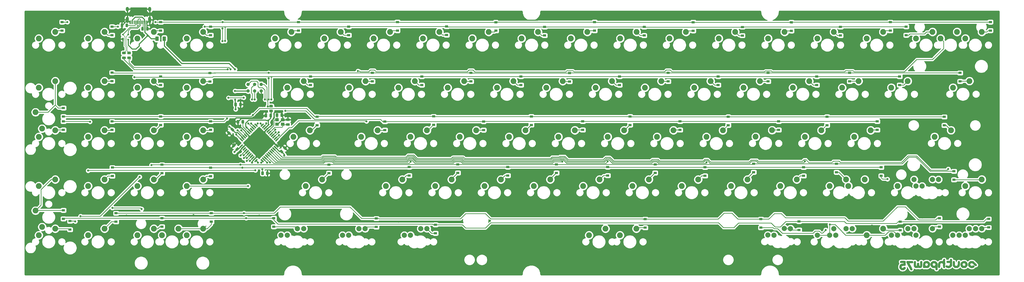
<source format=gbl>
G04 #@! TF.GenerationSoftware,KiCad,Pcbnew,(5.1.4)-1*
G04 #@! TF.CreationDate,2020-09-27T06:03:08-04:00*
G04 #@! TF.ProjectId,southpawpcbv2,736f7574-6870-4617-9770-636276322e6b,rev?*
G04 #@! TF.SameCoordinates,Original*
G04 #@! TF.FileFunction,Copper,L2,Bot*
G04 #@! TF.FilePolarity,Positive*
%FSLAX46Y46*%
G04 Gerber Fmt 4.6, Leading zero omitted, Abs format (unit mm)*
G04 Created by KiCad (PCBNEW (5.1.4)-1) date 2020-09-27 06:03:08*
%MOMM*%
%LPD*%
G04 APERTURE LIST*
G04 #@! TA.AperFunction,EtchedComponent*
%ADD10C,0.010000*%
G04 #@! TD*
G04 #@! TA.AperFunction,ComponentPad*
%ADD11C,2.000000*%
G04 #@! TD*
G04 #@! TA.AperFunction,SMDPad,CuDef*
%ADD12R,1.200000X0.900000*%
G04 #@! TD*
G04 #@! TA.AperFunction,ComponentPad*
%ADD13C,2.250000*%
G04 #@! TD*
G04 #@! TA.AperFunction,SMDPad,CuDef*
%ADD14R,1.400000X1.200000*%
G04 #@! TD*
G04 #@! TA.AperFunction,SMDPad,CuDef*
%ADD15R,0.600000X1.450000*%
G04 #@! TD*
G04 #@! TA.AperFunction,SMDPad,CuDef*
%ADD16R,0.300000X1.450000*%
G04 #@! TD*
G04 #@! TA.AperFunction,ComponentPad*
%ADD17O,1.200000X2.400000*%
G04 #@! TD*
G04 #@! TA.AperFunction,ComponentPad*
%ADD18O,1.200000X1.800000*%
G04 #@! TD*
G04 #@! TA.AperFunction,Conductor*
%ADD19C,0.100000*%
G04 #@! TD*
G04 #@! TA.AperFunction,SMDPad,CuDef*
%ADD20C,0.975000*%
G04 #@! TD*
G04 #@! TA.AperFunction,ComponentPad*
%ADD21C,1.308000*%
G04 #@! TD*
G04 #@! TA.AperFunction,SMDPad,CuDef*
%ADD22C,1.250000*%
G04 #@! TD*
G04 #@! TA.AperFunction,SMDPad,CuDef*
%ADD23R,0.700000X1.000000*%
G04 #@! TD*
G04 #@! TA.AperFunction,SMDPad,CuDef*
%ADD24R,0.700000X0.600000*%
G04 #@! TD*
G04 #@! TA.AperFunction,SMDPad,CuDef*
%ADD25C,0.550000*%
G04 #@! TD*
G04 #@! TA.AperFunction,ViaPad*
%ADD26C,0.800000*%
G04 #@! TD*
G04 #@! TA.AperFunction,Conductor*
%ADD27C,0.254000*%
G04 #@! TD*
G04 #@! TA.AperFunction,Conductor*
%ADD28C,0.381000*%
G04 #@! TD*
G04 #@! TA.AperFunction,Conductor*
%ADD29C,0.200000*%
G04 #@! TD*
G04 APERTURE END LIST*
D10*
G04 #@! TO.C,G\002A\002A\002A*
G36*
X301334124Y-1268912D02*
G01*
X301266390Y-1425054D01*
X301288930Y-1592593D01*
X301295792Y-1612957D01*
X301351304Y-1739753D01*
X301456150Y-1950485D01*
X301600029Y-2226573D01*
X301772640Y-2549437D01*
X301963681Y-2900495D01*
X302162853Y-3261167D01*
X302359853Y-3612872D01*
X302544381Y-3937030D01*
X302706136Y-4215059D01*
X302834818Y-4428378D01*
X302920124Y-4558408D01*
X302945054Y-4587875D01*
X303134692Y-4661921D01*
X303349197Y-4625796D01*
X303452371Y-4568399D01*
X303571323Y-4414600D01*
X303592979Y-4298524D01*
X303563344Y-4190858D01*
X303481009Y-3992335D01*
X303355321Y-3722912D01*
X303195624Y-3402543D01*
X303011265Y-3051185D01*
X302992446Y-3016250D01*
X302392434Y-1905000D01*
X303061801Y-1873250D01*
X303370980Y-1855375D01*
X303578247Y-1833293D01*
X303708686Y-1801885D01*
X303787381Y-1756028D01*
X303821084Y-1718238D01*
X303903889Y-1532748D01*
X303868137Y-1346037D01*
X303812150Y-1252379D01*
X303771991Y-1202066D01*
X303719971Y-1165394D01*
X303637214Y-1140208D01*
X303504846Y-1124355D01*
X303303990Y-1115680D01*
X303015771Y-1112031D01*
X302621314Y-1111252D01*
X302575364Y-1111250D01*
X301437428Y-1111250D01*
X301334124Y-1268912D01*
X301334124Y-1268912D01*
G37*
X301334124Y-1268912D02*
X301266390Y-1425054D01*
X301288930Y-1592593D01*
X301295792Y-1612957D01*
X301351304Y-1739753D01*
X301456150Y-1950485D01*
X301600029Y-2226573D01*
X301772640Y-2549437D01*
X301963681Y-2900495D01*
X302162853Y-3261167D01*
X302359853Y-3612872D01*
X302544381Y-3937030D01*
X302706136Y-4215059D01*
X302834818Y-4428378D01*
X302920124Y-4558408D01*
X302945054Y-4587875D01*
X303134692Y-4661921D01*
X303349197Y-4625796D01*
X303452371Y-4568399D01*
X303571323Y-4414600D01*
X303592979Y-4298524D01*
X303563344Y-4190858D01*
X303481009Y-3992335D01*
X303355321Y-3722912D01*
X303195624Y-3402543D01*
X303011265Y-3051185D01*
X302992446Y-3016250D01*
X302392434Y-1905000D01*
X303061801Y-1873250D01*
X303370980Y-1855375D01*
X303578247Y-1833293D01*
X303708686Y-1801885D01*
X303787381Y-1756028D01*
X303821084Y-1718238D01*
X303903889Y-1532748D01*
X303868137Y-1346037D01*
X303812150Y-1252379D01*
X303771991Y-1202066D01*
X303719971Y-1165394D01*
X303637214Y-1140208D01*
X303504846Y-1124355D01*
X303303990Y-1115680D01*
X303015771Y-1112031D01*
X302621314Y-1111252D01*
X302575364Y-1111250D01*
X301437428Y-1111250D01*
X301334124Y-1268912D01*
G36*
X311611990Y-1142508D02*
G01*
X311435357Y-1179969D01*
X311292608Y-1250157D01*
X311170536Y-1340393D01*
X310854128Y-1656937D01*
X310662156Y-1996967D01*
X310610001Y-2192228D01*
X310601579Y-2602332D01*
X310708217Y-2991979D01*
X310919078Y-3335425D01*
X311198549Y-3590343D01*
X311327100Y-3667775D01*
X311459716Y-3714662D01*
X311633436Y-3738342D01*
X311885300Y-3746153D01*
X311986723Y-3746500D01*
X312547000Y-3746500D01*
X312547000Y-4052299D01*
X312564539Y-4325322D01*
X312626181Y-4494966D01*
X312745470Y-4581120D01*
X312922459Y-4603750D01*
X313100596Y-4581534D01*
X313227641Y-4526742D01*
X313241545Y-4513266D01*
X313269779Y-4432677D01*
X313288929Y-4263660D01*
X313299407Y-3996367D01*
X313301622Y-3620947D01*
X313296945Y-3185797D01*
X313285147Y-2444750D01*
X312512364Y-2444750D01*
X312491219Y-2648476D01*
X312410199Y-2792316D01*
X312335641Y-2864239D01*
X312103736Y-2994117D01*
X311861063Y-3011927D01*
X311638049Y-2918296D01*
X311559718Y-2848227D01*
X311445865Y-2652653D01*
X311403927Y-2420477D01*
X311439296Y-2204388D01*
X311485395Y-2121747D01*
X311688285Y-1948619D01*
X311929368Y-1882097D01*
X312175967Y-1925889D01*
X312335641Y-2025260D01*
X312458226Y-2162707D01*
X312507216Y-2327476D01*
X312512364Y-2444750D01*
X313285147Y-2444750D01*
X313277250Y-1948812D01*
X313077326Y-1673042D01*
X312814955Y-1385980D01*
X312513002Y-1207261D01*
X312149963Y-1127103D01*
X311869036Y-1123313D01*
X311611990Y-1142508D01*
X311611990Y-1142508D01*
G37*
X311611990Y-1142508D02*
X311435357Y-1179969D01*
X311292608Y-1250157D01*
X311170536Y-1340393D01*
X310854128Y-1656937D01*
X310662156Y-1996967D01*
X310610001Y-2192228D01*
X310601579Y-2602332D01*
X310708217Y-2991979D01*
X310919078Y-3335425D01*
X311198549Y-3590343D01*
X311327100Y-3667775D01*
X311459716Y-3714662D01*
X311633436Y-3738342D01*
X311885300Y-3746153D01*
X311986723Y-3746500D01*
X312547000Y-3746500D01*
X312547000Y-4052299D01*
X312564539Y-4325322D01*
X312626181Y-4494966D01*
X312745470Y-4581120D01*
X312922459Y-4603750D01*
X313100596Y-4581534D01*
X313227641Y-4526742D01*
X313241545Y-4513266D01*
X313269779Y-4432677D01*
X313288929Y-4263660D01*
X313299407Y-3996367D01*
X313301622Y-3620947D01*
X313296945Y-3185797D01*
X313285147Y-2444750D01*
X312512364Y-2444750D01*
X312491219Y-2648476D01*
X312410199Y-2792316D01*
X312335641Y-2864239D01*
X312103736Y-2994117D01*
X311861063Y-3011927D01*
X311638049Y-2918296D01*
X311559718Y-2848227D01*
X311445865Y-2652653D01*
X311403927Y-2420477D01*
X311439296Y-2204388D01*
X311485395Y-2121747D01*
X311688285Y-1948619D01*
X311929368Y-1882097D01*
X312175967Y-1925889D01*
X312335641Y-2025260D01*
X312458226Y-2162707D01*
X312507216Y-2327476D01*
X312512364Y-2444750D01*
X313285147Y-2444750D01*
X313277250Y-1948812D01*
X313077326Y-1673042D01*
X312814955Y-1385980D01*
X312513002Y-1207261D01*
X312149963Y-1127103D01*
X311869036Y-1123313D01*
X311611990Y-1142508D01*
G36*
X299899467Y-1047750D02*
G01*
X299546503Y-1049660D01*
X299298298Y-1057175D01*
X299132646Y-1072973D01*
X299027338Y-1099729D01*
X298960169Y-1140121D01*
X298936092Y-1163875D01*
X298844815Y-1344633D01*
X298849936Y-1543206D01*
X298947126Y-1704658D01*
X299037533Y-1758199D01*
X299182009Y-1790871D01*
X299406895Y-1806636D01*
X299645626Y-1809749D01*
X299919247Y-1810955D01*
X300090079Y-1818971D01*
X300182332Y-1840397D01*
X300220217Y-1881834D01*
X300227943Y-1949879D01*
X300228000Y-1968500D01*
X300220455Y-2054840D01*
X300178406Y-2102373D01*
X300072733Y-2122646D01*
X299874316Y-2127206D01*
X299827683Y-2127250D01*
X299569125Y-2139097D01*
X299374638Y-2185560D01*
X299182609Y-2283022D01*
X299138334Y-2310548D01*
X298859895Y-2555513D01*
X298675505Y-2861160D01*
X298585165Y-3202828D01*
X298588874Y-3555855D01*
X298686632Y-3895578D01*
X298878440Y-4197335D01*
X299138334Y-4420451D01*
X299342272Y-4532434D01*
X299535132Y-4586836D01*
X299781845Y-4601059D01*
X299811808Y-4600943D01*
X300184738Y-4561987D01*
X300426689Y-4476369D01*
X300646192Y-4327129D01*
X300831837Y-4141362D01*
X300955216Y-3952208D01*
X300990000Y-3819257D01*
X300942577Y-3597821D01*
X300816632Y-3456596D01*
X300636651Y-3401506D01*
X300427119Y-3438477D01*
X300212524Y-3573435D01*
X300164500Y-3619500D01*
X299983291Y-3778591D01*
X299831875Y-3832066D01*
X299677609Y-3784902D01*
X299569814Y-3710141D01*
X299436065Y-3550112D01*
X299402500Y-3365499D01*
X299437705Y-3163266D01*
X299551508Y-3021812D01*
X299756188Y-2934305D01*
X300064026Y-2893913D01*
X300258472Y-2889249D01*
X300541981Y-2884288D01*
X300740813Y-2856663D01*
X300869973Y-2787261D01*
X300944466Y-2656971D01*
X300979296Y-2446679D01*
X300989469Y-2137274D01*
X300990000Y-1957466D01*
X300988636Y-1627667D01*
X300972762Y-1389047D01*
X300924708Y-1226864D01*
X300826803Y-1126378D01*
X300661375Y-1072849D01*
X300410755Y-1051534D01*
X300057270Y-1047693D01*
X299899467Y-1047750D01*
X299899467Y-1047750D01*
G37*
X299899467Y-1047750D02*
X299546503Y-1049660D01*
X299298298Y-1057175D01*
X299132646Y-1072973D01*
X299027338Y-1099729D01*
X298960169Y-1140121D01*
X298936092Y-1163875D01*
X298844815Y-1344633D01*
X298849936Y-1543206D01*
X298947126Y-1704658D01*
X299037533Y-1758199D01*
X299182009Y-1790871D01*
X299406895Y-1806636D01*
X299645626Y-1809749D01*
X299919247Y-1810955D01*
X300090079Y-1818971D01*
X300182332Y-1840397D01*
X300220217Y-1881834D01*
X300227943Y-1949879D01*
X300228000Y-1968500D01*
X300220455Y-2054840D01*
X300178406Y-2102373D01*
X300072733Y-2122646D01*
X299874316Y-2127206D01*
X299827683Y-2127250D01*
X299569125Y-2139097D01*
X299374638Y-2185560D01*
X299182609Y-2283022D01*
X299138334Y-2310548D01*
X298859895Y-2555513D01*
X298675505Y-2861160D01*
X298585165Y-3202828D01*
X298588874Y-3555855D01*
X298686632Y-3895578D01*
X298878440Y-4197335D01*
X299138334Y-4420451D01*
X299342272Y-4532434D01*
X299535132Y-4586836D01*
X299781845Y-4601059D01*
X299811808Y-4600943D01*
X300184738Y-4561987D01*
X300426689Y-4476369D01*
X300646192Y-4327129D01*
X300831837Y-4141362D01*
X300955216Y-3952208D01*
X300990000Y-3819257D01*
X300942577Y-3597821D01*
X300816632Y-3456596D01*
X300636651Y-3401506D01*
X300427119Y-3438477D01*
X300212524Y-3573435D01*
X300164500Y-3619500D01*
X299983291Y-3778591D01*
X299831875Y-3832066D01*
X299677609Y-3784902D01*
X299569814Y-3710141D01*
X299436065Y-3550112D01*
X299402500Y-3365499D01*
X299437705Y-3163266D01*
X299551508Y-3021812D01*
X299756188Y-2934305D01*
X300064026Y-2893913D01*
X300258472Y-2889249D01*
X300541981Y-2884288D01*
X300740813Y-2856663D01*
X300869973Y-2787261D01*
X300944466Y-2656971D01*
X300979296Y-2446679D01*
X300989469Y-2137274D01*
X300990000Y-1957466D01*
X300988636Y-1627667D01*
X300972762Y-1389047D01*
X300924708Y-1226864D01*
X300826803Y-1126378D01*
X300661375Y-1072849D01*
X300410755Y-1051534D01*
X300057270Y-1047693D01*
X299899467Y-1047750D01*
G36*
X326217355Y-1136224D02*
G01*
X325941745Y-1210519D01*
X325895346Y-1232070D01*
X325570316Y-1461873D01*
X325338220Y-1755892D01*
X325199110Y-2092554D01*
X325153040Y-2450287D01*
X325200064Y-2807520D01*
X325340235Y-3142680D01*
X325573607Y-3434195D01*
X325889334Y-3654991D01*
X326194532Y-3753525D01*
X326548583Y-3781167D01*
X326898769Y-3738798D01*
X327181852Y-3633375D01*
X327361274Y-3505835D01*
X327502245Y-3361271D01*
X327529798Y-3319829D01*
X327587346Y-3193356D01*
X327574268Y-3094268D01*
X327493576Y-2971535D01*
X327317840Y-2813132D01*
X327121408Y-2779923D01*
X326907611Y-2872393D01*
X326891926Y-2883700D01*
X326643526Y-3001963D01*
X326397305Y-2995157D01*
X326166819Y-2864228D01*
X326131116Y-2830634D01*
X325976773Y-2608342D01*
X325948889Y-2381147D01*
X326047464Y-2155854D01*
X326131116Y-2058865D01*
X326284336Y-1928206D01*
X326429576Y-1866159D01*
X326584353Y-1878472D01*
X326766186Y-1970891D01*
X326992594Y-2149163D01*
X327281093Y-2419035D01*
X327307375Y-2444750D01*
X327561891Y-2689382D01*
X327749062Y-2854887D01*
X327887943Y-2955216D01*
X327997593Y-3004321D01*
X328088036Y-3016250D01*
X328306722Y-2966651D01*
X328444384Y-2828044D01*
X328485500Y-2645335D01*
X328463016Y-2547619D01*
X328387278Y-2421773D01*
X328245861Y-2251911D01*
X328026339Y-2022145D01*
X327898125Y-1894346D01*
X327657905Y-1664844D01*
X327430520Y-1461065D01*
X327240682Y-1304305D01*
X327113102Y-1215864D01*
X327107529Y-1212975D01*
X326854442Y-1136598D01*
X326539652Y-1111298D01*
X326217355Y-1136224D01*
X326217355Y-1136224D01*
G37*
X326217355Y-1136224D02*
X325941745Y-1210519D01*
X325895346Y-1232070D01*
X325570316Y-1461873D01*
X325338220Y-1755892D01*
X325199110Y-2092554D01*
X325153040Y-2450287D01*
X325200064Y-2807520D01*
X325340235Y-3142680D01*
X325573607Y-3434195D01*
X325889334Y-3654991D01*
X326194532Y-3753525D01*
X326548583Y-3781167D01*
X326898769Y-3738798D01*
X327181852Y-3633375D01*
X327361274Y-3505835D01*
X327502245Y-3361271D01*
X327529798Y-3319829D01*
X327587346Y-3193356D01*
X327574268Y-3094268D01*
X327493576Y-2971535D01*
X327317840Y-2813132D01*
X327121408Y-2779923D01*
X326907611Y-2872393D01*
X326891926Y-2883700D01*
X326643526Y-3001963D01*
X326397305Y-2995157D01*
X326166819Y-2864228D01*
X326131116Y-2830634D01*
X325976773Y-2608342D01*
X325948889Y-2381147D01*
X326047464Y-2155854D01*
X326131116Y-2058865D01*
X326284336Y-1928206D01*
X326429576Y-1866159D01*
X326584353Y-1878472D01*
X326766186Y-1970891D01*
X326992594Y-2149163D01*
X327281093Y-2419035D01*
X327307375Y-2444750D01*
X327561891Y-2689382D01*
X327749062Y-2854887D01*
X327887943Y-2955216D01*
X327997593Y-3004321D01*
X328088036Y-3016250D01*
X328306722Y-2966651D01*
X328444384Y-2828044D01*
X328485500Y-2645335D01*
X328463016Y-2547619D01*
X328387278Y-2421773D01*
X328245861Y-2251911D01*
X328026339Y-2022145D01*
X327898125Y-1894346D01*
X327657905Y-1664844D01*
X327430520Y-1461065D01*
X327240682Y-1304305D01*
X327113102Y-1215864D01*
X327107529Y-1212975D01*
X326854442Y-1136598D01*
X326539652Y-1111298D01*
X326217355Y-1136224D01*
G36*
X323143219Y-1167175D02*
G01*
X322839668Y-1286826D01*
X322762237Y-1335421D01*
X322468247Y-1606823D01*
X322286055Y-1932255D01*
X322211412Y-2320871D01*
X322211914Y-2521388D01*
X322287727Y-2943364D01*
X322460895Y-3287402D01*
X322723237Y-3545738D01*
X323066568Y-3710603D01*
X323482708Y-3774234D01*
X323532500Y-3774719D01*
X323782433Y-3760900D01*
X324008963Y-3726538D01*
X324135750Y-3689319D01*
X324310720Y-3585478D01*
X324487416Y-3442215D01*
X324506772Y-3423250D01*
X324750633Y-3096327D01*
X324883266Y-2736076D01*
X324903087Y-2441735D01*
X324104000Y-2441735D01*
X324050971Y-2694508D01*
X323910689Y-2881595D01*
X323711360Y-2990203D01*
X323481192Y-3007540D01*
X323248394Y-2920815D01*
X323172360Y-2864239D01*
X323049775Y-2726792D01*
X323000785Y-2562023D01*
X322995637Y-2444750D01*
X323047218Y-2187107D01*
X323184445Y-2001202D01*
X323381039Y-1898752D01*
X323610726Y-1891474D01*
X323847228Y-1991084D01*
X323908628Y-2037644D01*
X324047581Y-2186851D01*
X324100133Y-2353627D01*
X324104000Y-2441735D01*
X324903087Y-2441735D01*
X324908376Y-2363202D01*
X324829667Y-1998411D01*
X324650844Y-1662406D01*
X324375611Y-1375892D01*
X324110226Y-1206988D01*
X323825814Y-1122747D01*
X323487706Y-1110979D01*
X323143219Y-1167175D01*
X323143219Y-1167175D01*
G37*
X323143219Y-1167175D02*
X322839668Y-1286826D01*
X322762237Y-1335421D01*
X322468247Y-1606823D01*
X322286055Y-1932255D01*
X322211412Y-2320871D01*
X322211914Y-2521388D01*
X322287727Y-2943364D01*
X322460895Y-3287402D01*
X322723237Y-3545738D01*
X323066568Y-3710603D01*
X323482708Y-3774234D01*
X323532500Y-3774719D01*
X323782433Y-3760900D01*
X324008963Y-3726538D01*
X324135750Y-3689319D01*
X324310720Y-3585478D01*
X324487416Y-3442215D01*
X324506772Y-3423250D01*
X324750633Y-3096327D01*
X324883266Y-2736076D01*
X324903087Y-2441735D01*
X324104000Y-2441735D01*
X324050971Y-2694508D01*
X323910689Y-2881595D01*
X323711360Y-2990203D01*
X323481192Y-3007540D01*
X323248394Y-2920815D01*
X323172360Y-2864239D01*
X323049775Y-2726792D01*
X323000785Y-2562023D01*
X322995637Y-2444750D01*
X323047218Y-2187107D01*
X323184445Y-2001202D01*
X323381039Y-1898752D01*
X323610726Y-1891474D01*
X323847228Y-1991084D01*
X323908628Y-2037644D01*
X324047581Y-2186851D01*
X324100133Y-2353627D01*
X324104000Y-2441735D01*
X324903087Y-2441735D01*
X324908376Y-2363202D01*
X324829667Y-1998411D01*
X324650844Y-1662406D01*
X324375611Y-1375892D01*
X324110226Y-1206988D01*
X323825814Y-1122747D01*
X323487706Y-1110979D01*
X323143219Y-1167175D01*
G36*
X321328765Y-1143222D02*
G01*
X321261176Y-1190625D01*
X321232091Y-1284275D01*
X321204476Y-1474349D01*
X321182017Y-1730289D01*
X321171164Y-1936750D01*
X321148988Y-2303618D01*
X321110081Y-2566071D01*
X321046673Y-2746374D01*
X320950998Y-2866795D01*
X320818310Y-2948231D01*
X320555492Y-3012375D01*
X320314963Y-2952085D01*
X320186539Y-2863103D01*
X320109148Y-2790440D01*
X320056777Y-2713003D01*
X320023012Y-2604123D01*
X320001443Y-2437128D01*
X319985656Y-2185346D01*
X319976623Y-1989978D01*
X319959519Y-1694743D01*
X319937436Y-1443154D01*
X319913405Y-1264287D01*
X319893378Y-1190624D01*
X319789041Y-1129720D01*
X319621382Y-1114076D01*
X319444987Y-1141770D01*
X319314445Y-1210877D01*
X319314286Y-1211035D01*
X319269396Y-1282120D01*
X319239655Y-1403444D01*
X319222462Y-1597103D01*
X319215213Y-1885197D01*
X319214500Y-2058298D01*
X319217279Y-2392007D01*
X319228591Y-2629819D01*
X319252900Y-2802772D01*
X319294670Y-2941903D01*
X319358365Y-3078250D01*
X319362251Y-3085637D01*
X319509520Y-3297057D01*
X319704339Y-3496372D01*
X319779002Y-3554968D01*
X319950227Y-3661301D01*
X320118120Y-3722880D01*
X320332757Y-3754160D01*
X320504377Y-3764381D01*
X320814485Y-3764324D01*
X321034090Y-3729365D01*
X321151250Y-3682022D01*
X321487750Y-3439585D01*
X321747657Y-3126302D01*
X321824613Y-2984500D01*
X321886046Y-2785811D01*
X321928056Y-2517825D01*
X321950568Y-2211834D01*
X321953506Y-1899129D01*
X321936795Y-1611002D01*
X321900360Y-1378746D01*
X321844125Y-1233651D01*
X321828875Y-1216341D01*
X321679090Y-1139130D01*
X321493566Y-1113905D01*
X321328765Y-1143222D01*
X321328765Y-1143222D01*
G37*
X321328765Y-1143222D02*
X321261176Y-1190625D01*
X321232091Y-1284275D01*
X321204476Y-1474349D01*
X321182017Y-1730289D01*
X321171164Y-1936750D01*
X321148988Y-2303618D01*
X321110081Y-2566071D01*
X321046673Y-2746374D01*
X320950998Y-2866795D01*
X320818310Y-2948231D01*
X320555492Y-3012375D01*
X320314963Y-2952085D01*
X320186539Y-2863103D01*
X320109148Y-2790440D01*
X320056777Y-2713003D01*
X320023012Y-2604123D01*
X320001443Y-2437128D01*
X319985656Y-2185346D01*
X319976623Y-1989978D01*
X319959519Y-1694743D01*
X319937436Y-1443154D01*
X319913405Y-1264287D01*
X319893378Y-1190624D01*
X319789041Y-1129720D01*
X319621382Y-1114076D01*
X319444987Y-1141770D01*
X319314445Y-1210877D01*
X319314286Y-1211035D01*
X319269396Y-1282120D01*
X319239655Y-1403444D01*
X319222462Y-1597103D01*
X319215213Y-1885197D01*
X319214500Y-2058298D01*
X319217279Y-2392007D01*
X319228591Y-2629819D01*
X319252900Y-2802772D01*
X319294670Y-2941903D01*
X319358365Y-3078250D01*
X319362251Y-3085637D01*
X319509520Y-3297057D01*
X319704339Y-3496372D01*
X319779002Y-3554968D01*
X319950227Y-3661301D01*
X320118120Y-3722880D01*
X320332757Y-3754160D01*
X320504377Y-3764381D01*
X320814485Y-3764324D01*
X321034090Y-3729365D01*
X321151250Y-3682022D01*
X321487750Y-3439585D01*
X321747657Y-3126302D01*
X321824613Y-2984500D01*
X321886046Y-2785811D01*
X321928056Y-2517825D01*
X321950568Y-2211834D01*
X321953506Y-1899129D01*
X321936795Y-1611002D01*
X321900360Y-1378746D01*
X321844125Y-1233651D01*
X321828875Y-1216341D01*
X321679090Y-1139130D01*
X321493566Y-1113905D01*
X321328765Y-1143222D01*
G36*
X318344231Y-303195D02*
G01*
X318214269Y-358996D01*
X318211201Y-361949D01*
X318165907Y-467334D01*
X318138613Y-646790D01*
X318135000Y-742949D01*
X318135000Y-1047750D01*
X317573342Y-1047750D01*
X317239867Y-1059778D01*
X317013869Y-1101880D01*
X316877585Y-1183078D01*
X316813247Y-1312396D01*
X316801500Y-1439783D01*
X316828340Y-1599314D01*
X316919918Y-1708179D01*
X317092818Y-1774129D01*
X317363629Y-1804917D01*
X317593069Y-1809750D01*
X318152388Y-1809750D01*
X318118144Y-2236353D01*
X318092112Y-2477342D01*
X318050799Y-2634069D01*
X317977776Y-2749267D01*
X317886199Y-2839603D01*
X317676058Y-2977223D01*
X317459974Y-3004734D01*
X317211138Y-2923380D01*
X317121130Y-2875084D01*
X316878349Y-2784223D01*
X316669804Y-2800433D01*
X316514772Y-2919253D01*
X316458729Y-3028335D01*
X316444394Y-3230583D01*
X316535724Y-3411660D01*
X316712169Y-3564478D01*
X316953176Y-3681947D01*
X317238194Y-3756978D01*
X317546672Y-3782481D01*
X317858058Y-3751368D01*
X318151801Y-3656548D01*
X318204388Y-3630499D01*
X318415386Y-3483503D01*
X318614889Y-3288654D01*
X318674750Y-3212506D01*
X318865250Y-2942262D01*
X318884945Y-1704489D01*
X318889767Y-1223937D01*
X318886701Y-860314D01*
X318875337Y-603772D01*
X318855263Y-444461D01*
X318829545Y-376233D01*
X318710766Y-313174D01*
X318529362Y-288374D01*
X318344231Y-303195D01*
X318344231Y-303195D01*
G37*
X318344231Y-303195D02*
X318214269Y-358996D01*
X318211201Y-361949D01*
X318165907Y-467334D01*
X318138613Y-646790D01*
X318135000Y-742949D01*
X318135000Y-1047750D01*
X317573342Y-1047750D01*
X317239867Y-1059778D01*
X317013869Y-1101880D01*
X316877585Y-1183078D01*
X316813247Y-1312396D01*
X316801500Y-1439783D01*
X316828340Y-1599314D01*
X316919918Y-1708179D01*
X317092818Y-1774129D01*
X317363629Y-1804917D01*
X317593069Y-1809750D01*
X318152388Y-1809750D01*
X318118144Y-2236353D01*
X318092112Y-2477342D01*
X318050799Y-2634069D01*
X317977776Y-2749267D01*
X317886199Y-2839603D01*
X317676058Y-2977223D01*
X317459974Y-3004734D01*
X317211138Y-2923380D01*
X317121130Y-2875084D01*
X316878349Y-2784223D01*
X316669804Y-2800433D01*
X316514772Y-2919253D01*
X316458729Y-3028335D01*
X316444394Y-3230583D01*
X316535724Y-3411660D01*
X316712169Y-3564478D01*
X316953176Y-3681947D01*
X317238194Y-3756978D01*
X317546672Y-3782481D01*
X317858058Y-3751368D01*
X318151801Y-3656548D01*
X318204388Y-3630499D01*
X318415386Y-3483503D01*
X318614889Y-3288654D01*
X318674750Y-3212506D01*
X318865250Y-2942262D01*
X318884945Y-1704489D01*
X318889767Y-1223937D01*
X318886701Y-860314D01*
X318875337Y-603772D01*
X318855263Y-444461D01*
X318829545Y-376233D01*
X318710766Y-313174D01*
X318529362Y-288374D01*
X318344231Y-303195D01*
G36*
X315645076Y-347457D02*
G01*
X315573092Y-401875D01*
X315494438Y-571544D01*
X315468000Y-832575D01*
X315468000Y-1147151D01*
X315029299Y-1122362D01*
X314652573Y-1123643D01*
X314358754Y-1184236D01*
X314112786Y-1316400D01*
X313890420Y-1520593D01*
X313726420Y-1724089D01*
X313613833Y-1936643D01*
X313544191Y-2187961D01*
X313509030Y-2507746D01*
X313499855Y-2890995D01*
X313509806Y-3251537D01*
X313545447Y-3503410D01*
X313614718Y-3663702D01*
X313725562Y-3749498D01*
X313885921Y-3777884D01*
X313912250Y-3778250D01*
X314076696Y-3757961D01*
X314192444Y-3685668D01*
X314267162Y-3544227D01*
X314308514Y-3316497D01*
X314324167Y-2985333D01*
X314325000Y-2855251D01*
X314326728Y-2562542D01*
X314336241Y-2367229D01*
X314360038Y-2239713D01*
X314404614Y-2150396D01*
X314476467Y-2069680D01*
X314503100Y-2043880D01*
X314729107Y-1901723D01*
X314970111Y-1882555D01*
X315207845Y-1986800D01*
X315257962Y-2026396D01*
X315334496Y-2098030D01*
X315386558Y-2174143D01*
X315420314Y-2280928D01*
X315441934Y-2444578D01*
X315457584Y-2691289D01*
X315467878Y-2917851D01*
X315486125Y-3262612D01*
X315512480Y-3500262D01*
X315556808Y-3650678D01*
X315628973Y-3733736D01*
X315738839Y-3769313D01*
X315894391Y-3777277D01*
X316083819Y-3737728D01*
X316164266Y-3655424D01*
X316186969Y-3550565D01*
X316205056Y-3343757D01*
X316218594Y-3056324D01*
X316227652Y-2709590D01*
X316232297Y-2324879D01*
X316232596Y-1923516D01*
X316228618Y-1526824D01*
X316220430Y-1156128D01*
X316208101Y-832753D01*
X316191697Y-578022D01*
X316171287Y-413259D01*
X316153800Y-361949D01*
X316012238Y-296837D01*
X315822514Y-293391D01*
X315645076Y-347457D01*
X315645076Y-347457D01*
G37*
X315645076Y-347457D02*
X315573092Y-401875D01*
X315494438Y-571544D01*
X315468000Y-832575D01*
X315468000Y-1147151D01*
X315029299Y-1122362D01*
X314652573Y-1123643D01*
X314358754Y-1184236D01*
X314112786Y-1316400D01*
X313890420Y-1520593D01*
X313726420Y-1724089D01*
X313613833Y-1936643D01*
X313544191Y-2187961D01*
X313509030Y-2507746D01*
X313499855Y-2890995D01*
X313509806Y-3251537D01*
X313545447Y-3503410D01*
X313614718Y-3663702D01*
X313725562Y-3749498D01*
X313885921Y-3777884D01*
X313912250Y-3778250D01*
X314076696Y-3757961D01*
X314192444Y-3685668D01*
X314267162Y-3544227D01*
X314308514Y-3316497D01*
X314324167Y-2985333D01*
X314325000Y-2855251D01*
X314326728Y-2562542D01*
X314336241Y-2367229D01*
X314360038Y-2239713D01*
X314404614Y-2150396D01*
X314476467Y-2069680D01*
X314503100Y-2043880D01*
X314729107Y-1901723D01*
X314970111Y-1882555D01*
X315207845Y-1986800D01*
X315257962Y-2026396D01*
X315334496Y-2098030D01*
X315386558Y-2174143D01*
X315420314Y-2280928D01*
X315441934Y-2444578D01*
X315457584Y-2691289D01*
X315467878Y-2917851D01*
X315486125Y-3262612D01*
X315512480Y-3500262D01*
X315556808Y-3650678D01*
X315628973Y-3733736D01*
X315738839Y-3769313D01*
X315894391Y-3777277D01*
X316083819Y-3737728D01*
X316164266Y-3655424D01*
X316186969Y-3550565D01*
X316205056Y-3343757D01*
X316218594Y-3056324D01*
X316227652Y-2709590D01*
X316232297Y-2324879D01*
X316232596Y-1923516D01*
X316228618Y-1526824D01*
X316220430Y-1156128D01*
X316208101Y-832753D01*
X316191697Y-578022D01*
X316171287Y-413259D01*
X316153800Y-361949D01*
X316012238Y-296837D01*
X315822514Y-293391D01*
X315645076Y-347457D01*
G36*
X308784031Y-1120490D02*
G01*
X308603192Y-1159663D01*
X308430192Y-1245944D01*
X308319975Y-1317625D01*
X308102948Y-1485683D01*
X307946689Y-1666489D01*
X307841063Y-1885111D01*
X307775934Y-2166613D01*
X307741166Y-2536065D01*
X307731684Y-2772598D01*
X307725693Y-3152775D01*
X307737127Y-3424206D01*
X307772510Y-3604679D01*
X307838363Y-3711977D01*
X307941210Y-3763888D01*
X308087573Y-3778196D01*
X308100487Y-3778250D01*
X308268377Y-3763946D01*
X308375013Y-3728453D01*
X308386251Y-3717176D01*
X308474558Y-3688752D01*
X308584632Y-3717176D01*
X308806883Y-3764002D01*
X309090833Y-3774656D01*
X309380352Y-3751374D01*
X309619313Y-3696392D01*
X309673228Y-3673815D01*
X309973540Y-3462137D01*
X310218149Y-3166926D01*
X310384622Y-2823643D01*
X310450524Y-2467746D01*
X310450587Y-2462331D01*
X309625982Y-2462331D01*
X309574151Y-2670414D01*
X309454722Y-2847914D01*
X309284758Y-2973267D01*
X309081324Y-3024913D01*
X308861484Y-2981290D01*
X308759881Y-2923529D01*
X308590034Y-2737021D01*
X308513235Y-2502720D01*
X308542952Y-2263241D01*
X308547548Y-2251720D01*
X308695972Y-2028162D01*
X308899226Y-1900148D01*
X309128707Y-1874305D01*
X309355812Y-1957258D01*
X309458591Y-2040659D01*
X309593150Y-2245225D01*
X309625982Y-2462331D01*
X310450587Y-2462331D01*
X310450792Y-2444750D01*
X310396259Y-2108960D01*
X310248269Y-1775335D01*
X310030241Y-1480093D01*
X309765592Y-1259451D01*
X309643915Y-1196792D01*
X309469090Y-1150690D01*
X309227456Y-1119633D01*
X309031966Y-1111250D01*
X308784031Y-1120490D01*
X308784031Y-1120490D01*
G37*
X308784031Y-1120490D02*
X308603192Y-1159663D01*
X308430192Y-1245944D01*
X308319975Y-1317625D01*
X308102948Y-1485683D01*
X307946689Y-1666489D01*
X307841063Y-1885111D01*
X307775934Y-2166613D01*
X307741166Y-2536065D01*
X307731684Y-2772598D01*
X307725693Y-3152775D01*
X307737127Y-3424206D01*
X307772510Y-3604679D01*
X307838363Y-3711977D01*
X307941210Y-3763888D01*
X308087573Y-3778196D01*
X308100487Y-3778250D01*
X308268377Y-3763946D01*
X308375013Y-3728453D01*
X308386251Y-3717176D01*
X308474558Y-3688752D01*
X308584632Y-3717176D01*
X308806883Y-3764002D01*
X309090833Y-3774656D01*
X309380352Y-3751374D01*
X309619313Y-3696392D01*
X309673228Y-3673815D01*
X309973540Y-3462137D01*
X310218149Y-3166926D01*
X310384622Y-2823643D01*
X310450524Y-2467746D01*
X310450587Y-2462331D01*
X309625982Y-2462331D01*
X309574151Y-2670414D01*
X309454722Y-2847914D01*
X309284758Y-2973267D01*
X309081324Y-3024913D01*
X308861484Y-2981290D01*
X308759881Y-2923529D01*
X308590034Y-2737021D01*
X308513235Y-2502720D01*
X308542952Y-2263241D01*
X308547548Y-2251720D01*
X308695972Y-2028162D01*
X308899226Y-1900148D01*
X309128707Y-1874305D01*
X309355812Y-1957258D01*
X309458591Y-2040659D01*
X309593150Y-2245225D01*
X309625982Y-2462331D01*
X310450587Y-2462331D01*
X310450792Y-2444750D01*
X310396259Y-2108960D01*
X310248269Y-1775335D01*
X310030241Y-1480093D01*
X309765592Y-1259451D01*
X309643915Y-1196792D01*
X309469090Y-1150690D01*
X309227456Y-1119633D01*
X309031966Y-1111250D01*
X308784031Y-1120490D01*
G36*
X306872530Y-1118286D02*
G01*
X306729306Y-1176937D01*
X306717701Y-1187449D01*
X306679869Y-1291468D01*
X306654986Y-1516293D01*
X306642853Y-1864189D01*
X306641500Y-2068674D01*
X306636723Y-2446531D01*
X306618960Y-2713765D01*
X306583067Y-2886513D01*
X306523898Y-2980912D01*
X306436308Y-3013096D01*
X306342926Y-3005009D01*
X306284153Y-2974581D01*
X306244904Y-2893552D01*
X306218441Y-2736890D01*
X306198025Y-2479568D01*
X306197000Y-2462926D01*
X306174914Y-2213874D01*
X306144339Y-2012844D01*
X306110931Y-1894399D01*
X306101750Y-1880654D01*
X305921114Y-1784556D01*
X305712134Y-1787192D01*
X305557986Y-1863570D01*
X305476908Y-1945175D01*
X305425641Y-2051718D01*
X305394117Y-2216795D01*
X305372272Y-2474002D01*
X305371500Y-2485999D01*
X305350479Y-2742817D01*
X305323000Y-2898106D01*
X305281902Y-2977337D01*
X305225575Y-3005015D01*
X305111705Y-3010788D01*
X305030350Y-2967184D01*
X304976362Y-2858066D01*
X304944598Y-2667298D01*
X304929912Y-2378743D01*
X304927000Y-2068674D01*
X304923761Y-1700679D01*
X304909400Y-1440953D01*
X304876948Y-1270836D01*
X304819441Y-1171664D01*
X304729912Y-1124776D01*
X304601392Y-1111510D01*
X304569586Y-1111250D01*
X304420915Y-1121261D01*
X304313626Y-1162985D01*
X304241082Y-1253954D01*
X304196650Y-1411702D01*
X304173694Y-1653763D01*
X304165579Y-1997669D01*
X304165000Y-2180401D01*
X304171619Y-2609529D01*
X304195990Y-2934304D01*
X304244886Y-3176898D01*
X304325080Y-3359483D01*
X304443346Y-3504232D01*
X304606457Y-3633315D01*
X304609468Y-3635375D01*
X304818177Y-3727002D01*
X305081972Y-3775137D01*
X305351953Y-3777269D01*
X305579221Y-3730889D01*
X305660673Y-3689344D01*
X305775406Y-3632821D01*
X305878417Y-3667826D01*
X305909188Y-3689344D01*
X306082173Y-3756003D01*
X306325951Y-3779294D01*
X306592601Y-3760966D01*
X306834200Y-3702768D01*
X306943706Y-3651593D01*
X307112600Y-3533391D01*
X307235062Y-3401287D01*
X307318222Y-3233295D01*
X307369206Y-3007429D01*
X307395144Y-2701702D01*
X307403165Y-2294128D01*
X307403263Y-2234200D01*
X307398733Y-1902453D01*
X307386143Y-1609616D01*
X307367273Y-1382854D01*
X307343902Y-1249330D01*
X307337766Y-1234075D01*
X307231086Y-1150940D01*
X307057899Y-1110982D01*
X306872530Y-1118286D01*
X306872530Y-1118286D01*
G37*
X306872530Y-1118286D02*
X306729306Y-1176937D01*
X306717701Y-1187449D01*
X306679869Y-1291468D01*
X306654986Y-1516293D01*
X306642853Y-1864189D01*
X306641500Y-2068674D01*
X306636723Y-2446531D01*
X306618960Y-2713765D01*
X306583067Y-2886513D01*
X306523898Y-2980912D01*
X306436308Y-3013096D01*
X306342926Y-3005009D01*
X306284153Y-2974581D01*
X306244904Y-2893552D01*
X306218441Y-2736890D01*
X306198025Y-2479568D01*
X306197000Y-2462926D01*
X306174914Y-2213874D01*
X306144339Y-2012844D01*
X306110931Y-1894399D01*
X306101750Y-1880654D01*
X305921114Y-1784556D01*
X305712134Y-1787192D01*
X305557986Y-1863570D01*
X305476908Y-1945175D01*
X305425641Y-2051718D01*
X305394117Y-2216795D01*
X305372272Y-2474002D01*
X305371500Y-2485999D01*
X305350479Y-2742817D01*
X305323000Y-2898106D01*
X305281902Y-2977337D01*
X305225575Y-3005015D01*
X305111705Y-3010788D01*
X305030350Y-2967184D01*
X304976362Y-2858066D01*
X304944598Y-2667298D01*
X304929912Y-2378743D01*
X304927000Y-2068674D01*
X304923761Y-1700679D01*
X304909400Y-1440953D01*
X304876948Y-1270836D01*
X304819441Y-1171664D01*
X304729912Y-1124776D01*
X304601392Y-1111510D01*
X304569586Y-1111250D01*
X304420915Y-1121261D01*
X304313626Y-1162985D01*
X304241082Y-1253954D01*
X304196650Y-1411702D01*
X304173694Y-1653763D01*
X304165579Y-1997669D01*
X304165000Y-2180401D01*
X304171619Y-2609529D01*
X304195990Y-2934304D01*
X304244886Y-3176898D01*
X304325080Y-3359483D01*
X304443346Y-3504232D01*
X304606457Y-3633315D01*
X304609468Y-3635375D01*
X304818177Y-3727002D01*
X305081972Y-3775137D01*
X305351953Y-3777269D01*
X305579221Y-3730889D01*
X305660673Y-3689344D01*
X305775406Y-3632821D01*
X305878417Y-3667826D01*
X305909188Y-3689344D01*
X306082173Y-3756003D01*
X306325951Y-3779294D01*
X306592601Y-3760966D01*
X306834200Y-3702768D01*
X306943706Y-3651593D01*
X307112600Y-3533391D01*
X307235062Y-3401287D01*
X307318222Y-3233295D01*
X307369206Y-3007429D01*
X307395144Y-2701702D01*
X307403165Y-2294128D01*
X307403263Y-2234200D01*
X307398733Y-1902453D01*
X307386143Y-1609616D01*
X307367273Y-1382854D01*
X307343902Y-1249330D01*
X307337766Y-1234075D01*
X307231086Y-1150940D01*
X307057899Y-1110982D01*
X306872530Y-1118286D01*
G04 #@! TD*
D11*
G04 #@! TO.P,MX51,2*
G04 #@! TO.N,Net-(D44-Pad2)*
X254140000Y11480000D03*
G04 #@! TO.P,MX51,1*
G04 #@! TO.N,col6*
X247790000Y8940000D03*
G04 #@! TD*
D12*
G04 #@! TO.P,D44,2*
G04 #@! TO.N,Net-(D44-Pad2)*
X259842000Y10924000D03*
G04 #@! TO.P,D44,1*
G04 #@! TO.N,row40*
X259842000Y14224000D03*
G04 #@! TD*
D11*
G04 #@! TO.P,MX101,2*
G04 #@! TO.N,Net-(D71-Pad2)*
X273240000Y11430000D03*
G04 #@! TO.P,MX101,1*
G04 #@! TO.N,col7*
X266890000Y8890000D03*
G04 #@! TD*
D13*
G04 #@! TO.P,MX13,2*
G04 #@! TO.N,Net-(D10-Pad2)*
X20066000Y11430000D03*
G04 #@! TO.P,MX13,1*
G04 #@! TO.N,col0*
X13716000Y8890000D03*
G04 #@! TD*
G04 #@! TO.P,MX60,2*
G04 #@! TO.N,Net-(D53-Pad2)*
X185039000Y11430000D03*
G04 #@! TO.P,MX60,1*
G04 #@! TO.N,col5*
X178689000Y8890000D03*
G04 #@! TD*
G04 #@! TO.P,MX61,2*
G04 #@! TO.N,Net-(D53-Pad2)*
X196977000Y11430000D03*
G04 #@! TO.P,MX61,1*
G04 #@! TO.N,col5*
X190627000Y8890000D03*
G04 #@! TD*
G04 #@! TO.P,MX98,2*
G04 #@! TO.N,Net-(D87-Pad2)*
X318535192Y49549869D03*
G04 #@! TO.P,MX98,1*
G04 #@! TO.N,col8*
X312185192Y47009869D03*
G04 #@! TD*
D12*
G04 #@! TO.P,D65,2*
G04 #@! TO.N,Net-(D65-Pad2)*
X251968000Y49658000D03*
G04 #@! TO.P,D65,1*
G04 #@! TO.N,row21*
X251968000Y52958000D03*
G04 #@! TD*
G04 #@! TO.P,D60,2*
G04 #@! TO.N,Net-(D60-Pad2)*
X232461861Y51448214D03*
G04 #@! TO.P,D60,1*
G04 #@! TO.N,row20*
X232461861Y54748214D03*
G04 #@! TD*
D13*
G04 #@! TO.P,MX68,2*
G04 #@! TO.N,Net-(D60-Pad2)*
X230381206Y49494246D03*
G04 #@! TO.P,MX68,1*
G04 #@! TO.N,col6*
X224031206Y46954246D03*
G04 #@! TD*
D12*
G04 #@! TO.P,D6,2*
G04 #@! TO.N,Net-(D6-Pad2)*
X-5588000Y86360000D03*
G04 #@! TO.P,D6,1*
G04 #@! TO.N,row01*
X-5588000Y89660000D03*
G04 #@! TD*
D13*
G04 #@! TO.P,MX38,2*
G04 #@! TO.N,Net-(D31-Pad2)*
X101820341Y87629283D03*
G04 #@! TO.P,MX38,1*
G04 #@! TO.N,col3*
X95470341Y85089283D03*
G04 #@! TD*
G04 #@! TO.P,MX56,2*
G04 #@! TO.N,Net-(D49-Pad2)*
X178054000Y87630000D03*
G04 #@! TO.P,MX56,1*
G04 #@! TO.N,col5*
X171704000Y85090000D03*
G04 #@! TD*
D11*
G04 #@! TO.P,MX93,2*
G04 #@! TO.N,Net-(D71-Pad2)*
X304292000Y11430000D03*
G04 #@! TO.P,MX93,1*
G04 #@! TO.N,col7*
X297942000Y8890000D03*
G04 #@! TD*
G04 #@! TO.P,MX88,2*
G04 #@! TO.N,Net-(D82-Pad2)*
X311404000Y11430000D03*
G04 #@! TO.P,MX88,1*
G04 #@! TO.N,col8*
X305054000Y8890000D03*
G04 #@! TD*
G04 #@! TO.P,MX104,2*
G04 #@! TO.N,Net-(D82-Pad2)*
X301879000Y11430000D03*
G04 #@! TO.P,MX104,1*
G04 #@! TO.N,col8*
X295529000Y8890000D03*
G04 #@! TD*
D13*
G04 #@! TO.P,MX28,2*
G04 #@! TO.N,Net-(D70-Pad2)*
X285242000Y30480000D03*
G04 #@! TO.P,MX28,1*
G04 #@! TO.N,col7*
X278892000Y27940000D03*
G04 #@! TD*
G04 #@! TO.P,MX12,2*
G04 #@! TO.N,Net-(D20-Pad2)*
X-8509000Y11430000D03*
G04 #@! TO.P,MX12,1*
G04 #@! TO.N,col1*
X-14859000Y8890000D03*
G04 #@! TD*
G04 #@! TO.P,MX97,2*
G04 #@! TO.N,Net-(D84-Pad2)*
X325664788Y68599096D03*
G04 #@! TO.P,MX97,1*
G04 #@! TO.N,col8*
X319314788Y66059096D03*
G04 #@! TD*
D11*
G04 #@! TO.P,MX24,2*
G04 #@! TO.N,Net-(D25-Pad2)*
X66040000Y11430000D03*
G04 #@! TO.P,MX24,1*
G04 #@! TO.N,col2*
X59690000Y8890000D03*
G04 #@! TD*
G04 #@! TO.P,MX81,2*
G04 #@! TO.N,Net-(D82-Pad2)*
X280416000Y11430000D03*
G04 #@! TO.P,MX81,1*
G04 #@! TO.N,col8*
X274066000Y8890000D03*
G04 #@! TD*
D14*
G04 #@! TO.P,Y1,4*
G04 #@! TO.N,GND*
X60332800Y53555000D03*
G04 #@! TO.P,Y1,3*
G04 #@! TO.N,Net-(C5-Pad2)*
X58132800Y53555000D03*
G04 #@! TO.P,Y1,2*
G04 #@! TO.N,GND*
X58132800Y51855000D03*
G04 #@! TO.P,Y1,1*
G04 #@! TO.N,Net-(C4-Pad2)*
X60332800Y51855000D03*
G04 #@! TD*
D15*
G04 #@! TO.P,USB1,12*
G04 #@! TO.N,GND*
X7873200Y91365000D03*
G04 #@! TO.P,USB1,1*
X1423200Y91365000D03*
G04 #@! TO.P,USB1,11*
G04 #@! TO.N,VCC*
X7098200Y91365000D03*
G04 #@! TO.P,USB1,2*
X2198200Y91365000D03*
D16*
G04 #@! TO.P,USB1,3*
G04 #@! TO.N,Net-(USB1-Pad3)*
X2898200Y91365000D03*
G04 #@! TO.P,USB1,10*
G04 #@! TO.N,Net-(R4-Pad1)*
X6398200Y91365000D03*
G04 #@! TO.P,USB1,4*
G04 #@! TO.N,Net-(R5-Pad1)*
X3398200Y91365000D03*
G04 #@! TO.P,USB1,9*
G04 #@! TO.N,Net-(USB1-Pad9)*
X5898200Y91365000D03*
G04 #@! TO.P,USB1,5*
G04 #@! TO.N,D-*
X3898200Y91365000D03*
G04 #@! TO.P,USB1,8*
G04 #@! TO.N,D+*
X5398200Y91365000D03*
G04 #@! TO.P,USB1,7*
G04 #@! TO.N,D-*
X4898200Y91365000D03*
G04 #@! TO.P,USB1,6*
G04 #@! TO.N,D+*
X4398200Y91365000D03*
D17*
G04 #@! TO.P,USB1,13*
G04 #@! TO.N,GND*
X328200Y92280000D03*
X8968200Y92280000D03*
D18*
X328200Y96460000D03*
X8968200Y96460000D03*
G04 #@! TD*
D19*
G04 #@! TO.N,Net-(R6-Pad2)*
G04 #@! TO.C,R6*
G36*
X52797142Y33591826D02*
G01*
X52820803Y33588316D01*
X52844007Y33582504D01*
X52866529Y33574446D01*
X52888153Y33564218D01*
X52908670Y33551921D01*
X52927883Y33537671D01*
X52945607Y33521607D01*
X52961671Y33503883D01*
X52975921Y33484670D01*
X52988218Y33464153D01*
X52998446Y33442529D01*
X53006504Y33420007D01*
X53012316Y33396803D01*
X53015826Y33373142D01*
X53017000Y33349250D01*
X53017000Y32436750D01*
X53015826Y32412858D01*
X53012316Y32389197D01*
X53006504Y32365993D01*
X52998446Y32343471D01*
X52988218Y32321847D01*
X52975921Y32301330D01*
X52961671Y32282117D01*
X52945607Y32264393D01*
X52927883Y32248329D01*
X52908670Y32234079D01*
X52888153Y32221782D01*
X52866529Y32211554D01*
X52844007Y32203496D01*
X52820803Y32197684D01*
X52797142Y32194174D01*
X52773250Y32193000D01*
X52285750Y32193000D01*
X52261858Y32194174D01*
X52238197Y32197684D01*
X52214993Y32203496D01*
X52192471Y32211554D01*
X52170847Y32221782D01*
X52150330Y32234079D01*
X52131117Y32248329D01*
X52113393Y32264393D01*
X52097329Y32282117D01*
X52083079Y32301330D01*
X52070782Y32321847D01*
X52060554Y32343471D01*
X52052496Y32365993D01*
X52046684Y32389197D01*
X52043174Y32412858D01*
X52042000Y32436750D01*
X52042000Y33349250D01*
X52043174Y33373142D01*
X52046684Y33396803D01*
X52052496Y33420007D01*
X52060554Y33442529D01*
X52070782Y33464153D01*
X52083079Y33484670D01*
X52097329Y33503883D01*
X52113393Y33521607D01*
X52131117Y33537671D01*
X52150330Y33551921D01*
X52170847Y33564218D01*
X52192471Y33574446D01*
X52214993Y33582504D01*
X52238197Y33588316D01*
X52261858Y33591826D01*
X52285750Y33593000D01*
X52773250Y33593000D01*
X52797142Y33591826D01*
X52797142Y33591826D01*
G37*
D20*
G04 #@! TD*
G04 #@! TO.P,R6,2*
G04 #@! TO.N,Net-(R6-Pad2)*
X52529500Y32893000D03*
D19*
G04 #@! TO.N,GND*
G04 #@! TO.C,R6*
G36*
X54672142Y33591826D02*
G01*
X54695803Y33588316D01*
X54719007Y33582504D01*
X54741529Y33574446D01*
X54763153Y33564218D01*
X54783670Y33551921D01*
X54802883Y33537671D01*
X54820607Y33521607D01*
X54836671Y33503883D01*
X54850921Y33484670D01*
X54863218Y33464153D01*
X54873446Y33442529D01*
X54881504Y33420007D01*
X54887316Y33396803D01*
X54890826Y33373142D01*
X54892000Y33349250D01*
X54892000Y32436750D01*
X54890826Y32412858D01*
X54887316Y32389197D01*
X54881504Y32365993D01*
X54873446Y32343471D01*
X54863218Y32321847D01*
X54850921Y32301330D01*
X54836671Y32282117D01*
X54820607Y32264393D01*
X54802883Y32248329D01*
X54783670Y32234079D01*
X54763153Y32221782D01*
X54741529Y32211554D01*
X54719007Y32203496D01*
X54695803Y32197684D01*
X54672142Y32194174D01*
X54648250Y32193000D01*
X54160750Y32193000D01*
X54136858Y32194174D01*
X54113197Y32197684D01*
X54089993Y32203496D01*
X54067471Y32211554D01*
X54045847Y32221782D01*
X54025330Y32234079D01*
X54006117Y32248329D01*
X53988393Y32264393D01*
X53972329Y32282117D01*
X53958079Y32301330D01*
X53945782Y32321847D01*
X53935554Y32343471D01*
X53927496Y32365993D01*
X53921684Y32389197D01*
X53918174Y32412858D01*
X53917000Y32436750D01*
X53917000Y33349250D01*
X53918174Y33373142D01*
X53921684Y33396803D01*
X53927496Y33420007D01*
X53935554Y33442529D01*
X53945782Y33464153D01*
X53958079Y33484670D01*
X53972329Y33503883D01*
X53988393Y33521607D01*
X54006117Y33537671D01*
X54025330Y33551921D01*
X54045847Y33564218D01*
X54067471Y33574446D01*
X54089993Y33582504D01*
X54113197Y33588316D01*
X54136858Y33591826D01*
X54160750Y33593000D01*
X54648250Y33593000D01*
X54672142Y33591826D01*
X54672142Y33591826D01*
G37*
D20*
G04 #@! TD*
G04 #@! TO.P,R6,1*
G04 #@! TO.N,GND*
X54404500Y32893000D03*
D19*
G04 #@! TO.N,GND*
G04 #@! TO.C,R5*
G36*
X-1505758Y90868826D02*
G01*
X-1482097Y90865316D01*
X-1458893Y90859504D01*
X-1436371Y90851446D01*
X-1414747Y90841218D01*
X-1394230Y90828921D01*
X-1375017Y90814671D01*
X-1357293Y90798607D01*
X-1341229Y90780883D01*
X-1326979Y90761670D01*
X-1314682Y90741153D01*
X-1304454Y90719529D01*
X-1296396Y90697007D01*
X-1290584Y90673803D01*
X-1287074Y90650142D01*
X-1285900Y90626250D01*
X-1285900Y89713750D01*
X-1287074Y89689858D01*
X-1290584Y89666197D01*
X-1296396Y89642993D01*
X-1304454Y89620471D01*
X-1314682Y89598847D01*
X-1326979Y89578330D01*
X-1341229Y89559117D01*
X-1357293Y89541393D01*
X-1375017Y89525329D01*
X-1394230Y89511079D01*
X-1414747Y89498782D01*
X-1436371Y89488554D01*
X-1458893Y89480496D01*
X-1482097Y89474684D01*
X-1505758Y89471174D01*
X-1529650Y89470000D01*
X-2017150Y89470000D01*
X-2041042Y89471174D01*
X-2064703Y89474684D01*
X-2087907Y89480496D01*
X-2110429Y89488554D01*
X-2132053Y89498782D01*
X-2152570Y89511079D01*
X-2171783Y89525329D01*
X-2189507Y89541393D01*
X-2205571Y89559117D01*
X-2219821Y89578330D01*
X-2232118Y89598847D01*
X-2242346Y89620471D01*
X-2250404Y89642993D01*
X-2256216Y89666197D01*
X-2259726Y89689858D01*
X-2260900Y89713750D01*
X-2260900Y90626250D01*
X-2259726Y90650142D01*
X-2256216Y90673803D01*
X-2250404Y90697007D01*
X-2242346Y90719529D01*
X-2232118Y90741153D01*
X-2219821Y90761670D01*
X-2205571Y90780883D01*
X-2189507Y90798607D01*
X-2171783Y90814671D01*
X-2152570Y90828921D01*
X-2132053Y90841218D01*
X-2110429Y90851446D01*
X-2087907Y90859504D01*
X-2064703Y90865316D01*
X-2041042Y90868826D01*
X-2017150Y90870000D01*
X-1529650Y90870000D01*
X-1505758Y90868826D01*
X-1505758Y90868826D01*
G37*
D20*
G04 #@! TD*
G04 #@! TO.P,R5,2*
G04 #@! TO.N,GND*
X-1773400Y90170000D03*
D19*
G04 #@! TO.N,Net-(R5-Pad1)*
G04 #@! TO.C,R5*
G36*
X369242Y90868826D02*
G01*
X392903Y90865316D01*
X416107Y90859504D01*
X438629Y90851446D01*
X460253Y90841218D01*
X480770Y90828921D01*
X499983Y90814671D01*
X517707Y90798607D01*
X533771Y90780883D01*
X548021Y90761670D01*
X560318Y90741153D01*
X570546Y90719529D01*
X578604Y90697007D01*
X584416Y90673803D01*
X587926Y90650142D01*
X589100Y90626250D01*
X589100Y89713750D01*
X587926Y89689858D01*
X584416Y89666197D01*
X578604Y89642993D01*
X570546Y89620471D01*
X560318Y89598847D01*
X548021Y89578330D01*
X533771Y89559117D01*
X517707Y89541393D01*
X499983Y89525329D01*
X480770Y89511079D01*
X460253Y89498782D01*
X438629Y89488554D01*
X416107Y89480496D01*
X392903Y89474684D01*
X369242Y89471174D01*
X345350Y89470000D01*
X-142150Y89470000D01*
X-166042Y89471174D01*
X-189703Y89474684D01*
X-212907Y89480496D01*
X-235429Y89488554D01*
X-257053Y89498782D01*
X-277570Y89511079D01*
X-296783Y89525329D01*
X-314507Y89541393D01*
X-330571Y89559117D01*
X-344821Y89578330D01*
X-357118Y89598847D01*
X-367346Y89620471D01*
X-375404Y89642993D01*
X-381216Y89666197D01*
X-384726Y89689858D01*
X-385900Y89713750D01*
X-385900Y90626250D01*
X-384726Y90650142D01*
X-381216Y90673803D01*
X-375404Y90697007D01*
X-367346Y90719529D01*
X-357118Y90741153D01*
X-344821Y90761670D01*
X-330571Y90780883D01*
X-314507Y90798607D01*
X-296783Y90814671D01*
X-277570Y90828921D01*
X-257053Y90841218D01*
X-235429Y90851446D01*
X-212907Y90859504D01*
X-189703Y90865316D01*
X-166042Y90868826D01*
X-142150Y90870000D01*
X345350Y90870000D01*
X369242Y90868826D01*
X369242Y90868826D01*
G37*
D20*
G04 #@! TD*
G04 #@! TO.P,R5,1*
G04 #@! TO.N,Net-(R5-Pad1)*
X101600Y90170000D03*
D19*
G04 #@! TO.N,GND*
G04 #@! TO.C,R4*
G36*
X8317142Y89522626D02*
G01*
X8340803Y89519116D01*
X8364007Y89513304D01*
X8386529Y89505246D01*
X8408153Y89495018D01*
X8428670Y89482721D01*
X8447883Y89468471D01*
X8465607Y89452407D01*
X8481671Y89434683D01*
X8495921Y89415470D01*
X8508218Y89394953D01*
X8518446Y89373329D01*
X8526504Y89350807D01*
X8532316Y89327603D01*
X8535826Y89303942D01*
X8537000Y89280050D01*
X8537000Y88367550D01*
X8535826Y88343658D01*
X8532316Y88319997D01*
X8526504Y88296793D01*
X8518446Y88274271D01*
X8508218Y88252647D01*
X8495921Y88232130D01*
X8481671Y88212917D01*
X8465607Y88195193D01*
X8447883Y88179129D01*
X8428670Y88164879D01*
X8408153Y88152582D01*
X8386529Y88142354D01*
X8364007Y88134296D01*
X8340803Y88128484D01*
X8317142Y88124974D01*
X8293250Y88123800D01*
X7805750Y88123800D01*
X7781858Y88124974D01*
X7758197Y88128484D01*
X7734993Y88134296D01*
X7712471Y88142354D01*
X7690847Y88152582D01*
X7670330Y88164879D01*
X7651117Y88179129D01*
X7633393Y88195193D01*
X7617329Y88212917D01*
X7603079Y88232130D01*
X7590782Y88252647D01*
X7580554Y88274271D01*
X7572496Y88296793D01*
X7566684Y88319997D01*
X7563174Y88343658D01*
X7562000Y88367550D01*
X7562000Y89280050D01*
X7563174Y89303942D01*
X7566684Y89327603D01*
X7572496Y89350807D01*
X7580554Y89373329D01*
X7590782Y89394953D01*
X7603079Y89415470D01*
X7617329Y89434683D01*
X7633393Y89452407D01*
X7651117Y89468471D01*
X7670330Y89482721D01*
X7690847Y89495018D01*
X7712471Y89505246D01*
X7734993Y89513304D01*
X7758197Y89519116D01*
X7781858Y89522626D01*
X7805750Y89523800D01*
X8293250Y89523800D01*
X8317142Y89522626D01*
X8317142Y89522626D01*
G37*
D20*
G04 #@! TD*
G04 #@! TO.P,R4,2*
G04 #@! TO.N,GND*
X8049500Y88823800D03*
D19*
G04 #@! TO.N,Net-(R4-Pad1)*
G04 #@! TO.C,R4*
G36*
X6442142Y89522626D02*
G01*
X6465803Y89519116D01*
X6489007Y89513304D01*
X6511529Y89505246D01*
X6533153Y89495018D01*
X6553670Y89482721D01*
X6572883Y89468471D01*
X6590607Y89452407D01*
X6606671Y89434683D01*
X6620921Y89415470D01*
X6633218Y89394953D01*
X6643446Y89373329D01*
X6651504Y89350807D01*
X6657316Y89327603D01*
X6660826Y89303942D01*
X6662000Y89280050D01*
X6662000Y88367550D01*
X6660826Y88343658D01*
X6657316Y88319997D01*
X6651504Y88296793D01*
X6643446Y88274271D01*
X6633218Y88252647D01*
X6620921Y88232130D01*
X6606671Y88212917D01*
X6590607Y88195193D01*
X6572883Y88179129D01*
X6553670Y88164879D01*
X6533153Y88152582D01*
X6511529Y88142354D01*
X6489007Y88134296D01*
X6465803Y88128484D01*
X6442142Y88124974D01*
X6418250Y88123800D01*
X5930750Y88123800D01*
X5906858Y88124974D01*
X5883197Y88128484D01*
X5859993Y88134296D01*
X5837471Y88142354D01*
X5815847Y88152582D01*
X5795330Y88164879D01*
X5776117Y88179129D01*
X5758393Y88195193D01*
X5742329Y88212917D01*
X5728079Y88232130D01*
X5715782Y88252647D01*
X5705554Y88274271D01*
X5697496Y88296793D01*
X5691684Y88319997D01*
X5688174Y88343658D01*
X5687000Y88367550D01*
X5687000Y89280050D01*
X5688174Y89303942D01*
X5691684Y89327603D01*
X5697496Y89350807D01*
X5705554Y89373329D01*
X5715782Y89394953D01*
X5728079Y89415470D01*
X5742329Y89434683D01*
X5758393Y89452407D01*
X5776117Y89468471D01*
X5795330Y89482721D01*
X5815847Y89495018D01*
X5837471Y89505246D01*
X5859993Y89513304D01*
X5883197Y89519116D01*
X5906858Y89522626D01*
X5930750Y89523800D01*
X6418250Y89523800D01*
X6442142Y89522626D01*
X6442142Y89522626D01*
G37*
D20*
G04 #@! TD*
G04 #@! TO.P,R4,1*
G04 #@! TO.N,Net-(R4-Pad1)*
X6174500Y88823800D03*
D19*
G04 #@! TO.N,D-*
G04 #@! TO.C,R3*
G36*
X-535858Y79962926D02*
G01*
X-512197Y79959416D01*
X-488993Y79953604D01*
X-466471Y79945546D01*
X-444847Y79935318D01*
X-424330Y79923021D01*
X-405117Y79908771D01*
X-387393Y79892707D01*
X-371329Y79874983D01*
X-357079Y79855770D01*
X-344782Y79835253D01*
X-334554Y79813629D01*
X-326496Y79791107D01*
X-320684Y79767903D01*
X-317174Y79744242D01*
X-316000Y79720350D01*
X-316000Y79232850D01*
X-317174Y79208958D01*
X-320684Y79185297D01*
X-326496Y79162093D01*
X-334554Y79139571D01*
X-344782Y79117947D01*
X-357079Y79097430D01*
X-371329Y79078217D01*
X-387393Y79060493D01*
X-405117Y79044429D01*
X-424330Y79030179D01*
X-444847Y79017882D01*
X-466471Y79007654D01*
X-488993Y78999596D01*
X-512197Y78993784D01*
X-535858Y78990274D01*
X-559750Y78989100D01*
X-1472250Y78989100D01*
X-1496142Y78990274D01*
X-1519803Y78993784D01*
X-1543007Y78999596D01*
X-1565529Y79007654D01*
X-1587153Y79017882D01*
X-1607670Y79030179D01*
X-1626883Y79044429D01*
X-1644607Y79060493D01*
X-1660671Y79078217D01*
X-1674921Y79097430D01*
X-1687218Y79117947D01*
X-1697446Y79139571D01*
X-1705504Y79162093D01*
X-1711316Y79185297D01*
X-1714826Y79208958D01*
X-1716000Y79232850D01*
X-1716000Y79720350D01*
X-1714826Y79744242D01*
X-1711316Y79767903D01*
X-1705504Y79791107D01*
X-1697446Y79813629D01*
X-1687218Y79835253D01*
X-1674921Y79855770D01*
X-1660671Y79874983D01*
X-1644607Y79892707D01*
X-1626883Y79908771D01*
X-1607670Y79923021D01*
X-1587153Y79935318D01*
X-1565529Y79945546D01*
X-1543007Y79953604D01*
X-1519803Y79959416D01*
X-1496142Y79962926D01*
X-1472250Y79964100D01*
X-559750Y79964100D01*
X-535858Y79962926D01*
X-535858Y79962926D01*
G37*
D20*
G04 #@! TD*
G04 #@! TO.P,R3,2*
G04 #@! TO.N,D-*
X-1016000Y79476600D03*
D19*
G04 #@! TO.N,Net-(R3-Pad1)*
G04 #@! TO.C,R3*
G36*
X-535858Y78087926D02*
G01*
X-512197Y78084416D01*
X-488993Y78078604D01*
X-466471Y78070546D01*
X-444847Y78060318D01*
X-424330Y78048021D01*
X-405117Y78033771D01*
X-387393Y78017707D01*
X-371329Y77999983D01*
X-357079Y77980770D01*
X-344782Y77960253D01*
X-334554Y77938629D01*
X-326496Y77916107D01*
X-320684Y77892903D01*
X-317174Y77869242D01*
X-316000Y77845350D01*
X-316000Y77357850D01*
X-317174Y77333958D01*
X-320684Y77310297D01*
X-326496Y77287093D01*
X-334554Y77264571D01*
X-344782Y77242947D01*
X-357079Y77222430D01*
X-371329Y77203217D01*
X-387393Y77185493D01*
X-405117Y77169429D01*
X-424330Y77155179D01*
X-444847Y77142882D01*
X-466471Y77132654D01*
X-488993Y77124596D01*
X-512197Y77118784D01*
X-535858Y77115274D01*
X-559750Y77114100D01*
X-1472250Y77114100D01*
X-1496142Y77115274D01*
X-1519803Y77118784D01*
X-1543007Y77124596D01*
X-1565529Y77132654D01*
X-1587153Y77142882D01*
X-1607670Y77155179D01*
X-1626883Y77169429D01*
X-1644607Y77185493D01*
X-1660671Y77203217D01*
X-1674921Y77222430D01*
X-1687218Y77242947D01*
X-1697446Y77264571D01*
X-1705504Y77287093D01*
X-1711316Y77310297D01*
X-1714826Y77333958D01*
X-1716000Y77357850D01*
X-1716000Y77845350D01*
X-1714826Y77869242D01*
X-1711316Y77892903D01*
X-1705504Y77916107D01*
X-1697446Y77938629D01*
X-1687218Y77960253D01*
X-1674921Y77980770D01*
X-1660671Y77999983D01*
X-1644607Y78017707D01*
X-1626883Y78033771D01*
X-1607670Y78048021D01*
X-1587153Y78060318D01*
X-1565529Y78070546D01*
X-1543007Y78078604D01*
X-1519803Y78084416D01*
X-1496142Y78087926D01*
X-1472250Y78089100D01*
X-559750Y78089100D01*
X-535858Y78087926D01*
X-535858Y78087926D01*
G37*
D20*
G04 #@! TD*
G04 #@! TO.P,R3,1*
G04 #@! TO.N,Net-(R3-Pad1)*
X-1016000Y77601600D03*
D19*
G04 #@! TO.N,D+*
G04 #@! TO.C,R2*
G36*
X1445342Y79962926D02*
G01*
X1469003Y79959416D01*
X1492207Y79953604D01*
X1514729Y79945546D01*
X1536353Y79935318D01*
X1556870Y79923021D01*
X1576083Y79908771D01*
X1593807Y79892707D01*
X1609871Y79874983D01*
X1624121Y79855770D01*
X1636418Y79835253D01*
X1646646Y79813629D01*
X1654704Y79791107D01*
X1660516Y79767903D01*
X1664026Y79744242D01*
X1665200Y79720350D01*
X1665200Y79232850D01*
X1664026Y79208958D01*
X1660516Y79185297D01*
X1654704Y79162093D01*
X1646646Y79139571D01*
X1636418Y79117947D01*
X1624121Y79097430D01*
X1609871Y79078217D01*
X1593807Y79060493D01*
X1576083Y79044429D01*
X1556870Y79030179D01*
X1536353Y79017882D01*
X1514729Y79007654D01*
X1492207Y78999596D01*
X1469003Y78993784D01*
X1445342Y78990274D01*
X1421450Y78989100D01*
X508950Y78989100D01*
X485058Y78990274D01*
X461397Y78993784D01*
X438193Y78999596D01*
X415671Y79007654D01*
X394047Y79017882D01*
X373530Y79030179D01*
X354317Y79044429D01*
X336593Y79060493D01*
X320529Y79078217D01*
X306279Y79097430D01*
X293982Y79117947D01*
X283754Y79139571D01*
X275696Y79162093D01*
X269884Y79185297D01*
X266374Y79208958D01*
X265200Y79232850D01*
X265200Y79720350D01*
X266374Y79744242D01*
X269884Y79767903D01*
X275696Y79791107D01*
X283754Y79813629D01*
X293982Y79835253D01*
X306279Y79855770D01*
X320529Y79874983D01*
X336593Y79892707D01*
X354317Y79908771D01*
X373530Y79923021D01*
X394047Y79935318D01*
X415671Y79945546D01*
X438193Y79953604D01*
X461397Y79959416D01*
X485058Y79962926D01*
X508950Y79964100D01*
X1421450Y79964100D01*
X1445342Y79962926D01*
X1445342Y79962926D01*
G37*
D20*
G04 #@! TD*
G04 #@! TO.P,R2,2*
G04 #@! TO.N,D+*
X965200Y79476600D03*
D19*
G04 #@! TO.N,Net-(R2-Pad1)*
G04 #@! TO.C,R2*
G36*
X1445342Y78087926D02*
G01*
X1469003Y78084416D01*
X1492207Y78078604D01*
X1514729Y78070546D01*
X1536353Y78060318D01*
X1556870Y78048021D01*
X1576083Y78033771D01*
X1593807Y78017707D01*
X1609871Y77999983D01*
X1624121Y77980770D01*
X1636418Y77960253D01*
X1646646Y77938629D01*
X1654704Y77916107D01*
X1660516Y77892903D01*
X1664026Y77869242D01*
X1665200Y77845350D01*
X1665200Y77357850D01*
X1664026Y77333958D01*
X1660516Y77310297D01*
X1654704Y77287093D01*
X1646646Y77264571D01*
X1636418Y77242947D01*
X1624121Y77222430D01*
X1609871Y77203217D01*
X1593807Y77185493D01*
X1576083Y77169429D01*
X1556870Y77155179D01*
X1536353Y77142882D01*
X1514729Y77132654D01*
X1492207Y77124596D01*
X1469003Y77118784D01*
X1445342Y77115274D01*
X1421450Y77114100D01*
X508950Y77114100D01*
X485058Y77115274D01*
X461397Y77118784D01*
X438193Y77124596D01*
X415671Y77132654D01*
X394047Y77142882D01*
X373530Y77155179D01*
X354317Y77169429D01*
X336593Y77185493D01*
X320529Y77203217D01*
X306279Y77222430D01*
X293982Y77242947D01*
X283754Y77264571D01*
X275696Y77287093D01*
X269884Y77310297D01*
X266374Y77333958D01*
X265200Y77357850D01*
X265200Y77845350D01*
X266374Y77869242D01*
X269884Y77892903D01*
X275696Y77916107D01*
X283754Y77938629D01*
X293982Y77960253D01*
X306279Y77980770D01*
X320529Y77999983D01*
X336593Y78017707D01*
X354317Y78033771D01*
X373530Y78048021D01*
X394047Y78060318D01*
X415671Y78070546D01*
X438193Y78078604D01*
X461397Y78084416D01*
X485058Y78087926D01*
X508950Y78089100D01*
X1421450Y78089100D01*
X1445342Y78087926D01*
X1445342Y78087926D01*
G37*
D20*
G04 #@! TD*
G04 #@! TO.P,R2,1*
G04 #@! TO.N,Net-(R2-Pad1)*
X965200Y77601600D03*
D19*
G04 #@! TO.N,RST*
G04 #@! TO.C,R1*
G36*
X56309342Y59384326D02*
G01*
X56333003Y59380816D01*
X56356207Y59375004D01*
X56378729Y59366946D01*
X56400353Y59356718D01*
X56420870Y59344421D01*
X56440083Y59330171D01*
X56457807Y59314107D01*
X56473871Y59296383D01*
X56488121Y59277170D01*
X56500418Y59256653D01*
X56510646Y59235029D01*
X56518704Y59212507D01*
X56524516Y59189303D01*
X56528026Y59165642D01*
X56529200Y59141750D01*
X56529200Y58654250D01*
X56528026Y58630358D01*
X56524516Y58606697D01*
X56518704Y58583493D01*
X56510646Y58560971D01*
X56500418Y58539347D01*
X56488121Y58518830D01*
X56473871Y58499617D01*
X56457807Y58481893D01*
X56440083Y58465829D01*
X56420870Y58451579D01*
X56400353Y58439282D01*
X56378729Y58429054D01*
X56356207Y58420996D01*
X56333003Y58415184D01*
X56309342Y58411674D01*
X56285450Y58410500D01*
X55372950Y58410500D01*
X55349058Y58411674D01*
X55325397Y58415184D01*
X55302193Y58420996D01*
X55279671Y58429054D01*
X55258047Y58439282D01*
X55237530Y58451579D01*
X55218317Y58465829D01*
X55200593Y58481893D01*
X55184529Y58499617D01*
X55170279Y58518830D01*
X55157982Y58539347D01*
X55147754Y58560971D01*
X55139696Y58583493D01*
X55133884Y58606697D01*
X55130374Y58630358D01*
X55129200Y58654250D01*
X55129200Y59141750D01*
X55130374Y59165642D01*
X55133884Y59189303D01*
X55139696Y59212507D01*
X55147754Y59235029D01*
X55157982Y59256653D01*
X55170279Y59277170D01*
X55184529Y59296383D01*
X55200593Y59314107D01*
X55218317Y59330171D01*
X55237530Y59344421D01*
X55258047Y59356718D01*
X55279671Y59366946D01*
X55302193Y59375004D01*
X55325397Y59380816D01*
X55349058Y59384326D01*
X55372950Y59385500D01*
X56285450Y59385500D01*
X56309342Y59384326D01*
X56309342Y59384326D01*
G37*
D20*
G04 #@! TD*
G04 #@! TO.P,R1,2*
G04 #@! TO.N,RST*
X55829200Y58898000D03*
D19*
G04 #@! TO.N,+5V*
G04 #@! TO.C,R1*
G36*
X56309342Y57509326D02*
G01*
X56333003Y57505816D01*
X56356207Y57500004D01*
X56378729Y57491946D01*
X56400353Y57481718D01*
X56420870Y57469421D01*
X56440083Y57455171D01*
X56457807Y57439107D01*
X56473871Y57421383D01*
X56488121Y57402170D01*
X56500418Y57381653D01*
X56510646Y57360029D01*
X56518704Y57337507D01*
X56524516Y57314303D01*
X56528026Y57290642D01*
X56529200Y57266750D01*
X56529200Y56779250D01*
X56528026Y56755358D01*
X56524516Y56731697D01*
X56518704Y56708493D01*
X56510646Y56685971D01*
X56500418Y56664347D01*
X56488121Y56643830D01*
X56473871Y56624617D01*
X56457807Y56606893D01*
X56440083Y56590829D01*
X56420870Y56576579D01*
X56400353Y56564282D01*
X56378729Y56554054D01*
X56356207Y56545996D01*
X56333003Y56540184D01*
X56309342Y56536674D01*
X56285450Y56535500D01*
X55372950Y56535500D01*
X55349058Y56536674D01*
X55325397Y56540184D01*
X55302193Y56545996D01*
X55279671Y56554054D01*
X55258047Y56564282D01*
X55237530Y56576579D01*
X55218317Y56590829D01*
X55200593Y56606893D01*
X55184529Y56624617D01*
X55170279Y56643830D01*
X55157982Y56664347D01*
X55147754Y56685971D01*
X55139696Y56708493D01*
X55133884Y56731697D01*
X55130374Y56755358D01*
X55129200Y56779250D01*
X55129200Y57266750D01*
X55130374Y57290642D01*
X55133884Y57314303D01*
X55139696Y57337507D01*
X55147754Y57360029D01*
X55157982Y57381653D01*
X55170279Y57402170D01*
X55184529Y57421383D01*
X55200593Y57439107D01*
X55218317Y57455171D01*
X55237530Y57469421D01*
X55258047Y57481718D01*
X55279671Y57491946D01*
X55302193Y57500004D01*
X55325397Y57505816D01*
X55349058Y57509326D01*
X55372950Y57510500D01*
X56285450Y57510500D01*
X56309342Y57509326D01*
X56309342Y57509326D01*
G37*
D20*
G04 #@! TD*
G04 #@! TO.P,R1,1*
G04 #@! TO.N,+5V*
X55829200Y57023000D03*
D21*
G04 #@! TO.P,J1,GND*
G04 #@! TO.N,N/C*
X52070000Y64770000D03*
G04 #@! TO.P,J1,RST*
X52070000Y67310000D03*
G04 #@! TO.P,J1,MISO*
X46990000Y67310000D03*
G04 #@! TO.P,J1,VCC*
X46990000Y64770000D03*
G04 #@! TO.P,J1,SCK*
X49530000Y67310000D03*
G04 #@! TO.P,J1,MOSI*
X49530000Y64770000D03*
G04 #@! TD*
D19*
G04 #@! TO.N,+5V*
G04 #@! TO.C,F1*
G36*
X14979104Y85862196D02*
G01*
X15003373Y85858596D01*
X15027171Y85852635D01*
X15050271Y85844370D01*
X15072449Y85833880D01*
X15093493Y85821267D01*
X15113198Y85806653D01*
X15131377Y85790177D01*
X15147853Y85771998D01*
X15162467Y85752293D01*
X15175080Y85731249D01*
X15185570Y85709071D01*
X15193835Y85685971D01*
X15199796Y85662173D01*
X15203396Y85637904D01*
X15204600Y85613400D01*
X15204600Y84363400D01*
X15203396Y84338896D01*
X15199796Y84314627D01*
X15193835Y84290829D01*
X15185570Y84267729D01*
X15175080Y84245551D01*
X15162467Y84224507D01*
X15147853Y84204802D01*
X15131377Y84186623D01*
X15113198Y84170147D01*
X15093493Y84155533D01*
X15072449Y84142920D01*
X15050271Y84132430D01*
X15027171Y84124165D01*
X15003373Y84118204D01*
X14979104Y84114604D01*
X14954600Y84113400D01*
X14204600Y84113400D01*
X14180096Y84114604D01*
X14155827Y84118204D01*
X14132029Y84124165D01*
X14108929Y84132430D01*
X14086751Y84142920D01*
X14065707Y84155533D01*
X14046002Y84170147D01*
X14027823Y84186623D01*
X14011347Y84204802D01*
X13996733Y84224507D01*
X13984120Y84245551D01*
X13973630Y84267729D01*
X13965365Y84290829D01*
X13959404Y84314627D01*
X13955804Y84338896D01*
X13954600Y84363400D01*
X13954600Y85613400D01*
X13955804Y85637904D01*
X13959404Y85662173D01*
X13965365Y85685971D01*
X13973630Y85709071D01*
X13984120Y85731249D01*
X13996733Y85752293D01*
X14011347Y85771998D01*
X14027823Y85790177D01*
X14046002Y85806653D01*
X14065707Y85821267D01*
X14086751Y85833880D01*
X14108929Y85844370D01*
X14132029Y85852635D01*
X14155827Y85858596D01*
X14180096Y85862196D01*
X14204600Y85863400D01*
X14954600Y85863400D01*
X14979104Y85862196D01*
X14979104Y85862196D01*
G37*
D22*
G04 #@! TD*
G04 #@! TO.P,F1,2*
G04 #@! TO.N,+5V*
X14579600Y84988400D03*
D19*
G04 #@! TO.N,VCC*
G04 #@! TO.C,F1*
G36*
X12179104Y85862196D02*
G01*
X12203373Y85858596D01*
X12227171Y85852635D01*
X12250271Y85844370D01*
X12272449Y85833880D01*
X12293493Y85821267D01*
X12313198Y85806653D01*
X12331377Y85790177D01*
X12347853Y85771998D01*
X12362467Y85752293D01*
X12375080Y85731249D01*
X12385570Y85709071D01*
X12393835Y85685971D01*
X12399796Y85662173D01*
X12403396Y85637904D01*
X12404600Y85613400D01*
X12404600Y84363400D01*
X12403396Y84338896D01*
X12399796Y84314627D01*
X12393835Y84290829D01*
X12385570Y84267729D01*
X12375080Y84245551D01*
X12362467Y84224507D01*
X12347853Y84204802D01*
X12331377Y84186623D01*
X12313198Y84170147D01*
X12293493Y84155533D01*
X12272449Y84142920D01*
X12250271Y84132430D01*
X12227171Y84124165D01*
X12203373Y84118204D01*
X12179104Y84114604D01*
X12154600Y84113400D01*
X11404600Y84113400D01*
X11380096Y84114604D01*
X11355827Y84118204D01*
X11332029Y84124165D01*
X11308929Y84132430D01*
X11286751Y84142920D01*
X11265707Y84155533D01*
X11246002Y84170147D01*
X11227823Y84186623D01*
X11211347Y84204802D01*
X11196733Y84224507D01*
X11184120Y84245551D01*
X11173630Y84267729D01*
X11165365Y84290829D01*
X11159404Y84314627D01*
X11155804Y84338896D01*
X11154600Y84363400D01*
X11154600Y85613400D01*
X11155804Y85637904D01*
X11159404Y85662173D01*
X11165365Y85685971D01*
X11173630Y85709071D01*
X11184120Y85731249D01*
X11196733Y85752293D01*
X11211347Y85771998D01*
X11227823Y85790177D01*
X11246002Y85806653D01*
X11265707Y85821267D01*
X11286751Y85833880D01*
X11308929Y85844370D01*
X11332029Y85852635D01*
X11355827Y85858596D01*
X11380096Y85862196D01*
X11404600Y85863400D01*
X12154600Y85863400D01*
X12179104Y85862196D01*
X12179104Y85862196D01*
G37*
D22*
G04 #@! TD*
G04 #@! TO.P,F1,1*
G04 #@! TO.N,VCC*
X11779600Y84988400D03*
D23*
G04 #@! TO.P,D79,1*
G04 #@! TO.N,GND*
X-1390400Y84863200D03*
D24*
G04 #@! TO.P,D79,3*
G04 #@! TO.N,D+*
X609600Y86563200D03*
G04 #@! TO.P,D79,4*
G04 #@! TO.N,VCC*
X609600Y84663200D03*
G04 #@! TO.P,D79,2*
G04 #@! TO.N,D-*
X-1390400Y86563200D03*
G04 #@! TD*
D19*
G04 #@! TO.N,GND*
G04 #@! TO.C,C8*
G36*
X61052045Y43373964D02*
G01*
X61075706Y43370454D01*
X61098910Y43364642D01*
X61121432Y43356584D01*
X61143056Y43346356D01*
X61163573Y43334059D01*
X61182786Y43319809D01*
X61200510Y43303745D01*
X61845745Y42658510D01*
X61861809Y42640786D01*
X61876059Y42621573D01*
X61888356Y42601056D01*
X61898584Y42579432D01*
X61906642Y42556910D01*
X61912454Y42533706D01*
X61915964Y42510045D01*
X61917138Y42486153D01*
X61915964Y42462261D01*
X61912454Y42438600D01*
X61906642Y42415396D01*
X61898584Y42392874D01*
X61888356Y42371250D01*
X61876059Y42350733D01*
X61861809Y42331520D01*
X61845745Y42313796D01*
X61501030Y41969081D01*
X61483306Y41953017D01*
X61464093Y41938767D01*
X61443576Y41926470D01*
X61421952Y41916242D01*
X61399430Y41908184D01*
X61376226Y41902372D01*
X61352565Y41898862D01*
X61328673Y41897688D01*
X61304781Y41898862D01*
X61281120Y41902372D01*
X61257916Y41908184D01*
X61235394Y41916242D01*
X61213770Y41926470D01*
X61193253Y41938767D01*
X61174040Y41953017D01*
X61156316Y41969081D01*
X60511081Y42614316D01*
X60495017Y42632040D01*
X60480767Y42651253D01*
X60468470Y42671770D01*
X60458242Y42693394D01*
X60450184Y42715916D01*
X60444372Y42739120D01*
X60440862Y42762781D01*
X60439688Y42786673D01*
X60440862Y42810565D01*
X60444372Y42834226D01*
X60450184Y42857430D01*
X60458242Y42879952D01*
X60468470Y42901576D01*
X60480767Y42922093D01*
X60495017Y42941306D01*
X60511081Y42959030D01*
X60855796Y43303745D01*
X60873520Y43319809D01*
X60892733Y43334059D01*
X60913250Y43346356D01*
X60934874Y43356584D01*
X60957396Y43364642D01*
X60980600Y43370454D01*
X61004261Y43373964D01*
X61028153Y43375138D01*
X61052045Y43373964D01*
X61052045Y43373964D01*
G37*
D20*
G04 #@! TD*
G04 #@! TO.P,C8,2*
G04 #@! TO.N,GND*
X61178413Y42636413D03*
D19*
G04 #@! TO.N,+5V*
G04 #@! TO.C,C8*
G36*
X59726219Y42048138D02*
G01*
X59749880Y42044628D01*
X59773084Y42038816D01*
X59795606Y42030758D01*
X59817230Y42020530D01*
X59837747Y42008233D01*
X59856960Y41993983D01*
X59874684Y41977919D01*
X60519919Y41332684D01*
X60535983Y41314960D01*
X60550233Y41295747D01*
X60562530Y41275230D01*
X60572758Y41253606D01*
X60580816Y41231084D01*
X60586628Y41207880D01*
X60590138Y41184219D01*
X60591312Y41160327D01*
X60590138Y41136435D01*
X60586628Y41112774D01*
X60580816Y41089570D01*
X60572758Y41067048D01*
X60562530Y41045424D01*
X60550233Y41024907D01*
X60535983Y41005694D01*
X60519919Y40987970D01*
X60175204Y40643255D01*
X60157480Y40627191D01*
X60138267Y40612941D01*
X60117750Y40600644D01*
X60096126Y40590416D01*
X60073604Y40582358D01*
X60050400Y40576546D01*
X60026739Y40573036D01*
X60002847Y40571862D01*
X59978955Y40573036D01*
X59955294Y40576546D01*
X59932090Y40582358D01*
X59909568Y40590416D01*
X59887944Y40600644D01*
X59867427Y40612941D01*
X59848214Y40627191D01*
X59830490Y40643255D01*
X59185255Y41288490D01*
X59169191Y41306214D01*
X59154941Y41325427D01*
X59142644Y41345944D01*
X59132416Y41367568D01*
X59124358Y41390090D01*
X59118546Y41413294D01*
X59115036Y41436955D01*
X59113862Y41460847D01*
X59115036Y41484739D01*
X59118546Y41508400D01*
X59124358Y41531604D01*
X59132416Y41554126D01*
X59142644Y41575750D01*
X59154941Y41596267D01*
X59169191Y41615480D01*
X59185255Y41633204D01*
X59529970Y41977919D01*
X59547694Y41993983D01*
X59566907Y42008233D01*
X59587424Y42020530D01*
X59609048Y42030758D01*
X59631570Y42038816D01*
X59654774Y42044628D01*
X59678435Y42048138D01*
X59702327Y42049312D01*
X59726219Y42048138D01*
X59726219Y42048138D01*
G37*
D20*
G04 #@! TD*
G04 #@! TO.P,C8,1*
G04 #@! TO.N,+5V*
X59852587Y41310587D03*
D19*
G04 #@! TO.N,Net-(C7-Pad2)*
G04 #@! TO.C,C7*
G36*
X45195642Y53530826D02*
G01*
X45219303Y53527316D01*
X45242507Y53521504D01*
X45265029Y53513446D01*
X45286653Y53503218D01*
X45307170Y53490921D01*
X45326383Y53476671D01*
X45344107Y53460607D01*
X45360171Y53442883D01*
X45374421Y53423670D01*
X45386718Y53403153D01*
X45396946Y53381529D01*
X45405004Y53359007D01*
X45410816Y53335803D01*
X45414326Y53312142D01*
X45415500Y53288250D01*
X45415500Y52375750D01*
X45414326Y52351858D01*
X45410816Y52328197D01*
X45405004Y52304993D01*
X45396946Y52282471D01*
X45386718Y52260847D01*
X45374421Y52240330D01*
X45360171Y52221117D01*
X45344107Y52203393D01*
X45326383Y52187329D01*
X45307170Y52173079D01*
X45286653Y52160782D01*
X45265029Y52150554D01*
X45242507Y52142496D01*
X45219303Y52136684D01*
X45195642Y52133174D01*
X45171750Y52132000D01*
X44684250Y52132000D01*
X44660358Y52133174D01*
X44636697Y52136684D01*
X44613493Y52142496D01*
X44590971Y52150554D01*
X44569347Y52160782D01*
X44548830Y52173079D01*
X44529617Y52187329D01*
X44511893Y52203393D01*
X44495829Y52221117D01*
X44481579Y52240330D01*
X44469282Y52260847D01*
X44459054Y52282471D01*
X44450996Y52304993D01*
X44445184Y52328197D01*
X44441674Y52351858D01*
X44440500Y52375750D01*
X44440500Y53288250D01*
X44441674Y53312142D01*
X44445184Y53335803D01*
X44450996Y53359007D01*
X44459054Y53381529D01*
X44469282Y53403153D01*
X44481579Y53423670D01*
X44495829Y53442883D01*
X44511893Y53460607D01*
X44529617Y53476671D01*
X44548830Y53490921D01*
X44569347Y53503218D01*
X44590971Y53513446D01*
X44613493Y53521504D01*
X44636697Y53527316D01*
X44660358Y53530826D01*
X44684250Y53532000D01*
X45171750Y53532000D01*
X45195642Y53530826D01*
X45195642Y53530826D01*
G37*
D20*
G04 #@! TD*
G04 #@! TO.P,C7,2*
G04 #@! TO.N,Net-(C7-Pad2)*
X44928000Y52832000D03*
D19*
G04 #@! TO.N,GND*
G04 #@! TO.C,C7*
G36*
X43320642Y53530826D02*
G01*
X43344303Y53527316D01*
X43367507Y53521504D01*
X43390029Y53513446D01*
X43411653Y53503218D01*
X43432170Y53490921D01*
X43451383Y53476671D01*
X43469107Y53460607D01*
X43485171Y53442883D01*
X43499421Y53423670D01*
X43511718Y53403153D01*
X43521946Y53381529D01*
X43530004Y53359007D01*
X43535816Y53335803D01*
X43539326Y53312142D01*
X43540500Y53288250D01*
X43540500Y52375750D01*
X43539326Y52351858D01*
X43535816Y52328197D01*
X43530004Y52304993D01*
X43521946Y52282471D01*
X43511718Y52260847D01*
X43499421Y52240330D01*
X43485171Y52221117D01*
X43469107Y52203393D01*
X43451383Y52187329D01*
X43432170Y52173079D01*
X43411653Y52160782D01*
X43390029Y52150554D01*
X43367507Y52142496D01*
X43344303Y52136684D01*
X43320642Y52133174D01*
X43296750Y52132000D01*
X42809250Y52132000D01*
X42785358Y52133174D01*
X42761697Y52136684D01*
X42738493Y52142496D01*
X42715971Y52150554D01*
X42694347Y52160782D01*
X42673830Y52173079D01*
X42654617Y52187329D01*
X42636893Y52203393D01*
X42620829Y52221117D01*
X42606579Y52240330D01*
X42594282Y52260847D01*
X42584054Y52282471D01*
X42575996Y52304993D01*
X42570184Y52328197D01*
X42566674Y52351858D01*
X42565500Y52375750D01*
X42565500Y53288250D01*
X42566674Y53312142D01*
X42570184Y53335803D01*
X42575996Y53359007D01*
X42584054Y53381529D01*
X42594282Y53403153D01*
X42606579Y53423670D01*
X42620829Y53442883D01*
X42636893Y53460607D01*
X42654617Y53476671D01*
X42673830Y53490921D01*
X42694347Y53503218D01*
X42715971Y53513446D01*
X42738493Y53521504D01*
X42761697Y53527316D01*
X42785358Y53530826D01*
X42809250Y53532000D01*
X43296750Y53532000D01*
X43320642Y53530826D01*
X43320642Y53530826D01*
G37*
D20*
G04 #@! TD*
G04 #@! TO.P,C7,1*
G04 #@! TO.N,GND*
X43053000Y52832000D03*
D19*
G04 #@! TO.N,GND*
G04 #@! TO.C,C6*
G36*
X44286055Y60226239D02*
G01*
X44309716Y60222729D01*
X44332920Y60216917D01*
X44355442Y60208859D01*
X44377066Y60198631D01*
X44397583Y60186334D01*
X44416796Y60172084D01*
X44434520Y60156020D01*
X44450584Y60138296D01*
X44464834Y60119083D01*
X44477131Y60098566D01*
X44487359Y60076942D01*
X44495417Y60054420D01*
X44501229Y60031216D01*
X44504739Y60007555D01*
X44505913Y59983663D01*
X44505913Y59071163D01*
X44504739Y59047271D01*
X44501229Y59023610D01*
X44495417Y59000406D01*
X44487359Y58977884D01*
X44477131Y58956260D01*
X44464834Y58935743D01*
X44450584Y58916530D01*
X44434520Y58898806D01*
X44416796Y58882742D01*
X44397583Y58868492D01*
X44377066Y58856195D01*
X44355442Y58845967D01*
X44332920Y58837909D01*
X44309716Y58832097D01*
X44286055Y58828587D01*
X44262163Y58827413D01*
X43774663Y58827413D01*
X43750771Y58828587D01*
X43727110Y58832097D01*
X43703906Y58837909D01*
X43681384Y58845967D01*
X43659760Y58856195D01*
X43639243Y58868492D01*
X43620030Y58882742D01*
X43602306Y58898806D01*
X43586242Y58916530D01*
X43571992Y58935743D01*
X43559695Y58956260D01*
X43549467Y58977884D01*
X43541409Y59000406D01*
X43535597Y59023610D01*
X43532087Y59047271D01*
X43530913Y59071163D01*
X43530913Y59983663D01*
X43532087Y60007555D01*
X43535597Y60031216D01*
X43541409Y60054420D01*
X43549467Y60076942D01*
X43559695Y60098566D01*
X43571992Y60119083D01*
X43586242Y60138296D01*
X43602306Y60156020D01*
X43620030Y60172084D01*
X43639243Y60186334D01*
X43659760Y60198631D01*
X43681384Y60208859D01*
X43703906Y60216917D01*
X43727110Y60222729D01*
X43750771Y60226239D01*
X43774663Y60227413D01*
X44262163Y60227413D01*
X44286055Y60226239D01*
X44286055Y60226239D01*
G37*
D20*
G04 #@! TD*
G04 #@! TO.P,C6,2*
G04 #@! TO.N,GND*
X44018413Y59527413D03*
D19*
G04 #@! TO.N,+5V*
G04 #@! TO.C,C6*
G36*
X42411055Y60226239D02*
G01*
X42434716Y60222729D01*
X42457920Y60216917D01*
X42480442Y60208859D01*
X42502066Y60198631D01*
X42522583Y60186334D01*
X42541796Y60172084D01*
X42559520Y60156020D01*
X42575584Y60138296D01*
X42589834Y60119083D01*
X42602131Y60098566D01*
X42612359Y60076942D01*
X42620417Y60054420D01*
X42626229Y60031216D01*
X42629739Y60007555D01*
X42630913Y59983663D01*
X42630913Y59071163D01*
X42629739Y59047271D01*
X42626229Y59023610D01*
X42620417Y59000406D01*
X42612359Y58977884D01*
X42602131Y58956260D01*
X42589834Y58935743D01*
X42575584Y58916530D01*
X42559520Y58898806D01*
X42541796Y58882742D01*
X42522583Y58868492D01*
X42502066Y58856195D01*
X42480442Y58845967D01*
X42457920Y58837909D01*
X42434716Y58832097D01*
X42411055Y58828587D01*
X42387163Y58827413D01*
X41899663Y58827413D01*
X41875771Y58828587D01*
X41852110Y58832097D01*
X41828906Y58837909D01*
X41806384Y58845967D01*
X41784760Y58856195D01*
X41764243Y58868492D01*
X41745030Y58882742D01*
X41727306Y58898806D01*
X41711242Y58916530D01*
X41696992Y58935743D01*
X41684695Y58956260D01*
X41674467Y58977884D01*
X41666409Y59000406D01*
X41660597Y59023610D01*
X41657087Y59047271D01*
X41655913Y59071163D01*
X41655913Y59983663D01*
X41657087Y60007555D01*
X41660597Y60031216D01*
X41666409Y60054420D01*
X41674467Y60076942D01*
X41684695Y60098566D01*
X41696992Y60119083D01*
X41711242Y60138296D01*
X41727306Y60156020D01*
X41745030Y60172084D01*
X41764243Y60186334D01*
X41784760Y60198631D01*
X41806384Y60208859D01*
X41828906Y60216917D01*
X41852110Y60222729D01*
X41875771Y60226239D01*
X41899663Y60227413D01*
X42387163Y60227413D01*
X42411055Y60226239D01*
X42411055Y60226239D01*
G37*
D20*
G04 #@! TD*
G04 #@! TO.P,C6,1*
G04 #@! TO.N,+5V*
X42143413Y59527413D03*
D19*
G04 #@! TO.N,Net-(C5-Pad2)*
G04 #@! TO.C,C5*
G36*
X58387442Y56096226D02*
G01*
X58411103Y56092716D01*
X58434307Y56086904D01*
X58456829Y56078846D01*
X58478453Y56068618D01*
X58498970Y56056321D01*
X58518183Y56042071D01*
X58535907Y56026007D01*
X58551971Y56008283D01*
X58566221Y55989070D01*
X58578518Y55968553D01*
X58588746Y55946929D01*
X58596804Y55924407D01*
X58602616Y55901203D01*
X58606126Y55877542D01*
X58607300Y55853650D01*
X58607300Y54941150D01*
X58606126Y54917258D01*
X58602616Y54893597D01*
X58596804Y54870393D01*
X58588746Y54847871D01*
X58578518Y54826247D01*
X58566221Y54805730D01*
X58551971Y54786517D01*
X58535907Y54768793D01*
X58518183Y54752729D01*
X58498970Y54738479D01*
X58478453Y54726182D01*
X58456829Y54715954D01*
X58434307Y54707896D01*
X58411103Y54702084D01*
X58387442Y54698574D01*
X58363550Y54697400D01*
X57876050Y54697400D01*
X57852158Y54698574D01*
X57828497Y54702084D01*
X57805293Y54707896D01*
X57782771Y54715954D01*
X57761147Y54726182D01*
X57740630Y54738479D01*
X57721417Y54752729D01*
X57703693Y54768793D01*
X57687629Y54786517D01*
X57673379Y54805730D01*
X57661082Y54826247D01*
X57650854Y54847871D01*
X57642796Y54870393D01*
X57636984Y54893597D01*
X57633474Y54917258D01*
X57632300Y54941150D01*
X57632300Y55853650D01*
X57633474Y55877542D01*
X57636984Y55901203D01*
X57642796Y55924407D01*
X57650854Y55946929D01*
X57661082Y55968553D01*
X57673379Y55989070D01*
X57687629Y56008283D01*
X57703693Y56026007D01*
X57721417Y56042071D01*
X57740630Y56056321D01*
X57761147Y56068618D01*
X57782771Y56078846D01*
X57805293Y56086904D01*
X57828497Y56092716D01*
X57852158Y56096226D01*
X57876050Y56097400D01*
X58363550Y56097400D01*
X58387442Y56096226D01*
X58387442Y56096226D01*
G37*
D20*
G04 #@! TD*
G04 #@! TO.P,C5,2*
G04 #@! TO.N,Net-(C5-Pad2)*
X58119800Y55397400D03*
D19*
G04 #@! TO.N,GND*
G04 #@! TO.C,C5*
G36*
X60262442Y56096226D02*
G01*
X60286103Y56092716D01*
X60309307Y56086904D01*
X60331829Y56078846D01*
X60353453Y56068618D01*
X60373970Y56056321D01*
X60393183Y56042071D01*
X60410907Y56026007D01*
X60426971Y56008283D01*
X60441221Y55989070D01*
X60453518Y55968553D01*
X60463746Y55946929D01*
X60471804Y55924407D01*
X60477616Y55901203D01*
X60481126Y55877542D01*
X60482300Y55853650D01*
X60482300Y54941150D01*
X60481126Y54917258D01*
X60477616Y54893597D01*
X60471804Y54870393D01*
X60463746Y54847871D01*
X60453518Y54826247D01*
X60441221Y54805730D01*
X60426971Y54786517D01*
X60410907Y54768793D01*
X60393183Y54752729D01*
X60373970Y54738479D01*
X60353453Y54726182D01*
X60331829Y54715954D01*
X60309307Y54707896D01*
X60286103Y54702084D01*
X60262442Y54698574D01*
X60238550Y54697400D01*
X59751050Y54697400D01*
X59727158Y54698574D01*
X59703497Y54702084D01*
X59680293Y54707896D01*
X59657771Y54715954D01*
X59636147Y54726182D01*
X59615630Y54738479D01*
X59596417Y54752729D01*
X59578693Y54768793D01*
X59562629Y54786517D01*
X59548379Y54805730D01*
X59536082Y54826247D01*
X59525854Y54847871D01*
X59517796Y54870393D01*
X59511984Y54893597D01*
X59508474Y54917258D01*
X59507300Y54941150D01*
X59507300Y55853650D01*
X59508474Y55877542D01*
X59511984Y55901203D01*
X59517796Y55924407D01*
X59525854Y55946929D01*
X59536082Y55968553D01*
X59548379Y55989070D01*
X59562629Y56008283D01*
X59578693Y56026007D01*
X59596417Y56042071D01*
X59615630Y56056321D01*
X59636147Y56068618D01*
X59657771Y56078846D01*
X59680293Y56086904D01*
X59703497Y56092716D01*
X59727158Y56096226D01*
X59751050Y56097400D01*
X60238550Y56097400D01*
X60262442Y56096226D01*
X60262442Y56096226D01*
G37*
D20*
G04 #@! TD*
G04 #@! TO.P,C5,1*
G04 #@! TO.N,GND*
X59994800Y55397400D03*
D19*
G04 #@! TO.N,Net-(C4-Pad2)*
G04 #@! TO.C,C4*
G36*
X62811742Y52230726D02*
G01*
X62835403Y52227216D01*
X62858607Y52221404D01*
X62881129Y52213346D01*
X62902753Y52203118D01*
X62923270Y52190821D01*
X62942483Y52176571D01*
X62960207Y52160507D01*
X62976271Y52142783D01*
X62990521Y52123570D01*
X63002818Y52103053D01*
X63013046Y52081429D01*
X63021104Y52058907D01*
X63026916Y52035703D01*
X63030426Y52012042D01*
X63031600Y51988150D01*
X63031600Y51500650D01*
X63030426Y51476758D01*
X63026916Y51453097D01*
X63021104Y51429893D01*
X63013046Y51407371D01*
X63002818Y51385747D01*
X62990521Y51365230D01*
X62976271Y51346017D01*
X62960207Y51328293D01*
X62942483Y51312229D01*
X62923270Y51297979D01*
X62902753Y51285682D01*
X62881129Y51275454D01*
X62858607Y51267396D01*
X62835403Y51261584D01*
X62811742Y51258074D01*
X62787850Y51256900D01*
X61875350Y51256900D01*
X61851458Y51258074D01*
X61827797Y51261584D01*
X61804593Y51267396D01*
X61782071Y51275454D01*
X61760447Y51285682D01*
X61739930Y51297979D01*
X61720717Y51312229D01*
X61702993Y51328293D01*
X61686929Y51346017D01*
X61672679Y51365230D01*
X61660382Y51385747D01*
X61650154Y51407371D01*
X61642096Y51429893D01*
X61636284Y51453097D01*
X61632774Y51476758D01*
X61631600Y51500650D01*
X61631600Y51988150D01*
X61632774Y52012042D01*
X61636284Y52035703D01*
X61642096Y52058907D01*
X61650154Y52081429D01*
X61660382Y52103053D01*
X61672679Y52123570D01*
X61686929Y52142783D01*
X61702993Y52160507D01*
X61720717Y52176571D01*
X61739930Y52190821D01*
X61760447Y52203118D01*
X61782071Y52213346D01*
X61804593Y52221404D01*
X61827797Y52227216D01*
X61851458Y52230726D01*
X61875350Y52231900D01*
X62787850Y52231900D01*
X62811742Y52230726D01*
X62811742Y52230726D01*
G37*
D20*
G04 #@! TD*
G04 #@! TO.P,C4,2*
G04 #@! TO.N,Net-(C4-Pad2)*
X62331600Y51744400D03*
D19*
G04 #@! TO.N,GND*
G04 #@! TO.C,C4*
G36*
X62811742Y54105726D02*
G01*
X62835403Y54102216D01*
X62858607Y54096404D01*
X62881129Y54088346D01*
X62902753Y54078118D01*
X62923270Y54065821D01*
X62942483Y54051571D01*
X62960207Y54035507D01*
X62976271Y54017783D01*
X62990521Y53998570D01*
X63002818Y53978053D01*
X63013046Y53956429D01*
X63021104Y53933907D01*
X63026916Y53910703D01*
X63030426Y53887042D01*
X63031600Y53863150D01*
X63031600Y53375650D01*
X63030426Y53351758D01*
X63026916Y53328097D01*
X63021104Y53304893D01*
X63013046Y53282371D01*
X63002818Y53260747D01*
X62990521Y53240230D01*
X62976271Y53221017D01*
X62960207Y53203293D01*
X62942483Y53187229D01*
X62923270Y53172979D01*
X62902753Y53160682D01*
X62881129Y53150454D01*
X62858607Y53142396D01*
X62835403Y53136584D01*
X62811742Y53133074D01*
X62787850Y53131900D01*
X61875350Y53131900D01*
X61851458Y53133074D01*
X61827797Y53136584D01*
X61804593Y53142396D01*
X61782071Y53150454D01*
X61760447Y53160682D01*
X61739930Y53172979D01*
X61720717Y53187229D01*
X61702993Y53203293D01*
X61686929Y53221017D01*
X61672679Y53240230D01*
X61660382Y53260747D01*
X61650154Y53282371D01*
X61642096Y53304893D01*
X61636284Y53328097D01*
X61632774Y53351758D01*
X61631600Y53375650D01*
X61631600Y53863150D01*
X61632774Y53887042D01*
X61636284Y53910703D01*
X61642096Y53933907D01*
X61650154Y53956429D01*
X61660382Y53978053D01*
X61672679Y53998570D01*
X61686929Y54017783D01*
X61702993Y54035507D01*
X61720717Y54051571D01*
X61739930Y54065821D01*
X61760447Y54078118D01*
X61782071Y54088346D01*
X61804593Y54096404D01*
X61827797Y54102216D01*
X61851458Y54105726D01*
X61875350Y54106900D01*
X62787850Y54106900D01*
X62811742Y54105726D01*
X62811742Y54105726D01*
G37*
D20*
G04 #@! TD*
G04 #@! TO.P,C4,1*
G04 #@! TO.N,GND*
X62331600Y53619400D03*
D19*
G04 #@! TO.N,GND*
G04 #@! TO.C,C3*
G36*
X54092542Y55918426D02*
G01*
X54116203Y55914916D01*
X54139407Y55909104D01*
X54161929Y55901046D01*
X54183553Y55890818D01*
X54204070Y55878521D01*
X54223283Y55864271D01*
X54241007Y55848207D01*
X54257071Y55830483D01*
X54271321Y55811270D01*
X54283618Y55790753D01*
X54293846Y55769129D01*
X54301904Y55746607D01*
X54307716Y55723403D01*
X54311226Y55699742D01*
X54312400Y55675850D01*
X54312400Y54763350D01*
X54311226Y54739458D01*
X54307716Y54715797D01*
X54301904Y54692593D01*
X54293846Y54670071D01*
X54283618Y54648447D01*
X54271321Y54627930D01*
X54257071Y54608717D01*
X54241007Y54590993D01*
X54223283Y54574929D01*
X54204070Y54560679D01*
X54183553Y54548382D01*
X54161929Y54538154D01*
X54139407Y54530096D01*
X54116203Y54524284D01*
X54092542Y54520774D01*
X54068650Y54519600D01*
X53581150Y54519600D01*
X53557258Y54520774D01*
X53533597Y54524284D01*
X53510393Y54530096D01*
X53487871Y54538154D01*
X53466247Y54548382D01*
X53445730Y54560679D01*
X53426517Y54574929D01*
X53408793Y54590993D01*
X53392729Y54608717D01*
X53378479Y54627930D01*
X53366182Y54648447D01*
X53355954Y54670071D01*
X53347896Y54692593D01*
X53342084Y54715797D01*
X53338574Y54739458D01*
X53337400Y54763350D01*
X53337400Y55675850D01*
X53338574Y55699742D01*
X53342084Y55723403D01*
X53347896Y55746607D01*
X53355954Y55769129D01*
X53366182Y55790753D01*
X53378479Y55811270D01*
X53392729Y55830483D01*
X53408793Y55848207D01*
X53426517Y55864271D01*
X53445730Y55878521D01*
X53466247Y55890818D01*
X53487871Y55901046D01*
X53510393Y55909104D01*
X53533597Y55914916D01*
X53557258Y55918426D01*
X53581150Y55919600D01*
X54068650Y55919600D01*
X54092542Y55918426D01*
X54092542Y55918426D01*
G37*
D20*
G04 #@! TD*
G04 #@! TO.P,C3,2*
G04 #@! TO.N,GND*
X53824900Y55219600D03*
D19*
G04 #@! TO.N,+5V*
G04 #@! TO.C,C3*
G36*
X55967542Y55918426D02*
G01*
X55991203Y55914916D01*
X56014407Y55909104D01*
X56036929Y55901046D01*
X56058553Y55890818D01*
X56079070Y55878521D01*
X56098283Y55864271D01*
X56116007Y55848207D01*
X56132071Y55830483D01*
X56146321Y55811270D01*
X56158618Y55790753D01*
X56168846Y55769129D01*
X56176904Y55746607D01*
X56182716Y55723403D01*
X56186226Y55699742D01*
X56187400Y55675850D01*
X56187400Y54763350D01*
X56186226Y54739458D01*
X56182716Y54715797D01*
X56176904Y54692593D01*
X56168846Y54670071D01*
X56158618Y54648447D01*
X56146321Y54627930D01*
X56132071Y54608717D01*
X56116007Y54590993D01*
X56098283Y54574929D01*
X56079070Y54560679D01*
X56058553Y54548382D01*
X56036929Y54538154D01*
X56014407Y54530096D01*
X55991203Y54524284D01*
X55967542Y54520774D01*
X55943650Y54519600D01*
X55456150Y54519600D01*
X55432258Y54520774D01*
X55408597Y54524284D01*
X55385393Y54530096D01*
X55362871Y54538154D01*
X55341247Y54548382D01*
X55320730Y54560679D01*
X55301517Y54574929D01*
X55283793Y54590993D01*
X55267729Y54608717D01*
X55253479Y54627930D01*
X55241182Y54648447D01*
X55230954Y54670071D01*
X55222896Y54692593D01*
X55217084Y54715797D01*
X55213574Y54739458D01*
X55212400Y54763350D01*
X55212400Y55675850D01*
X55213574Y55699742D01*
X55217084Y55723403D01*
X55222896Y55746607D01*
X55230954Y55769129D01*
X55241182Y55790753D01*
X55253479Y55811270D01*
X55267729Y55830483D01*
X55283793Y55848207D01*
X55301517Y55864271D01*
X55320730Y55878521D01*
X55341247Y55890818D01*
X55362871Y55901046D01*
X55385393Y55909104D01*
X55408597Y55914916D01*
X55432258Y55918426D01*
X55456150Y55919600D01*
X55943650Y55919600D01*
X55967542Y55918426D01*
X55967542Y55918426D01*
G37*
D20*
G04 #@! TD*
G04 #@! TO.P,C3,1*
G04 #@! TO.N,+5V*
X55699900Y55219600D03*
D19*
G04 #@! TO.N,GND*
G04 #@! TO.C,C2*
G36*
X41611739Y44326464D02*
G01*
X41635400Y44322954D01*
X41658604Y44317142D01*
X41681126Y44309084D01*
X41702750Y44298856D01*
X41723267Y44286559D01*
X41742480Y44272309D01*
X41760204Y44256245D01*
X42104919Y43911530D01*
X42120983Y43893806D01*
X42135233Y43874593D01*
X42147530Y43854076D01*
X42157758Y43832452D01*
X42165816Y43809930D01*
X42171628Y43786726D01*
X42175138Y43763065D01*
X42176312Y43739173D01*
X42175138Y43715281D01*
X42171628Y43691620D01*
X42165816Y43668416D01*
X42157758Y43645894D01*
X42147530Y43624270D01*
X42135233Y43603753D01*
X42120983Y43584540D01*
X42104919Y43566816D01*
X41459684Y42921581D01*
X41441960Y42905517D01*
X41422747Y42891267D01*
X41402230Y42878970D01*
X41380606Y42868742D01*
X41358084Y42860684D01*
X41334880Y42854872D01*
X41311219Y42851362D01*
X41287327Y42850188D01*
X41263435Y42851362D01*
X41239774Y42854872D01*
X41216570Y42860684D01*
X41194048Y42868742D01*
X41172424Y42878970D01*
X41151907Y42891267D01*
X41132694Y42905517D01*
X41114970Y42921581D01*
X40770255Y43266296D01*
X40754191Y43284020D01*
X40739941Y43303233D01*
X40727644Y43323750D01*
X40717416Y43345374D01*
X40709358Y43367896D01*
X40703546Y43391100D01*
X40700036Y43414761D01*
X40698862Y43438653D01*
X40700036Y43462545D01*
X40703546Y43486206D01*
X40709358Y43509410D01*
X40717416Y43531932D01*
X40727644Y43553556D01*
X40739941Y43574073D01*
X40754191Y43593286D01*
X40770255Y43611010D01*
X41415490Y44256245D01*
X41433214Y44272309D01*
X41452427Y44286559D01*
X41472944Y44298856D01*
X41494568Y44309084D01*
X41517090Y44317142D01*
X41540294Y44322954D01*
X41563955Y44326464D01*
X41587847Y44327638D01*
X41611739Y44326464D01*
X41611739Y44326464D01*
G37*
D20*
G04 #@! TD*
G04 #@! TO.P,C2,2*
G04 #@! TO.N,GND*
X41437587Y43588913D03*
D19*
G04 #@! TO.N,+5V*
G04 #@! TO.C,C2*
G36*
X42937565Y43000638D02*
G01*
X42961226Y42997128D01*
X42984430Y42991316D01*
X43006952Y42983258D01*
X43028576Y42973030D01*
X43049093Y42960733D01*
X43068306Y42946483D01*
X43086030Y42930419D01*
X43430745Y42585704D01*
X43446809Y42567980D01*
X43461059Y42548767D01*
X43473356Y42528250D01*
X43483584Y42506626D01*
X43491642Y42484104D01*
X43497454Y42460900D01*
X43500964Y42437239D01*
X43502138Y42413347D01*
X43500964Y42389455D01*
X43497454Y42365794D01*
X43491642Y42342590D01*
X43483584Y42320068D01*
X43473356Y42298444D01*
X43461059Y42277927D01*
X43446809Y42258714D01*
X43430745Y42240990D01*
X42785510Y41595755D01*
X42767786Y41579691D01*
X42748573Y41565441D01*
X42728056Y41553144D01*
X42706432Y41542916D01*
X42683910Y41534858D01*
X42660706Y41529046D01*
X42637045Y41525536D01*
X42613153Y41524362D01*
X42589261Y41525536D01*
X42565600Y41529046D01*
X42542396Y41534858D01*
X42519874Y41542916D01*
X42498250Y41553144D01*
X42477733Y41565441D01*
X42458520Y41579691D01*
X42440796Y41595755D01*
X42096081Y41940470D01*
X42080017Y41958194D01*
X42065767Y41977407D01*
X42053470Y41997924D01*
X42043242Y42019548D01*
X42035184Y42042070D01*
X42029372Y42065274D01*
X42025862Y42088935D01*
X42024688Y42112827D01*
X42025862Y42136719D01*
X42029372Y42160380D01*
X42035184Y42183584D01*
X42043242Y42206106D01*
X42053470Y42227730D01*
X42065767Y42248247D01*
X42080017Y42267460D01*
X42096081Y42285184D01*
X42741316Y42930419D01*
X42759040Y42946483D01*
X42778253Y42960733D01*
X42798770Y42973030D01*
X42820394Y42983258D01*
X42842916Y42991316D01*
X42866120Y42997128D01*
X42889781Y43000638D01*
X42913673Y43001812D01*
X42937565Y43000638D01*
X42937565Y43000638D01*
G37*
D20*
G04 #@! TD*
G04 #@! TO.P,C2,1*
G04 #@! TO.N,+5V*
X42763413Y42263087D03*
D19*
G04 #@! TO.N,GND*
G04 #@! TO.C,C1*
G36*
X39441806Y49195725D02*
G01*
X39465467Y49192215D01*
X39488671Y49186403D01*
X39511193Y49178345D01*
X39532817Y49168117D01*
X39553334Y49155820D01*
X39572547Y49141570D01*
X39590271Y49125506D01*
X40235506Y48480271D01*
X40251570Y48462547D01*
X40265820Y48443334D01*
X40278117Y48422817D01*
X40288345Y48401193D01*
X40296403Y48378671D01*
X40302215Y48355467D01*
X40305725Y48331806D01*
X40306899Y48307914D01*
X40305725Y48284022D01*
X40302215Y48260361D01*
X40296403Y48237157D01*
X40288345Y48214635D01*
X40278117Y48193011D01*
X40265820Y48172494D01*
X40251570Y48153281D01*
X40235506Y48135557D01*
X39890791Y47790842D01*
X39873067Y47774778D01*
X39853854Y47760528D01*
X39833337Y47748231D01*
X39811713Y47738003D01*
X39789191Y47729945D01*
X39765987Y47724133D01*
X39742326Y47720623D01*
X39718434Y47719449D01*
X39694542Y47720623D01*
X39670881Y47724133D01*
X39647677Y47729945D01*
X39625155Y47738003D01*
X39603531Y47748231D01*
X39583014Y47760528D01*
X39563801Y47774778D01*
X39546077Y47790842D01*
X38900842Y48436077D01*
X38884778Y48453801D01*
X38870528Y48473014D01*
X38858231Y48493531D01*
X38848003Y48515155D01*
X38839945Y48537677D01*
X38834133Y48560881D01*
X38830623Y48584542D01*
X38829449Y48608434D01*
X38830623Y48632326D01*
X38834133Y48655987D01*
X38839945Y48679191D01*
X38848003Y48701713D01*
X38858231Y48723337D01*
X38870528Y48743854D01*
X38884778Y48763067D01*
X38900842Y48780791D01*
X39245557Y49125506D01*
X39263281Y49141570D01*
X39282494Y49155820D01*
X39303011Y49168117D01*
X39324635Y49178345D01*
X39347157Y49186403D01*
X39370361Y49192215D01*
X39394022Y49195725D01*
X39417914Y49196899D01*
X39441806Y49195725D01*
X39441806Y49195725D01*
G37*
D20*
G04 #@! TD*
G04 #@! TO.P,C1,2*
G04 #@! TO.N,GND*
X39568174Y48458174D03*
D19*
G04 #@! TO.N,+5V*
G04 #@! TO.C,C1*
G36*
X40767632Y50521551D02*
G01*
X40791293Y50518041D01*
X40814497Y50512229D01*
X40837019Y50504171D01*
X40858643Y50493943D01*
X40879160Y50481646D01*
X40898373Y50467396D01*
X40916097Y50451332D01*
X41561332Y49806097D01*
X41577396Y49788373D01*
X41591646Y49769160D01*
X41603943Y49748643D01*
X41614171Y49727019D01*
X41622229Y49704497D01*
X41628041Y49681293D01*
X41631551Y49657632D01*
X41632725Y49633740D01*
X41631551Y49609848D01*
X41628041Y49586187D01*
X41622229Y49562983D01*
X41614171Y49540461D01*
X41603943Y49518837D01*
X41591646Y49498320D01*
X41577396Y49479107D01*
X41561332Y49461383D01*
X41216617Y49116668D01*
X41198893Y49100604D01*
X41179680Y49086354D01*
X41159163Y49074057D01*
X41137539Y49063829D01*
X41115017Y49055771D01*
X41091813Y49049959D01*
X41068152Y49046449D01*
X41044260Y49045275D01*
X41020368Y49046449D01*
X40996707Y49049959D01*
X40973503Y49055771D01*
X40950981Y49063829D01*
X40929357Y49074057D01*
X40908840Y49086354D01*
X40889627Y49100604D01*
X40871903Y49116668D01*
X40226668Y49761903D01*
X40210604Y49779627D01*
X40196354Y49798840D01*
X40184057Y49819357D01*
X40173829Y49840981D01*
X40165771Y49863503D01*
X40159959Y49886707D01*
X40156449Y49910368D01*
X40155275Y49934260D01*
X40156449Y49958152D01*
X40159959Y49981813D01*
X40165771Y50005017D01*
X40173829Y50027539D01*
X40184057Y50049163D01*
X40196354Y50069680D01*
X40210604Y50088893D01*
X40226668Y50106617D01*
X40571383Y50451332D01*
X40589107Y50467396D01*
X40608320Y50481646D01*
X40628837Y50493943D01*
X40650461Y50504171D01*
X40672983Y50512229D01*
X40696187Y50518041D01*
X40719848Y50521551D01*
X40743740Y50522725D01*
X40767632Y50521551D01*
X40767632Y50521551D01*
G37*
D20*
G04 #@! TD*
G04 #@! TO.P,C1,1*
G04 #@! TO.N,+5V*
X40894000Y49784000D03*
D25*
G04 #@! TO.P,U1,44*
G04 #@! TO.N,+5V*
X44347464Y43451118D03*
D19*
G04 #@! TD*
G04 #@! TO.N,+5V*
G04 #@! TO.C,U1*
G36*
X44683340Y44175902D02*
G01*
X45072248Y43786994D01*
X44011588Y42726334D01*
X43622680Y43115242D01*
X44683340Y44175902D01*
X44683340Y44175902D01*
G37*
D25*
G04 #@! TO.P,U1,43*
G04 #@! TO.N,GND*
X44913150Y42885433D03*
D19*
G04 #@! TD*
G04 #@! TO.N,GND*
G04 #@! TO.C,U1*
G36*
X45249026Y43610217D02*
G01*
X45637934Y43221309D01*
X44577274Y42160649D01*
X44188366Y42549557D01*
X45249026Y43610217D01*
X45249026Y43610217D01*
G37*
D25*
G04 #@! TO.P,U1,42*
G04 #@! TO.N,Net-(U1-Pad42)*
X45478835Y42319748D03*
D19*
G04 #@! TD*
G04 #@! TO.N,Net-(U1-Pad42)*
G04 #@! TO.C,U1*
G36*
X45814711Y43044532D02*
G01*
X46203619Y42655624D01*
X45142959Y41594964D01*
X44754051Y41983872D01*
X45814711Y43044532D01*
X45814711Y43044532D01*
G37*
D25*
G04 #@! TO.P,U1,41*
G04 #@! TO.N,row01*
X46044520Y41754062D03*
D19*
G04 #@! TD*
G04 #@! TO.N,row01*
G04 #@! TO.C,U1*
G36*
X46380396Y42478846D02*
G01*
X46769304Y42089938D01*
X45708644Y41029278D01*
X45319736Y41418186D01*
X46380396Y42478846D01*
X46380396Y42478846D01*
G37*
D25*
G04 #@! TO.P,U1,40*
G04 #@! TO.N,row00*
X46610206Y41188377D03*
D19*
G04 #@! TD*
G04 #@! TO.N,row00*
G04 #@! TO.C,U1*
G36*
X46946082Y41913161D02*
G01*
X47334990Y41524253D01*
X46274330Y40463593D01*
X45885422Y40852501D01*
X46946082Y41913161D01*
X46946082Y41913161D01*
G37*
D25*
G04 #@! TO.P,U1,39*
G04 #@! TO.N,row30*
X47175891Y40622691D03*
D19*
G04 #@! TD*
G04 #@! TO.N,row30*
G04 #@! TO.C,U1*
G36*
X47511767Y41347475D02*
G01*
X47900675Y40958567D01*
X46840015Y39897907D01*
X46451107Y40286815D01*
X47511767Y41347475D01*
X47511767Y41347475D01*
G37*
D25*
G04 #@! TO.P,U1,38*
G04 #@! TO.N,row31*
X47741577Y40057006D03*
D19*
G04 #@! TD*
G04 #@! TO.N,row31*
G04 #@! TO.C,U1*
G36*
X48077453Y40781790D02*
G01*
X48466361Y40392882D01*
X47405701Y39332222D01*
X47016793Y39721130D01*
X48077453Y40781790D01*
X48077453Y40781790D01*
G37*
D25*
G04 #@! TO.P,U1,37*
G04 #@! TO.N,row41*
X48307262Y39491320D03*
D19*
G04 #@! TD*
G04 #@! TO.N,row41*
G04 #@! TO.C,U1*
G36*
X48643138Y40216104D02*
G01*
X49032046Y39827196D01*
X47971386Y38766536D01*
X47582478Y39155444D01*
X48643138Y40216104D01*
X48643138Y40216104D01*
G37*
D25*
G04 #@! TO.P,U1,36*
G04 #@! TO.N,row40*
X48872948Y38925635D03*
D19*
G04 #@! TD*
G04 #@! TO.N,row40*
G04 #@! TO.C,U1*
G36*
X49208824Y39650419D02*
G01*
X49597732Y39261511D01*
X48537072Y38200851D01*
X48148164Y38589759D01*
X49208824Y39650419D01*
X49208824Y39650419D01*
G37*
D25*
G04 #@! TO.P,U1,35*
G04 #@! TO.N,GND*
X49438633Y38359950D03*
D19*
G04 #@! TD*
G04 #@! TO.N,GND*
G04 #@! TO.C,U1*
G36*
X49774509Y39084734D02*
G01*
X50163417Y38695826D01*
X49102757Y37635166D01*
X48713849Y38024074D01*
X49774509Y39084734D01*
X49774509Y39084734D01*
G37*
D25*
G04 #@! TO.P,U1,34*
G04 #@! TO.N,+5V*
X50004318Y37794264D03*
D19*
G04 #@! TD*
G04 #@! TO.N,+5V*
G04 #@! TO.C,U1*
G36*
X50340194Y38519048D02*
G01*
X50729102Y38130140D01*
X49668442Y37069480D01*
X49279534Y37458388D01*
X50340194Y38519048D01*
X50340194Y38519048D01*
G37*
D25*
G04 #@! TO.P,U1,33*
G04 #@! TO.N,Net-(R6-Pad2)*
X52408482Y37794264D03*
D19*
G04 #@! TD*
G04 #@! TO.N,Net-(R6-Pad2)*
G04 #@! TO.C,U1*
G36*
X51683698Y38130140D02*
G01*
X52072606Y38519048D01*
X53133266Y37458388D01*
X52744358Y37069480D01*
X51683698Y38130140D01*
X51683698Y38130140D01*
G37*
D25*
G04 #@! TO.P,U1,32*
G04 #@! TO.N,col0*
X52974167Y38359950D03*
D19*
G04 #@! TD*
G04 #@! TO.N,col0*
G04 #@! TO.C,U1*
G36*
X52249383Y38695826D02*
G01*
X52638291Y39084734D01*
X53698951Y38024074D01*
X53310043Y37635166D01*
X52249383Y38695826D01*
X52249383Y38695826D01*
G37*
D25*
G04 #@! TO.P,U1,31*
G04 #@! TO.N,col1*
X53539852Y38925635D03*
D19*
G04 #@! TD*
G04 #@! TO.N,col1*
G04 #@! TO.C,U1*
G36*
X52815068Y39261511D02*
G01*
X53203976Y39650419D01*
X54264636Y38589759D01*
X53875728Y38200851D01*
X52815068Y39261511D01*
X52815068Y39261511D01*
G37*
D25*
G04 #@! TO.P,U1,30*
G04 #@! TO.N,col3*
X54105538Y39491320D03*
D19*
G04 #@! TD*
G04 #@! TO.N,col3*
G04 #@! TO.C,U1*
G36*
X53380754Y39827196D02*
G01*
X53769662Y40216104D01*
X54830322Y39155444D01*
X54441414Y38766536D01*
X53380754Y39827196D01*
X53380754Y39827196D01*
G37*
D25*
G04 #@! TO.P,U1,29*
G04 #@! TO.N,col4*
X54671223Y40057006D03*
D19*
G04 #@! TD*
G04 #@! TO.N,col4*
G04 #@! TO.C,U1*
G36*
X53946439Y40392882D02*
G01*
X54335347Y40781790D01*
X55396007Y39721130D01*
X55007099Y39332222D01*
X53946439Y40392882D01*
X53946439Y40392882D01*
G37*
D25*
G04 #@! TO.P,U1,28*
G04 #@! TO.N,col5*
X55236909Y40622691D03*
D19*
G04 #@! TD*
G04 #@! TO.N,col5*
G04 #@! TO.C,U1*
G36*
X54512125Y40958567D02*
G01*
X54901033Y41347475D01*
X55961693Y40286815D01*
X55572785Y39897907D01*
X54512125Y40958567D01*
X54512125Y40958567D01*
G37*
D25*
G04 #@! TO.P,U1,27*
G04 #@! TO.N,col6*
X55802594Y41188377D03*
D19*
G04 #@! TD*
G04 #@! TO.N,col6*
G04 #@! TO.C,U1*
G36*
X55077810Y41524253D02*
G01*
X55466718Y41913161D01*
X56527378Y40852501D01*
X56138470Y40463593D01*
X55077810Y41524253D01*
X55077810Y41524253D01*
G37*
D25*
G04 #@! TO.P,U1,26*
G04 #@! TO.N,col7*
X56368280Y41754062D03*
D19*
G04 #@! TD*
G04 #@! TO.N,col7*
G04 #@! TO.C,U1*
G36*
X55643496Y42089938D02*
G01*
X56032404Y42478846D01*
X57093064Y41418186D01*
X56704156Y41029278D01*
X55643496Y42089938D01*
X55643496Y42089938D01*
G37*
D25*
G04 #@! TO.P,U1,25*
G04 #@! TO.N,col8*
X56933965Y42319748D03*
D19*
G04 #@! TD*
G04 #@! TO.N,col8*
G04 #@! TO.C,U1*
G36*
X56209181Y42655624D02*
G01*
X56598089Y43044532D01*
X57658749Y41983872D01*
X57269841Y41594964D01*
X56209181Y42655624D01*
X56209181Y42655624D01*
G37*
D25*
G04 #@! TO.P,U1,24*
G04 #@! TO.N,+5V*
X57499650Y42885433D03*
D19*
G04 #@! TD*
G04 #@! TO.N,+5V*
G04 #@! TO.C,U1*
G36*
X56774866Y43221309D02*
G01*
X57163774Y43610217D01*
X58224434Y42549557D01*
X57835526Y42160649D01*
X56774866Y43221309D01*
X56774866Y43221309D01*
G37*
D25*
G04 #@! TO.P,U1,23*
G04 #@! TO.N,GND*
X58065336Y43451118D03*
D19*
G04 #@! TD*
G04 #@! TO.N,GND*
G04 #@! TO.C,U1*
G36*
X57340552Y43786994D02*
G01*
X57729460Y44175902D01*
X58790120Y43115242D01*
X58401212Y42726334D01*
X57340552Y43786994D01*
X57340552Y43786994D01*
G37*
D25*
G04 #@! TO.P,U1,22*
G04 #@! TO.N,col9*
X58065336Y45855282D03*
D19*
G04 #@! TD*
G04 #@! TO.N,col9*
G04 #@! TO.C,U1*
G36*
X58401212Y46580066D02*
G01*
X58790120Y46191158D01*
X57729460Y45130498D01*
X57340552Y45519406D01*
X58401212Y46580066D01*
X58401212Y46580066D01*
G37*
D25*
G04 #@! TO.P,U1,21*
G04 #@! TO.N,row11*
X57499650Y46420967D03*
D19*
G04 #@! TD*
G04 #@! TO.N,row11*
G04 #@! TO.C,U1*
G36*
X57835526Y47145751D02*
G01*
X58224434Y46756843D01*
X57163774Y45696183D01*
X56774866Y46085091D01*
X57835526Y47145751D01*
X57835526Y47145751D01*
G37*
D25*
G04 #@! TO.P,U1,20*
G04 #@! TO.N,row10*
X56933965Y46986652D03*
D19*
G04 #@! TD*
G04 #@! TO.N,row10*
G04 #@! TO.C,U1*
G36*
X57269841Y47711436D02*
G01*
X57658749Y47322528D01*
X56598089Y46261868D01*
X56209181Y46650776D01*
X57269841Y47711436D01*
X57269841Y47711436D01*
G37*
D25*
G04 #@! TO.P,U1,19*
G04 #@! TO.N,row21*
X56368280Y47552338D03*
D19*
G04 #@! TD*
G04 #@! TO.N,row21*
G04 #@! TO.C,U1*
G36*
X56704156Y48277122D02*
G01*
X57093064Y47888214D01*
X56032404Y46827554D01*
X55643496Y47216462D01*
X56704156Y48277122D01*
X56704156Y48277122D01*
G37*
D25*
G04 #@! TO.P,U1,18*
G04 #@! TO.N,col2*
X55802594Y48118023D03*
D19*
G04 #@! TD*
G04 #@! TO.N,col2*
G04 #@! TO.C,U1*
G36*
X56138470Y48842807D02*
G01*
X56527378Y48453899D01*
X55466718Y47393239D01*
X55077810Y47782147D01*
X56138470Y48842807D01*
X56138470Y48842807D01*
G37*
D25*
G04 #@! TO.P,U1,17*
G04 #@! TO.N,Net-(C4-Pad2)*
X55236909Y48683709D03*
D19*
G04 #@! TD*
G04 #@! TO.N,Net-(C4-Pad2)*
G04 #@! TO.C,U1*
G36*
X55572785Y49408493D02*
G01*
X55961693Y49019585D01*
X54901033Y47958925D01*
X54512125Y48347833D01*
X55572785Y49408493D01*
X55572785Y49408493D01*
G37*
D25*
G04 #@! TO.P,U1,16*
G04 #@! TO.N,Net-(C5-Pad2)*
X54671223Y49249394D03*
D19*
G04 #@! TD*
G04 #@! TO.N,Net-(C5-Pad2)*
G04 #@! TO.C,U1*
G36*
X55007099Y49974178D02*
G01*
X55396007Y49585270D01*
X54335347Y48524610D01*
X53946439Y48913518D01*
X55007099Y49974178D01*
X55007099Y49974178D01*
G37*
D25*
G04 #@! TO.P,U1,15*
G04 #@! TO.N,GND*
X54105538Y49815080D03*
D19*
G04 #@! TD*
G04 #@! TO.N,GND*
G04 #@! TO.C,U1*
G36*
X54441414Y50539864D02*
G01*
X54830322Y50150956D01*
X53769662Y49090296D01*
X53380754Y49479204D01*
X54441414Y50539864D01*
X54441414Y50539864D01*
G37*
D25*
G04 #@! TO.P,U1,14*
G04 #@! TO.N,+5V*
X53539852Y50380765D03*
D19*
G04 #@! TD*
G04 #@! TO.N,+5V*
G04 #@! TO.C,U1*
G36*
X53875728Y51105549D02*
G01*
X54264636Y50716641D01*
X53203976Y49655981D01*
X52815068Y50044889D01*
X53875728Y51105549D01*
X53875728Y51105549D01*
G37*
D25*
G04 #@! TO.P,U1,13*
G04 #@! TO.N,RST*
X52974167Y50946450D03*
D19*
G04 #@! TD*
G04 #@! TO.N,RST*
G04 #@! TO.C,U1*
G36*
X53310043Y51671234D02*
G01*
X53698951Y51282326D01*
X52638291Y50221666D01*
X52249383Y50610574D01*
X53310043Y51671234D01*
X53310043Y51671234D01*
G37*
D25*
G04 #@! TO.P,U1,12*
G04 #@! TO.N,row20*
X52408482Y51512136D03*
D19*
G04 #@! TD*
G04 #@! TO.N,row20*
G04 #@! TO.C,U1*
G36*
X52744358Y52236920D02*
G01*
X53133266Y51848012D01*
X52072606Y50787352D01*
X51683698Y51176260D01*
X52744358Y52236920D01*
X52744358Y52236920D01*
G37*
D25*
G04 #@! TO.P,U1,11*
G04 #@! TO.N,MISO*
X50004318Y51512136D03*
D19*
G04 #@! TD*
G04 #@! TO.N,MISO*
G04 #@! TO.C,U1*
G36*
X49279534Y51848012D02*
G01*
X49668442Y52236920D01*
X50729102Y51176260D01*
X50340194Y50787352D01*
X49279534Y51848012D01*
X49279534Y51848012D01*
G37*
D25*
G04 #@! TO.P,U1,10*
G04 #@! TO.N,MOSI*
X49438633Y50946450D03*
D19*
G04 #@! TD*
G04 #@! TO.N,MOSI*
G04 #@! TO.C,U1*
G36*
X48713849Y51282326D02*
G01*
X49102757Y51671234D01*
X50163417Y50610574D01*
X49774509Y50221666D01*
X48713849Y51282326D01*
X48713849Y51282326D01*
G37*
D25*
G04 #@! TO.P,U1,9*
G04 #@! TO.N,SCK*
X48872948Y50380765D03*
D19*
G04 #@! TD*
G04 #@! TO.N,SCK*
G04 #@! TO.C,U1*
G36*
X48148164Y50716641D02*
G01*
X48537072Y51105549D01*
X49597732Y50044889D01*
X49208824Y49655981D01*
X48148164Y50716641D01*
X48148164Y50716641D01*
G37*
D25*
G04 #@! TO.P,U1,8*
G04 #@! TO.N,Net-(U1-Pad8)*
X48307262Y49815080D03*
D19*
G04 #@! TD*
G04 #@! TO.N,Net-(U1-Pad8)*
G04 #@! TO.C,U1*
G36*
X47582478Y50150956D02*
G01*
X47971386Y50539864D01*
X49032046Y49479204D01*
X48643138Y49090296D01*
X47582478Y50150956D01*
X47582478Y50150956D01*
G37*
D25*
G04 #@! TO.P,U1,7*
G04 #@! TO.N,+5V*
X47741577Y49249394D03*
D19*
G04 #@! TD*
G04 #@! TO.N,+5V*
G04 #@! TO.C,U1*
G36*
X47016793Y49585270D02*
G01*
X47405701Y49974178D01*
X48466361Y48913518D01*
X48077453Y48524610D01*
X47016793Y49585270D01*
X47016793Y49585270D01*
G37*
D25*
G04 #@! TO.P,U1,6*
G04 #@! TO.N,Net-(C7-Pad2)*
X47175891Y48683709D03*
D19*
G04 #@! TD*
G04 #@! TO.N,Net-(C7-Pad2)*
G04 #@! TO.C,U1*
G36*
X46451107Y49019585D02*
G01*
X46840015Y49408493D01*
X47900675Y48347833D01*
X47511767Y47958925D01*
X46451107Y49019585D01*
X46451107Y49019585D01*
G37*
D25*
G04 #@! TO.P,U1,5*
G04 #@! TO.N,GND*
X46610206Y48118023D03*
D19*
G04 #@! TD*
G04 #@! TO.N,GND*
G04 #@! TO.C,U1*
G36*
X45885422Y48453899D02*
G01*
X46274330Y48842807D01*
X47334990Y47782147D01*
X46946082Y47393239D01*
X45885422Y48453899D01*
X45885422Y48453899D01*
G37*
D25*
G04 #@! TO.P,U1,4*
G04 #@! TO.N,Net-(R2-Pad1)*
X46044520Y47552338D03*
D19*
G04 #@! TD*
G04 #@! TO.N,Net-(R2-Pad1)*
G04 #@! TO.C,U1*
G36*
X45319736Y47888214D02*
G01*
X45708644Y48277122D01*
X46769304Y47216462D01*
X46380396Y46827554D01*
X45319736Y47888214D01*
X45319736Y47888214D01*
G37*
D25*
G04 #@! TO.P,U1,3*
G04 #@! TO.N,Net-(R3-Pad1)*
X45478835Y46986652D03*
D19*
G04 #@! TD*
G04 #@! TO.N,Net-(R3-Pad1)*
G04 #@! TO.C,U1*
G36*
X44754051Y47322528D02*
G01*
X45142959Y47711436D01*
X46203619Y46650776D01*
X45814711Y46261868D01*
X44754051Y47322528D01*
X44754051Y47322528D01*
G37*
D25*
G04 #@! TO.P,U1,2*
G04 #@! TO.N,+5V*
X44913150Y46420967D03*
D19*
G04 #@! TD*
G04 #@! TO.N,+5V*
G04 #@! TO.C,U1*
G36*
X44188366Y46756843D02*
G01*
X44577274Y47145751D01*
X45637934Y46085091D01*
X45249026Y45696183D01*
X44188366Y46756843D01*
X44188366Y46756843D01*
G37*
D25*
G04 #@! TO.P,U1,1*
G04 #@! TO.N,Net-(U1-Pad1)*
X44347464Y45855282D03*
D19*
G04 #@! TD*
G04 #@! TO.N,Net-(U1-Pad1)*
G04 #@! TO.C,U1*
G36*
X43622680Y46191158D02*
G01*
X44011588Y46580066D01*
X45072248Y45519406D01*
X44683340Y45130498D01*
X43622680Y46191158D01*
X43622680Y46191158D01*
G37*
D13*
G04 #@! TO.P,MX103,2*
G04 #@! TO.N,Net-(D88-Pad2)*
X330454000Y87630000D03*
G04 #@! TO.P,MX103,1*
G04 #@! TO.N,col9*
X324104000Y85090000D03*
G04 #@! TD*
G04 #@! TO.P,MX102,2*
G04 #@! TO.N,Net-(D88-Pad2)*
X320883779Y87636296D03*
G04 #@! TO.P,MX102,1*
G04 #@! TO.N,col9*
X314533779Y85096296D03*
G04 #@! TD*
D11*
G04 #@! TO.P,MX100,2*
G04 #@! TO.N,Net-(D86-Pad2)*
X325628000Y11430000D03*
G04 #@! TO.P,MX100,1*
G04 #@! TO.N,col8*
X319278000Y8890000D03*
G04 #@! TD*
D13*
G04 #@! TO.P,MX99,2*
G04 #@! TO.N,Net-(D85-Pad2)*
X330454000Y30480000D03*
G04 #@! TO.P,MX99,1*
G04 #@! TO.N,col8*
X324104000Y27940000D03*
G04 #@! TD*
G04 #@! TO.P,MX96,2*
G04 #@! TO.N,Net-(D83-Pad2)*
X311404000Y87630000D03*
G04 #@! TO.P,MX96,1*
G04 #@! TO.N,col8*
X305054000Y85090000D03*
G04 #@! TD*
D11*
G04 #@! TO.P,MX95,1*
G04 #@! TO.N,col8*
X321691000Y8890000D03*
G04 #@! TO.P,MX95,2*
G04 #@! TO.N,Net-(D86-Pad2)*
X328041000Y11430000D03*
G04 #@! TD*
G04 #@! TO.P,MX94,2*
G04 #@! TO.N,Net-(D86-Pad2)*
X330454000Y11430000D03*
G04 #@! TO.P,MX94,1*
G04 #@! TO.N,col8*
X324104000Y8890000D03*
G04 #@! TD*
G04 #@! TO.P,MX92,2*
G04 #@! TO.N,Net-(D76-Pad2)*
X311404000Y30480000D03*
G04 #@! TO.P,MX92,1*
G04 #@! TO.N,col7*
X305054000Y27940000D03*
G04 #@! TD*
D13*
G04 #@! TO.P,MX90,2*
G04 #@! TO.N,Net-(D78-Pad2)*
X301830998Y68594483D03*
G04 #@! TO.P,MX90,1*
G04 #@! TO.N,col8*
X295480998Y66054483D03*
G04 #@! TD*
G04 #@! TO.P,MX89,2*
G04 #@! TO.N,Net-(D77-Pad2)*
X292354000Y87630000D03*
G04 #@! TO.P,MX89,1*
G04 #@! TO.N,col8*
X286004000Y85090000D03*
G04 #@! TD*
D11*
G04 #@! TO.P,MX87,2*
G04 #@! TO.N,Net-(D76-Pad2)*
X304292000Y30480000D03*
D13*
G04 #@! TO.P,MX87,1*
G04 #@! TO.N,col7*
X297942000Y27940000D03*
G04 #@! TD*
G04 #@! TO.P,MX86,2*
G04 #@! TO.N,Net-(D75-Pad2)*
X292354000Y11430000D03*
G04 #@! TO.P,MX86,1*
G04 #@! TO.N,col7*
X286004000Y8890000D03*
G04 #@! TD*
D11*
G04 #@! TO.P,MX85,1*
G04 #@! TO.N,col7*
X307390000Y27940000D03*
G04 #@! TO.P,MX85,2*
G04 #@! TO.N,Net-(D76-Pad2)*
X313740000Y30480000D03*
G04 #@! TD*
D13*
G04 #@! TO.P,MX84,2*
G04 #@! TO.N,Net-(D74-Pad2)*
X287528000Y49530000D03*
G04 #@! TO.P,MX84,1*
G04 #@! TO.N,col7*
X281178000Y46990000D03*
G04 #@! TD*
G04 #@! TO.P,MX83,2*
G04 #@! TO.N,Net-(D73-Pad2)*
X282829000Y68580000D03*
G04 #@! TO.P,MX83,1*
G04 #@! TO.N,col7*
X276479000Y66040000D03*
G04 #@! TD*
G04 #@! TO.P,MX82,2*
G04 #@! TO.N,Net-(D72-Pad2)*
X273304000Y87630000D03*
G04 #@! TO.P,MX82,1*
G04 #@! TO.N,col7*
X266954000Y85090000D03*
G04 #@! TD*
D11*
G04 #@! TO.P,MX80,2*
G04 #@! TO.N,Net-(D71-Pad2)*
X278003000Y11430000D03*
G04 #@! TO.P,MX80,1*
G04 #@! TO.N,col7*
X271653000Y8890000D03*
G04 #@! TD*
D13*
G04 #@! TO.P,MX79,2*
G04 #@! TO.N,Net-(D70-Pad2)*
X278003000Y30480000D03*
G04 #@! TO.P,MX79,1*
G04 #@! TO.N,col7*
X271653000Y27940000D03*
G04 #@! TD*
G04 #@! TO.P,MX78,2*
G04 #@! TO.N,Net-(D69-Pad2)*
X268478000Y49530000D03*
G04 #@! TO.P,MX78,1*
G04 #@! TO.N,col7*
X262128000Y46990000D03*
G04 #@! TD*
G04 #@! TO.P,MX77,2*
G04 #@! TO.N,Net-(D68-Pad2)*
X263779000Y68580000D03*
G04 #@! TO.P,MX77,1*
G04 #@! TO.N,col7*
X257429000Y66040000D03*
G04 #@! TD*
G04 #@! TO.P,MX76,2*
G04 #@! TO.N,Net-(D67-Pad2)*
X254254000Y87630000D03*
G04 #@! TO.P,MX76,1*
G04 #@! TO.N,col7*
X247904000Y85090000D03*
G04 #@! TD*
D11*
G04 #@! TO.P,MX75,2*
G04 #@! TO.N,Net-(D44-Pad2)*
X256540000Y11430000D03*
G04 #@! TO.P,MX75,1*
G04 #@! TO.N,col6*
X250190000Y8890000D03*
G04 #@! TD*
D13*
G04 #@! TO.P,MX74,2*
G04 #@! TO.N,Net-(D66-Pad2)*
X258953000Y30480000D03*
G04 #@! TO.P,MX74,1*
G04 #@! TO.N,col6*
X252603000Y27940000D03*
G04 #@! TD*
G04 #@! TO.P,MX73,2*
G04 #@! TO.N,Net-(D65-Pad2)*
X249421586Y49561515D03*
G04 #@! TO.P,MX73,1*
G04 #@! TO.N,col6*
X243071586Y47021515D03*
G04 #@! TD*
G04 #@! TO.P,MX72,2*
G04 #@! TO.N,Net-(D64-Pad2)*
X244729000Y68580000D03*
G04 #@! TO.P,MX72,1*
G04 #@! TO.N,col6*
X238379000Y66040000D03*
G04 #@! TD*
G04 #@! TO.P,MX71,2*
G04 #@! TO.N,Net-(D63-Pad2)*
X235204000Y87630000D03*
G04 #@! TO.P,MX71,1*
G04 #@! TO.N,col6*
X228854000Y85090000D03*
G04 #@! TD*
G04 #@! TO.P,MX69,2*
G04 #@! TO.N,Net-(D61-Pad2)*
X239903000Y30480000D03*
G04 #@! TO.P,MX69,1*
G04 #@! TO.N,col6*
X233553000Y27940000D03*
G04 #@! TD*
G04 #@! TO.P,MX67,2*
G04 #@! TO.N,Net-(D59-Pad2)*
X225679000Y68580000D03*
G04 #@! TO.P,MX67,1*
G04 #@! TO.N,col6*
X219329000Y66040000D03*
G04 #@! TD*
G04 #@! TO.P,MX66,2*
G04 #@! TO.N,Net-(D58-Pad2)*
X216154000Y87630000D03*
G04 #@! TO.P,MX66,1*
G04 #@! TO.N,col6*
X209804000Y85090000D03*
G04 #@! TD*
G04 #@! TO.P,MX65,2*
G04 #@! TO.N,Net-(D57-Pad2)*
X220853000Y30480000D03*
G04 #@! TO.P,MX65,1*
G04 #@! TO.N,col5*
X214503000Y27940000D03*
G04 #@! TD*
G04 #@! TO.P,MX64,1*
G04 #@! TO.N,col5*
X204978000Y46990000D03*
G04 #@! TO.P,MX64,2*
G04 #@! TO.N,Net-(D56-Pad2)*
X211328000Y49530000D03*
G04 #@! TD*
G04 #@! TO.P,MX63,2*
G04 #@! TO.N,Net-(D55-Pad2)*
X206629000Y68580000D03*
G04 #@! TO.P,MX63,1*
G04 #@! TO.N,col5*
X200279000Y66040000D03*
G04 #@! TD*
G04 #@! TO.P,MX62,2*
G04 #@! TO.N,Net-(D54-Pad2)*
X197104000Y87630000D03*
G04 #@! TO.P,MX62,1*
G04 #@! TO.N,col5*
X190754000Y85090000D03*
G04 #@! TD*
G04 #@! TO.P,MX59,2*
G04 #@! TO.N,Net-(D52-Pad2)*
X201803000Y30480000D03*
G04 #@! TO.P,MX59,1*
G04 #@! TO.N,col5*
X195453000Y27940000D03*
G04 #@! TD*
G04 #@! TO.P,MX58,2*
G04 #@! TO.N,Net-(D51-Pad2)*
X192278000Y49530000D03*
G04 #@! TO.P,MX58,1*
G04 #@! TO.N,col5*
X185928000Y46990000D03*
G04 #@! TD*
G04 #@! TO.P,MX57,2*
G04 #@! TO.N,Net-(D50-Pad2)*
X187579000Y68580000D03*
G04 #@! TO.P,MX57,1*
G04 #@! TO.N,col5*
X181229000Y66040000D03*
G04 #@! TD*
G04 #@! TO.P,MX55,2*
G04 #@! TO.N,Net-(D48-Pad2)*
X182753000Y30480000D03*
G04 #@! TO.P,MX55,1*
G04 #@! TO.N,col4*
X176403000Y27940000D03*
G04 #@! TD*
G04 #@! TO.P,MX54,2*
G04 #@! TO.N,Net-(D47-Pad2)*
X173228000Y49530000D03*
G04 #@! TO.P,MX54,1*
G04 #@! TO.N,col4*
X166878000Y46990000D03*
G04 #@! TD*
G04 #@! TO.P,MX53,2*
G04 #@! TO.N,Net-(D46-Pad2)*
X168529000Y68580000D03*
G04 #@! TO.P,MX53,1*
G04 #@! TO.N,col4*
X162179000Y66040000D03*
G04 #@! TD*
G04 #@! TO.P,MX52,2*
G04 #@! TO.N,Net-(D45-Pad2)*
X159004000Y87630000D03*
G04 #@! TO.P,MX52,1*
G04 #@! TO.N,col4*
X152654000Y85090000D03*
G04 #@! TD*
G04 #@! TO.P,MX50,2*
G04 #@! TO.N,Net-(D43-Pad2)*
X163703000Y30480000D03*
G04 #@! TO.P,MX50,1*
G04 #@! TO.N,col4*
X157353000Y27940000D03*
G04 #@! TD*
G04 #@! TO.P,MX49,2*
G04 #@! TO.N,Net-(D42-Pad2)*
X154178000Y49530000D03*
G04 #@! TO.P,MX49,1*
G04 #@! TO.N,col4*
X147828000Y46990000D03*
G04 #@! TD*
G04 #@! TO.P,MX48,2*
G04 #@! TO.N,Net-(D41-Pad2)*
X149479000Y68580000D03*
G04 #@! TO.P,MX48,1*
G04 #@! TO.N,col4*
X143129000Y66040000D03*
G04 #@! TD*
G04 #@! TO.P,MX47,2*
G04 #@! TO.N,Net-(D40-Pad2)*
X139954000Y87630000D03*
G04 #@! TO.P,MX47,1*
G04 #@! TO.N,col4*
X133604000Y85090000D03*
G04 #@! TD*
G04 #@! TO.P,MX46,2*
G04 #@! TO.N,Net-(D39-Pad2)*
X144653000Y30480000D03*
G04 #@! TO.P,MX46,1*
G04 #@! TO.N,col3*
X138303000Y27940000D03*
G04 #@! TD*
G04 #@! TO.P,MX45,2*
G04 #@! TO.N,Net-(D38-Pad2)*
X135128000Y49530000D03*
G04 #@! TO.P,MX45,1*
G04 #@! TO.N,col3*
X128778000Y46990000D03*
G04 #@! TD*
G04 #@! TO.P,MX44,2*
G04 #@! TO.N,Net-(D37-Pad2)*
X130429000Y68580000D03*
G04 #@! TO.P,MX44,1*
G04 #@! TO.N,col3*
X124079000Y66040000D03*
G04 #@! TD*
G04 #@! TO.P,MX43,2*
G04 #@! TO.N,Net-(D36-Pad2)*
X120904000Y87630000D03*
G04 #@! TO.P,MX43,1*
G04 #@! TO.N,col3*
X114554000Y85090000D03*
G04 #@! TD*
D11*
G04 #@! TO.P,MX42,2*
G04 #@! TO.N,Net-(D35-Pad2)*
X116078000Y11430000D03*
G04 #@! TO.P,MX42,1*
G04 #@! TO.N,col3*
X109728000Y8890000D03*
G04 #@! TD*
D13*
G04 #@! TO.P,MX41,2*
G04 #@! TO.N,Net-(D34-Pad2)*
X125603000Y30480000D03*
G04 #@! TO.P,MX41,1*
G04 #@! TO.N,col3*
X119253000Y27940000D03*
G04 #@! TD*
G04 #@! TO.P,MX40,2*
G04 #@! TO.N,Net-(D33-Pad2)*
X116078000Y49530000D03*
G04 #@! TO.P,MX40,1*
G04 #@! TO.N,col3*
X109728000Y46990000D03*
G04 #@! TD*
G04 #@! TO.P,MX39,2*
G04 #@! TO.N,Net-(D32-Pad2)*
X111379000Y68580000D03*
G04 #@! TO.P,MX39,1*
G04 #@! TO.N,col3*
X105029000Y66040000D03*
G04 #@! TD*
D11*
G04 #@! TO.P,MX37,2*
G04 #@! TO.N,Net-(D35-Pad2)*
X113665000Y11430000D03*
G04 #@! TO.P,MX37,1*
G04 #@! TO.N,col3*
X107315000Y8890000D03*
G04 #@! TD*
G04 #@! TO.P,MX36,2*
G04 #@! TO.N,Net-(D30-Pad2)*
X92202000Y11430000D03*
G04 #@! TO.P,MX36,1*
G04 #@! TO.N,col2*
X85852000Y8890000D03*
G04 #@! TD*
D13*
G04 #@! TO.P,MX35,2*
G04 #@! TO.N,Net-(D29-Pad2)*
X106553000Y30480000D03*
G04 #@! TO.P,MX35,1*
G04 #@! TO.N,col2*
X100203000Y27940000D03*
G04 #@! TD*
G04 #@! TO.P,MX34,2*
G04 #@! TO.N,Net-(D28-Pad2)*
X97028000Y49530000D03*
G04 #@! TO.P,MX34,1*
G04 #@! TO.N,col2*
X90678000Y46990000D03*
G04 #@! TD*
G04 #@! TO.P,MX33,2*
G04 #@! TO.N,Net-(D27-Pad2)*
X92329000Y68580000D03*
G04 #@! TO.P,MX33,1*
G04 #@! TO.N,col2*
X85979000Y66040000D03*
G04 #@! TD*
G04 #@! TO.P,MX32,2*
G04 #@! TO.N,Net-(D26-Pad2)*
X82747937Y87612005D03*
G04 #@! TO.P,MX32,1*
G04 #@! TO.N,col2*
X76397937Y85072005D03*
G04 #@! TD*
D11*
G04 #@! TO.P,MX31,2*
G04 #@! TO.N,Net-(D30-Pad2)*
X89789000Y11430000D03*
G04 #@! TO.P,MX31,1*
G04 #@! TO.N,col2*
X83439000Y8890000D03*
G04 #@! TD*
D13*
G04 #@! TO.P,MX30,2*
G04 #@! TO.N,Net-(D24-Pad2)*
X75565000Y30480000D03*
G04 #@! TO.P,MX30,1*
G04 #@! TO.N,col2*
X69215000Y27940000D03*
G04 #@! TD*
D11*
G04 #@! TO.P,MX29,2*
G04 #@! TO.N,Net-(D25-Pad2)*
X68453000Y11430000D03*
G04 #@! TO.P,MX29,1*
G04 #@! TO.N,col2*
X62103000Y8890000D03*
G04 #@! TD*
D13*
G04 #@! TO.P,MX27,2*
G04 #@! TO.N,Net-(D23-Pad2)*
X70828579Y49527006D03*
G04 #@! TO.P,MX27,1*
G04 #@! TO.N,col2*
X64478579Y46987006D03*
G04 #@! TD*
G04 #@! TO.P,MX26,2*
G04 #@! TO.N,Net-(D22-Pad2)*
X68453000Y68580000D03*
G04 #@! TO.P,MX26,1*
G04 #@! TO.N,col2*
X62103000Y66040000D03*
G04 #@! TD*
G04 #@! TO.P,MX25,2*
G04 #@! TO.N,Net-(D21-Pad2)*
X63702065Y87630000D03*
G04 #@! TO.P,MX25,1*
G04 #@! TO.N,col2*
X57352065Y85090000D03*
G04 #@! TD*
G04 #@! TO.P,MX23,2*
G04 #@! TO.N,Net-(D10-Pad2)*
X29591000Y11430000D03*
G04 #@! TO.P,MX23,1*
G04 #@! TO.N,col0*
X23241000Y8890000D03*
G04 #@! TD*
G04 #@! TO.P,MX22,2*
G04 #@! TO.N,Net-(D19-Pad2)*
X29591000Y30480000D03*
G04 #@! TO.P,MX22,1*
G04 #@! TO.N,col1*
X23241000Y27940000D03*
G04 #@! TD*
G04 #@! TO.P,MX21,2*
G04 #@! TO.N,Net-(D18-Pad2)*
X29591000Y49530000D03*
G04 #@! TO.P,MX21,1*
G04 #@! TO.N,col1*
X23241000Y46990000D03*
G04 #@! TD*
G04 #@! TO.P,MX20,2*
G04 #@! TO.N,Net-(D17-Pad2)*
X29591000Y68580000D03*
G04 #@! TO.P,MX20,1*
G04 #@! TO.N,col1*
X23241000Y66040000D03*
G04 #@! TD*
G04 #@! TO.P,MX19,2*
G04 #@! TO.N,Net-(D16-Pad2)*
X29591000Y87630000D03*
G04 #@! TO.P,MX19,1*
G04 #@! TO.N,col1*
X23241000Y85090000D03*
G04 #@! TD*
G04 #@! TO.P,MX18,2*
G04 #@! TO.N,Net-(D15-Pad2)*
X10541000Y11430000D03*
G04 #@! TO.P,MX18,1*
G04 #@! TO.N,col1*
X4191000Y8890000D03*
G04 #@! TD*
G04 #@! TO.P,MX17,2*
G04 #@! TO.N,Net-(D14-Pad2)*
X10541000Y30480000D03*
G04 #@! TO.P,MX17,1*
G04 #@! TO.N,col1*
X4191000Y27940000D03*
G04 #@! TD*
G04 #@! TO.P,MX16,2*
G04 #@! TO.N,Net-(D13-Pad2)*
X10541000Y49530000D03*
G04 #@! TO.P,MX16,1*
G04 #@! TO.N,col1*
X4191000Y46990000D03*
G04 #@! TD*
G04 #@! TO.P,MX15,2*
G04 #@! TO.N,Net-(D12-Pad2)*
X10541000Y68580000D03*
G04 #@! TO.P,MX15,1*
G04 #@! TO.N,col1*
X4191000Y66040000D03*
G04 #@! TD*
G04 #@! TO.P,MX14,2*
G04 #@! TO.N,Net-(D11-Pad2)*
X10541000Y87630000D03*
G04 #@! TO.P,MX14,1*
G04 #@! TO.N,col1*
X4191000Y85090000D03*
G04 #@! TD*
G04 #@! TO.P,MX11,2*
G04 #@! TO.N,Net-(D9-Pad2)*
X-8509000Y30480000D03*
G04 #@! TO.P,MX11,1*
G04 #@! TO.N,col0*
X-14859000Y27940000D03*
G04 #@! TD*
G04 #@! TO.P,MX10,2*
G04 #@! TO.N,Net-(D8-Pad2)*
X-8509000Y49530000D03*
G04 #@! TO.P,MX10,1*
G04 #@! TO.N,col0*
X-14859000Y46990000D03*
G04 #@! TD*
G04 #@! TO.P,MX9,2*
G04 #@! TO.N,Net-(D7-Pad2)*
X-8509000Y68580000D03*
G04 #@! TO.P,MX9,1*
G04 #@! TO.N,col0*
X-14859000Y66040000D03*
G04 #@! TD*
G04 #@! TO.P,MX8,2*
G04 #@! TO.N,Net-(D6-Pad2)*
X-8509000Y87630000D03*
G04 #@! TO.P,MX8,1*
G04 #@! TO.N,col0*
X-14859000Y85090000D03*
G04 #@! TD*
G04 #@! TO.P,MX7,2*
G04 #@! TO.N,Net-(D5-Pad2)*
X-27559000Y30480000D03*
G04 #@! TO.P,MX7,1*
G04 #@! TO.N,col0*
X-33909000Y27940000D03*
G04 #@! TD*
G04 #@! TO.P,MX6,2*
G04 #@! TO.N,Net-(D4-Pad2)*
X-27559000Y11430000D03*
G04 #@! TO.P,MX6,1*
G04 #@! TO.N,col0*
X-33909000Y8890000D03*
G04 #@! TD*
G04 #@! TO.P,MX5,2*
G04 #@! TO.N,Net-(D3-Pad2)*
X-27559000Y68580000D03*
G04 #@! TO.P,MX5,1*
G04 #@! TO.N,col0*
X-33909000Y66040000D03*
G04 #@! TD*
G04 #@! TO.P,MX4,2*
G04 #@! TO.N,Net-(D2-Pad2)*
X-27559000Y49530000D03*
G04 #@! TO.P,MX4,1*
G04 #@! TO.N,col0*
X-33909000Y46990000D03*
G04 #@! TD*
G04 #@! TO.P,MX3,2*
G04 #@! TO.N,Net-(D1-Pad2)*
X-27559000Y87630000D03*
G04 #@! TO.P,MX3,1*
G04 #@! TO.N,col0*
X-33909000Y85090000D03*
G04 #@! TD*
G04 #@! TO.P,MX2,2*
G04 #@! TO.N,Net-(D5-Pad2)*
X-35179000Y18415000D03*
G04 #@! TO.P,MX2,1*
G04 #@! TO.N,col0*
X-32639000Y12065000D03*
G04 #@! TD*
G04 #@! TO.P,MX1,2*
G04 #@! TO.N,Net-(D3-Pad2)*
X-35179000Y56515000D03*
G04 #@! TO.P,MX1,1*
G04 #@! TO.N,col0*
X-32639000Y50165000D03*
G04 #@! TD*
D12*
G04 #@! TO.P,D88,2*
G04 #@! TO.N,Net-(D88-Pad2)*
X333769374Y88145672D03*
G04 #@! TO.P,D88,1*
G04 #@! TO.N,row00*
X333769374Y91445672D03*
G04 #@! TD*
G04 #@! TO.P,D87,2*
G04 #@! TO.N,Net-(D87-Pad2)*
X315976000Y51436000D03*
G04 #@! TO.P,D87,1*
G04 #@! TO.N,row20*
X315976000Y54736000D03*
G04 #@! TD*
G04 #@! TO.P,D86,2*
G04 #@! TO.N,Net-(D86-Pad2)*
X333084946Y11890132D03*
G04 #@! TO.P,D86,1*
G04 #@! TO.N,row40*
X333084946Y15190132D03*
G04 #@! TD*
G04 #@! TO.P,D85,2*
G04 #@! TO.N,Net-(D85-Pad2)*
X319700000Y30354000D03*
G04 #@! TO.P,D85,1*
G04 #@! TO.N,row30*
X319700000Y33654000D03*
G04 #@! TD*
G04 #@! TO.P,D84,2*
G04 #@! TO.N,Net-(D84-Pad2)*
X322072000Y68454000D03*
G04 #@! TO.P,D84,1*
G04 #@! TO.N,row11*
X322072000Y71754000D03*
G04 #@! TD*
G04 #@! TO.P,D83,2*
G04 #@! TO.N,Net-(D83-Pad2)*
X301244000Y86360000D03*
G04 #@! TO.P,D83,1*
G04 #@! TO.N,row01*
X301244000Y89660000D03*
G04 #@! TD*
G04 #@! TO.P,D82,2*
G04 #@! TO.N,Net-(D82-Pad2)*
X314071000Y12193000D03*
G04 #@! TO.P,D82,1*
G04 #@! TO.N,row41*
X314071000Y15493000D03*
G04 #@! TD*
G04 #@! TO.P,D78,2*
G04 #@! TO.N,Net-(D78-Pad2)*
X298704000Y67056000D03*
G04 #@! TO.P,D78,1*
G04 #@! TO.N,row10*
X298704000Y70356000D03*
G04 #@! TD*
G04 #@! TO.P,D77,2*
G04 #@! TO.N,Net-(D77-Pad2)*
X295072321Y88091021D03*
G04 #@! TO.P,D77,1*
G04 #@! TO.N,row00*
X295072321Y91391021D03*
G04 #@! TD*
G04 #@! TO.P,D76,2*
G04 #@! TO.N,Net-(D76-Pad2)*
X291592000Y31878000D03*
G04 #@! TO.P,D76,1*
G04 #@! TO.N,row31*
X291592000Y35178000D03*
G04 #@! TD*
G04 #@! TO.P,D75,2*
G04 #@! TO.N,Net-(D75-Pad2)*
X298958000Y10797000D03*
G04 #@! TO.P,D75,1*
G04 #@! TO.N,row40*
X298958000Y14097000D03*
G04 #@! TD*
G04 #@! TO.P,D74,2*
G04 #@! TO.N,Net-(D74-Pad2)*
X290068000Y49658000D03*
G04 #@! TO.P,D74,1*
G04 #@! TO.N,row21*
X290068000Y52958000D03*
G04 #@! TD*
G04 #@! TO.P,D73,2*
G04 #@! TO.N,Net-(D73-Pad2)*
X279400000Y68454000D03*
G04 #@! TO.P,D73,1*
G04 #@! TO.N,row11*
X279400000Y71754000D03*
G04 #@! TD*
G04 #@! TO.P,D72,2*
G04 #@! TO.N,Net-(D72-Pad2)*
X275844000Y86234000D03*
G04 #@! TO.P,D72,1*
G04 #@! TO.N,row01*
X275844000Y89534000D03*
G04 #@! TD*
G04 #@! TO.P,D71,2*
G04 #@! TO.N,Net-(D71-Pad2)*
X245110000Y11813000D03*
G04 #@! TO.P,D71,1*
G04 #@! TO.N,row41*
X245110000Y15113000D03*
G04 #@! TD*
G04 #@! TO.P,D70,2*
G04 #@! TO.N,Net-(D70-Pad2)*
X274320000Y33276000D03*
G04 #@! TO.P,D70,1*
G04 #@! TO.N,row30*
X274320000Y36576000D03*
G04 #@! TD*
G04 #@! TO.P,D69,2*
G04 #@! TO.N,Net-(D69-Pad2)*
X270648335Y51469629D03*
G04 #@! TO.P,D69,1*
G04 #@! TO.N,row20*
X270648335Y54769629D03*
G04 #@! TD*
G04 #@! TO.P,D68,2*
G04 #@! TO.N,Net-(D68-Pad2)*
X266700000Y67056000D03*
G04 #@! TO.P,D68,1*
G04 #@! TO.N,row10*
X266700000Y70356000D03*
G04 #@! TD*
G04 #@! TO.P,D67,2*
G04 #@! TO.N,Net-(D67-Pad2)*
X256855982Y88041485D03*
G04 #@! TO.P,D67,1*
G04 #@! TO.N,row00*
X256855982Y91341485D03*
G04 #@! TD*
G04 #@! TO.P,D66,2*
G04 #@! TO.N,Net-(D66-Pad2)*
X261620000Y31878000D03*
G04 #@! TO.P,D66,1*
G04 #@! TO.N,row31*
X261620000Y35178000D03*
G04 #@! TD*
G04 #@! TO.P,D64,2*
G04 #@! TO.N,Net-(D64-Pad2)*
X247904000Y68454000D03*
G04 #@! TO.P,D64,1*
G04 #@! TO.N,row11*
X247904000Y71754000D03*
G04 #@! TD*
G04 #@! TO.P,D63,2*
G04 #@! TO.N,Net-(D63-Pad2)*
X237940440Y86219988D03*
G04 #@! TO.P,D63,1*
G04 #@! TO.N,row01*
X237940440Y89519988D03*
G04 #@! TD*
G04 #@! TO.P,D61,2*
G04 #@! TO.N,Net-(D61-Pad2)*
X242316000Y33280303D03*
G04 #@! TO.P,D61,1*
G04 #@! TO.N,row30*
X242316000Y36580303D03*
G04 #@! TD*
G04 #@! TO.P,D59,2*
G04 #@! TO.N,Net-(D59-Pad2)*
X228600000Y67056000D03*
G04 #@! TO.P,D59,1*
G04 #@! TO.N,row10*
X228600000Y70356000D03*
G04 #@! TD*
G04 #@! TO.P,D58,2*
G04 #@! TO.N,Net-(D58-Pad2)*
X218940828Y88069508D03*
G04 #@! TO.P,D58,1*
G04 #@! TO.N,row00*
X218940828Y91369508D03*
G04 #@! TD*
G04 #@! TO.P,D57,2*
G04 #@! TO.N,Net-(D57-Pad2)*
X223520000Y31878000D03*
G04 #@! TO.P,D57,1*
G04 #@! TO.N,row31*
X223520000Y35178000D03*
G04 #@! TD*
G04 #@! TO.P,D56,2*
G04 #@! TO.N,Net-(D56-Pad2)*
X213868000Y49658000D03*
G04 #@! TO.P,D56,1*
G04 #@! TO.N,row21*
X213868000Y52958000D03*
G04 #@! TD*
G04 #@! TO.P,D55,2*
G04 #@! TO.N,Net-(D55-Pad2)*
X209296000Y68454000D03*
G04 #@! TO.P,D55,1*
G04 #@! TO.N,row11*
X209296000Y71754000D03*
G04 #@! TD*
G04 #@! TO.P,D54,2*
G04 #@! TO.N,Net-(D54-Pad2)*
X200003846Y86234000D03*
G04 #@! TO.P,D54,1*
G04 #@! TO.N,row01*
X200003846Y89534000D03*
G04 #@! TD*
G04 #@! TO.P,D53,2*
G04 #@! TO.N,Net-(D53-Pad2)*
X200406000Y11812000D03*
G04 #@! TO.P,D53,1*
G04 #@! TO.N,row41*
X200406000Y15112000D03*
G04 #@! TD*
G04 #@! TO.P,D52,2*
G04 #@! TO.N,Net-(D52-Pad2)*
X204231923Y33021548D03*
G04 #@! TO.P,D52,1*
G04 #@! TO.N,row30*
X204231923Y36321548D03*
G04 #@! TD*
G04 #@! TO.P,D51,2*
G04 #@! TO.N,Net-(D51-Pad2)*
X194539062Y51571296D03*
G04 #@! TO.P,D51,1*
G04 #@! TO.N,row20*
X194539062Y54871296D03*
G04 #@! TD*
G04 #@! TO.P,D50,2*
G04 #@! TO.N,Net-(D50-Pad2)*
X190500000Y67056000D03*
G04 #@! TO.P,D50,1*
G04 #@! TO.N,row10*
X190500000Y70356000D03*
G04 #@! TD*
G04 #@! TO.P,D49,2*
G04 #@! TO.N,Net-(D49-Pad2)*
X180836096Y88118261D03*
G04 #@! TO.P,D49,1*
G04 #@! TO.N,row00*
X180836096Y91418261D03*
G04 #@! TD*
G04 #@! TO.P,D48,2*
G04 #@! TO.N,Net-(D48-Pad2)*
X185928000Y32004000D03*
G04 #@! TO.P,D48,1*
G04 #@! TO.N,row31*
X185928000Y35304000D03*
G04 #@! TD*
G04 #@! TO.P,D47,2*
G04 #@! TO.N,Net-(D47-Pad2)*
X176276000Y49658000D03*
G04 #@! TO.P,D47,1*
G04 #@! TO.N,row21*
X176276000Y52958000D03*
G04 #@! TD*
G04 #@! TO.P,D46,2*
G04 #@! TO.N,Net-(D46-Pad2)*
X171167682Y68391097D03*
G04 #@! TO.P,D46,1*
G04 #@! TO.N,row11*
X171167682Y71691097D03*
G04 #@! TD*
G04 #@! TO.P,D45,2*
G04 #@! TO.N,Net-(D45-Pad2)*
X161544000Y86234000D03*
G04 #@! TO.P,D45,1*
G04 #@! TO.N,row01*
X161544000Y89534000D03*
G04 #@! TD*
G04 #@! TO.P,D43,2*
G04 #@! TO.N,Net-(D43-Pad2)*
X166116000Y33020000D03*
G04 #@! TO.P,D43,1*
G04 #@! TO.N,row30*
X166116000Y36320000D03*
G04 #@! TD*
G04 #@! TO.P,D42,2*
G04 #@! TO.N,Net-(D42-Pad2)*
X156407152Y51580050D03*
G04 #@! TO.P,D42,1*
G04 #@! TO.N,row20*
X156407152Y54880050D03*
G04 #@! TD*
G04 #@! TO.P,D41,2*
G04 #@! TO.N,Net-(D41-Pad2)*
X152400000Y67056000D03*
G04 #@! TO.P,D41,1*
G04 #@! TO.N,row10*
X152400000Y70356000D03*
G04 #@! TD*
G04 #@! TO.P,D40,2*
G04 #@! TO.N,Net-(D40-Pad2)*
X142735991Y88084633D03*
G04 #@! TO.P,D40,1*
G04 #@! TO.N,row00*
X142735991Y91384633D03*
G04 #@! TD*
G04 #@! TO.P,D39,2*
G04 #@! TO.N,Net-(D39-Pad2)*
X147320000Y32004000D03*
G04 #@! TO.P,D39,1*
G04 #@! TO.N,row31*
X147320000Y35304000D03*
G04 #@! TD*
G04 #@! TO.P,D38,2*
G04 #@! TO.N,Net-(D38-Pad2)*
X137956227Y49618600D03*
G04 #@! TO.P,D38,1*
G04 #@! TO.N,row21*
X137956227Y52918600D03*
G04 #@! TD*
G04 #@! TO.P,D37,2*
G04 #@! TO.N,Net-(D37-Pad2)*
X133096000Y68454000D03*
G04 #@! TO.P,D37,1*
G04 #@! TO.N,row11*
X133096000Y71754000D03*
G04 #@! TD*
G04 #@! TO.P,D36,2*
G04 #@! TO.N,Net-(D36-Pad2)*
X123672581Y86406169D03*
G04 #@! TO.P,D36,1*
G04 #@! TO.N,row01*
X123672581Y89706169D03*
G04 #@! TD*
G04 #@! TO.P,D35,2*
G04 #@! TO.N,Net-(D35-Pad2)*
X119380000Y9652000D03*
G04 #@! TO.P,D35,1*
G04 #@! TO.N,row40*
X119380000Y12952000D03*
G04 #@! TD*
G04 #@! TO.P,D34,2*
G04 #@! TO.N,Net-(D34-Pad2)*
X128016000Y33020000D03*
G04 #@! TO.P,D34,1*
G04 #@! TO.N,row30*
X128016000Y36320000D03*
G04 #@! TD*
G04 #@! TO.P,D33,2*
G04 #@! TO.N,Net-(D33-Pad2)*
X118650577Y51605173D03*
G04 #@! TO.P,D33,1*
G04 #@! TO.N,row20*
X118650577Y54905173D03*
G04 #@! TD*
G04 #@! TO.P,D32,2*
G04 #@! TO.N,Net-(D32-Pad2)*
X114094404Y67039064D03*
G04 #@! TO.P,D32,1*
G04 #@! TO.N,row10*
X114094404Y70339064D03*
G04 #@! TD*
G04 #@! TO.P,D31,2*
G04 #@! TO.N,Net-(D31-Pad2)*
X104666244Y88141354D03*
G04 #@! TO.P,D31,1*
G04 #@! TO.N,row00*
X104666244Y91441354D03*
G04 #@! TD*
G04 #@! TO.P,D30,2*
G04 #@! TO.N,Net-(D30-Pad2)*
X96520000Y12066000D03*
G04 #@! TO.P,D30,1*
G04 #@! TO.N,row41*
X96520000Y15366000D03*
G04 #@! TD*
G04 #@! TO.P,D29,2*
G04 #@! TO.N,Net-(D29-Pad2)*
X109220000Y32004000D03*
G04 #@! TO.P,D29,1*
G04 #@! TO.N,row31*
X109220000Y35304000D03*
G04 #@! TD*
G04 #@! TO.P,D28,2*
G04 #@! TO.N,Net-(D28-Pad2)*
X99800714Y49610479D03*
G04 #@! TO.P,D28,1*
G04 #@! TO.N,row21*
X99800714Y52910479D03*
G04 #@! TD*
G04 #@! TO.P,D27,2*
G04 #@! TO.N,Net-(D27-Pad2)*
X94996000Y68454000D03*
G04 #@! TO.P,D27,1*
G04 #@! TO.N,row11*
X94996000Y71754000D03*
G04 #@! TD*
G04 #@! TO.P,D26,2*
G04 #@! TO.N,Net-(D26-Pad2)*
X85852000Y86360000D03*
G04 #@! TO.P,D26,1*
G04 #@! TO.N,row01*
X85852000Y89660000D03*
G04 #@! TD*
G04 #@! TO.P,D25,2*
G04 #@! TO.N,Net-(D25-Pad2)*
X56896000Y12192000D03*
G04 #@! TO.P,D25,1*
G04 #@! TO.N,row40*
X56896000Y15492000D03*
G04 #@! TD*
G04 #@! TO.P,D24,2*
G04 #@! TO.N,Net-(D24-Pad2)*
X78212251Y32938443D03*
G04 #@! TO.P,D24,1*
G04 #@! TO.N,row30*
X78212251Y36238443D03*
G04 #@! TD*
G04 #@! TO.P,D23,2*
G04 #@! TO.N,Net-(D23-Pad2)*
X73622053Y51499894D03*
G04 #@! TO.P,D23,1*
G04 #@! TO.N,row20*
X73622053Y54799894D03*
G04 #@! TD*
G04 #@! TO.P,D22,2*
G04 #@! TO.N,Net-(D22-Pad2)*
X71120000Y67056000D03*
G04 #@! TO.P,D22,1*
G04 #@! TO.N,row10*
X71120000Y70356000D03*
G04 #@! TD*
G04 #@! TO.P,D21,2*
G04 #@! TO.N,Net-(D21-Pad2)*
X66385865Y88102356D03*
G04 #@! TO.P,D21,1*
G04 #@! TO.N,row00*
X66385865Y91402356D03*
G04 #@! TD*
G04 #@! TO.P,D20,2*
G04 #@! TO.N,Net-(D20-Pad2)*
X-4064000Y14098000D03*
G04 #@! TO.P,D20,1*
G04 #@! TO.N,row41*
X-4064000Y17398000D03*
G04 #@! TD*
G04 #@! TO.P,D19,2*
G04 #@! TO.N,Net-(D19-Pad2)*
X32512000Y31752000D03*
G04 #@! TO.P,D19,1*
G04 #@! TO.N,row31*
X32512000Y35052000D03*
G04 #@! TD*
G04 #@! TO.P,D18,2*
G04 #@! TO.N,Net-(D18-Pad2)*
X32512000Y49658000D03*
G04 #@! TO.P,D18,1*
G04 #@! TO.N,row21*
X32512000Y52958000D03*
G04 #@! TD*
G04 #@! TO.P,D17,2*
G04 #@! TO.N,Net-(D17-Pad2)*
X32246111Y68431002D03*
G04 #@! TO.P,D17,1*
G04 #@! TO.N,row11*
X32246111Y71731002D03*
G04 #@! TD*
G04 #@! TO.P,D16,2*
G04 #@! TO.N,Net-(D16-Pad2)*
X32512000Y86360000D03*
G04 #@! TO.P,D16,1*
G04 #@! TO.N,row01*
X32512000Y89660000D03*
G04 #@! TD*
G04 #@! TO.P,D15,2*
G04 #@! TO.N,Net-(D15-Pad2)*
X13700310Y12176862D03*
G04 #@! TO.P,D15,1*
G04 #@! TO.N,row40*
X13700310Y15476862D03*
G04 #@! TD*
G04 #@! TO.P,D14,2*
G04 #@! TO.N,Net-(D14-Pad2)*
X13716000Y32894000D03*
G04 #@! TO.P,D14,1*
G04 #@! TO.N,row30*
X13716000Y36194000D03*
G04 #@! TD*
G04 #@! TO.P,D13,2*
G04 #@! TO.N,Net-(D13-Pad2)*
X13208000Y51564000D03*
G04 #@! TO.P,D13,1*
G04 #@! TO.N,row20*
X13208000Y54864000D03*
G04 #@! TD*
G04 #@! TO.P,D12,2*
G04 #@! TO.N,Net-(D12-Pad2)*
X13208000Y67056000D03*
G04 #@! TO.P,D12,1*
G04 #@! TO.N,row10*
X13208000Y70356000D03*
G04 #@! TD*
G04 #@! TO.P,D11,2*
G04 #@! TO.N,Net-(D11-Pad2)*
X13192360Y88086879D03*
G04 #@! TO.P,D11,1*
G04 #@! TO.N,row00*
X13192360Y91386879D03*
G04 #@! TD*
G04 #@! TO.P,D10,2*
G04 #@! TO.N,Net-(D10-Pad2)*
X32766000Y14098000D03*
G04 #@! TO.P,D10,1*
G04 #@! TO.N,row41*
X32766000Y17398000D03*
G04 #@! TD*
G04 #@! TO.P,D9,2*
G04 #@! TO.N,Net-(D9-Pad2)*
X-5484225Y31793471D03*
G04 #@! TO.P,D9,1*
G04 #@! TO.N,row31*
X-5484225Y35093471D03*
G04 #@! TD*
G04 #@! TO.P,D8,2*
G04 #@! TO.N,Net-(D8-Pad2)*
X-5588000Y49658000D03*
G04 #@! TO.P,D8,1*
G04 #@! TO.N,row21*
X-5588000Y52958000D03*
G04 #@! TD*
G04 #@! TO.P,D7,2*
G04 #@! TO.N,Net-(D7-Pad2)*
X-5588000Y68580000D03*
G04 #@! TO.P,D7,1*
G04 #@! TO.N,row11*
X-5588000Y71880000D03*
G04 #@! TD*
G04 #@! TO.P,D5,2*
G04 #@! TO.N,Net-(D5-Pad2)*
X-24384000Y18540000D03*
G04 #@! TO.P,D5,1*
G04 #@! TO.N,row40*
X-24384000Y15240000D03*
G04 #@! TD*
G04 #@! TO.P,D4,2*
G04 #@! TO.N,Net-(D4-Pad2)*
X-21844000Y11050000D03*
G04 #@! TO.P,D4,1*
G04 #@! TO.N,row30*
X-21844000Y14350000D03*
G04 #@! TD*
G04 #@! TO.P,D3,2*
G04 #@! TO.N,Net-(D3-Pad2)*
X-24384000Y58164000D03*
G04 #@! TO.P,D3,1*
G04 #@! TO.N,row20*
X-24384000Y54864000D03*
G04 #@! TD*
G04 #@! TO.P,D2,2*
G04 #@! TO.N,Net-(D2-Pad2)*
X-24384000Y49658000D03*
G04 #@! TO.P,D2,1*
G04 #@! TO.N,row10*
X-24384000Y52958000D03*
G04 #@! TD*
G04 #@! TO.P,D1,2*
G04 #@! TO.N,Net-(D1-Pad2)*
X-24907745Y88154134D03*
G04 #@! TO.P,D1,1*
G04 #@! TO.N,row00*
X-24907745Y91454134D03*
G04 #@! TD*
D26*
G04 #@! TO.N,Net-(D71-Pad2)*
X270129000Y10922000D03*
G04 #@! TO.N,Net-(D76-Pad2)*
X294000000Y30600000D03*
G04 #@! TO.N,col0*
X54330600Y36964583D03*
X49784000Y34036000D03*
X-14859000Y33909000D03*
X5842000Y19050000D03*
X-5479999Y19449999D03*
G04 #@! TO.N,col1*
X55397400Y37084000D03*
X46990000Y27940000D03*
G04 #@! TO.N,col2*
X57480200Y49809400D03*
G04 #@! TO.N,col3*
X109791500Y37401500D03*
G04 #@! TO.N,col4*
X168367959Y37372041D03*
G04 #@! TO.N,col5*
X185928000Y37465000D03*
G04 #@! TO.N,col6*
X224031206Y37080794D03*
G04 #@! TO.N,col7*
X271716500Y13017500D03*
X262128000Y37465000D03*
G04 #@! TO.N,col8*
X317500000Y34544000D03*
G04 #@! TO.N,GND*
X59664600Y60325000D03*
X2743200Y87376000D03*
X68275200Y94310200D03*
X161010600Y94361000D03*
X44005500Y55880000D03*
X48958500Y54419500D03*
X16002000Y88935860D03*
X56324500Y32893000D03*
X44005500Y61277500D03*
X48514000Y36964583D03*
X52578000Y58928000D03*
X-2768600Y85510400D03*
X264414000Y12065000D03*
X288036000Y12573000D03*
X302900000Y15800000D03*
X105156000Y14097000D03*
X74422000Y17018000D03*
X25908000Y16637000D03*
X51308000Y16510000D03*
X0Y16510000D03*
X7747000Y76200000D03*
X16510000Y76327000D03*
X140462000Y14478000D03*
X307467000Y15748000D03*
X303276000Y73279000D03*
X61341000Y55372000D03*
X57912000Y58928000D03*
G04 #@! TO.N,+5V*
X46380400Y50647600D03*
X41910000Y73152000D03*
X41973500Y61341000D03*
X42164000Y57658000D03*
X39687500Y50863500D03*
X60960000Y39814500D03*
X50736500Y37020500D03*
X41719500Y41148000D03*
X41910000Y64770000D03*
X54764210Y53289200D03*
G04 #@! TO.N,Net-(R2-Pad1)*
X44297600Y49479200D03*
X40137459Y73157459D03*
G04 #@! TO.N,Net-(R3-Pad1)*
X39116000Y73152000D03*
X42926000Y49530000D03*
G04 #@! TO.N,Net-(R6-Pad2)*
X52019200Y36964583D03*
X52451000Y34325860D03*
G04 #@! TO.N,Net-(U1-Pad1)*
X42341800Y47879000D03*
G04 #@! TO.N,RST*
X54546500Y58737500D03*
X53949600Y52247800D03*
G04 #@! TO.N,SCK*
X47066200Y52184339D03*
X48508541Y61473459D03*
G04 #@! TO.N,MISO*
X50673000Y52184339D03*
X53492076Y61473980D03*
G04 #@! TO.N,row00*
X-22860000Y91440000D03*
X11176000Y91440000D03*
X45237400Y39852600D03*
X37042323Y84044411D03*
X37084000Y88933860D03*
X37109856Y91402356D03*
G04 #@! TO.N,row10*
X-14132860Y52832000D03*
X3048000Y70104000D03*
X58775600Y48793400D03*
X55943500Y61468000D03*
G04 #@! TO.N,row20*
X51765200Y52184339D03*
X48818800Y55448200D03*
G04 #@! TO.N,row30*
X-19812000Y14224000D03*
X9652000Y36068000D03*
X5080000Y31496000D03*
X-17780000Y16256000D03*
X45339000Y38785800D03*
X44025557Y36238443D03*
G04 #@! TO.N,row40*
X47650400Y37693600D03*
X46226000Y15492000D03*
G04 #@! TO.N,row01*
X-3302000Y89662000D03*
X30226000Y89662000D03*
X44069000Y39776400D03*
X38036500Y84143901D03*
G04 #@! TO.N,row11*
X58880768Y47697632D03*
X54944357Y61468000D03*
X54927500Y69629860D03*
X54928500Y71754000D03*
G04 #@! TO.N,row21*
X38798500Y54102000D03*
X39370000Y62103000D03*
X61376860Y57084260D03*
X45275500Y62166500D03*
X57632600Y48793400D03*
G04 #@! TO.N,row31*
X46431200Y38735000D03*
X44767500Y35052000D03*
G04 #@! TO.N,row41*
X46482000Y37668200D03*
X45373988Y17433988D03*
G04 #@! TO.N,col9*
X92710000Y52994860D03*
X89408000Y72480140D03*
G04 #@! TO.N,MOSI*
X48107600Y52184339D03*
X49530000Y61468000D03*
G04 #@! TD*
D27*
G04 #@! TO.N,Net-(D1-Pad2)*
X-27557000Y87632000D02*
X-27559000Y87630000D01*
X-27034866Y88154134D02*
X-27559000Y87630000D01*
X-24907745Y88154134D02*
X-27034866Y88154134D01*
G04 #@! TO.N,Net-(D2-Pad2)*
X-27431000Y49658000D02*
X-27559000Y49530000D01*
X-24384000Y49658000D02*
X-27431000Y49658000D01*
G04 #@! TO.N,Net-(D3-Pad2)*
X-35179000Y56515000D02*
X-30353000Y56515000D01*
X-27559000Y59309000D02*
X-27559000Y68580000D01*
X-30353000Y56515000D02*
X-27559000Y59309000D01*
X-26414000Y58164000D02*
X-24384000Y58164000D01*
X-27559000Y59309000D02*
X-26414000Y58164000D01*
G04 #@! TO.N,Net-(D4-Pad2)*
X-22224000Y11430000D02*
X-21844000Y11050000D01*
X-27559000Y11430000D02*
X-22224000Y11430000D01*
G04 #@! TO.N,Net-(D5-Pad2)*
X-29149990Y30480000D02*
X-27559000Y30480000D01*
X-33020000Y26609990D02*
X-29149990Y30480000D01*
X-33020000Y20574000D02*
X-33020000Y26609990D01*
X-35179000Y18415000D02*
X-33020000Y20574000D01*
X-24765000Y18415000D02*
X-24384000Y18796000D01*
X-35054000Y18540000D02*
X-35179000Y18415000D01*
X-24384000Y18540000D02*
X-35054000Y18540000D01*
G04 #@! TO.N,Net-(D6-Pad2)*
X-7239000Y86360000D02*
X-8509000Y87630000D01*
X-5588000Y86360000D02*
X-7239000Y86360000D01*
G04 #@! TO.N,Net-(D7-Pad2)*
X-5588000Y68580000D02*
X-8509000Y68580000D01*
G04 #@! TO.N,Net-(D8-Pad2)*
X-5716000Y49530000D02*
X-5588000Y49658000D01*
X-8509000Y49530000D02*
X-5716000Y49530000D01*
G04 #@! TO.N,Net-(D9-Pad2)*
X-7195529Y31793471D02*
X-8509000Y30480000D01*
X-5484225Y31793471D02*
X-7195529Y31793471D01*
G04 #@! TO.N,Net-(D10-Pad2)*
X30715999Y12554999D02*
X29591000Y11430000D01*
X32581222Y14133988D02*
X32294988Y14133988D01*
X28000010Y11430000D02*
X20066000Y11430000D01*
X29591000Y11430000D02*
X28000010Y11430000D01*
X32766000Y13394000D02*
X32766000Y14098000D01*
X32766000Y13014010D02*
X32766000Y13394000D01*
X31181990Y11430000D02*
X32766000Y13014010D01*
X29591000Y11430000D02*
X31181990Y11430000D01*
G04 #@! TO.N,Net-(D11-Pad2)*
X10629334Y87541666D02*
X10541000Y87630000D01*
X10997879Y88086879D02*
X10541000Y87630000D01*
X13192360Y88086879D02*
X10997879Y88086879D01*
G04 #@! TO.N,Net-(D12-Pad2)*
X12065000Y67056000D02*
X10541000Y68580000D01*
X13208000Y67056000D02*
X12065000Y67056000D01*
G04 #@! TO.N,Net-(D13-Pad2)*
X11024000Y49530000D02*
X10541000Y49530000D01*
X13058000Y51564000D02*
X11024000Y49530000D01*
X13208000Y51564000D02*
X13058000Y51564000D01*
G04 #@! TO.N,Net-(D14-Pad2)*
X11152000Y30480000D02*
X10541000Y30480000D01*
X13566000Y32894000D02*
X11152000Y30480000D01*
X13716000Y32894000D02*
X13566000Y32894000D01*
G04 #@! TO.N,Net-(D15-Pad2)*
X12099448Y11430000D02*
X10541000Y11430000D01*
X12846310Y12176862D02*
X12099448Y11430000D01*
X13700310Y12176862D02*
X12846310Y12176862D01*
G04 #@! TO.N,Net-(D16-Pad2)*
X30861000Y86360000D02*
X29591000Y87630000D01*
X32512000Y86360000D02*
X30861000Y86360000D01*
G04 #@! TO.N,Net-(D17-Pad2)*
X29739998Y68431002D02*
X29591000Y68580000D01*
X32246111Y68431002D02*
X29739998Y68431002D01*
G04 #@! TO.N,Net-(D18-Pad2)*
X32384000Y49530000D02*
X32512000Y49658000D01*
X29591000Y49530000D02*
X32384000Y49530000D01*
G04 #@! TO.N,Net-(D19-Pad2)*
X30863000Y31752000D02*
X29591000Y30480000D01*
X32512000Y31752000D02*
X30863000Y31752000D01*
G04 #@! TO.N,Net-(D20-Pad2)*
X-5841000Y14098000D02*
X-8509000Y11430000D01*
X-4064000Y14098000D02*
X-5841000Y14098000D01*
G04 #@! TO.N,Net-(D21-Pad2)*
X63723144Y87608921D02*
X63702065Y87630000D01*
X64174421Y88102356D02*
X63702065Y87630000D01*
X66385865Y88102356D02*
X64174421Y88102356D01*
G04 #@! TO.N,Net-(D22-Pad2)*
X69977000Y67056000D02*
X68453000Y68580000D01*
X71120000Y67056000D02*
X69977000Y67056000D01*
G04 #@! TO.N,Net-(D23-Pad2)*
X71499165Y49527006D02*
X70828579Y49527006D01*
X73472053Y51499894D02*
X71499165Y49527006D01*
X73622053Y51499894D02*
X73472053Y51499894D01*
G04 #@! TO.N,Net-(D24-Pad2)*
X75603808Y30480000D02*
X75565000Y30480000D01*
X78062251Y32938443D02*
X75603808Y30480000D01*
X78212251Y32938443D02*
X78062251Y32938443D01*
G04 #@! TO.N,Net-(D25-Pad2)*
X65278000Y12192000D02*
X66040000Y11430000D01*
X56896000Y12192000D02*
X65278000Y12192000D01*
G04 #@! TO.N,Net-(D26-Pad2)*
X83999942Y86360000D02*
X82747937Y87612005D01*
X85852000Y86360000D02*
X83999942Y86360000D01*
G04 #@! TO.N,Net-(D27-Pad2)*
X92455000Y68454000D02*
X92329000Y68580000D01*
X94996000Y68454000D02*
X92455000Y68454000D01*
G04 #@! TO.N,Net-(D28-Pad2)*
X99720235Y49530000D02*
X99800714Y49610479D01*
X97028000Y49530000D02*
X99720235Y49530000D01*
G04 #@! TO.N,Net-(D29-Pad2)*
X108077000Y32004000D02*
X106553000Y30480000D01*
X109220000Y32004000D02*
X108077000Y32004000D01*
G04 #@! TO.N,Net-(D30-Pad2)*
X92838000Y12066000D02*
X92202000Y11430000D01*
X96520000Y12066000D02*
X92838000Y12066000D01*
G04 #@! TO.N,Net-(D31-Pad2)*
X102332412Y88141354D02*
X101820341Y87629283D01*
X104666244Y88141354D02*
X102332412Y88141354D01*
G04 #@! TO.N,Net-(D32-Pad2)*
X112919936Y67039064D02*
X111379000Y68580000D01*
X114094404Y67039064D02*
X112919936Y67039064D01*
G04 #@! TO.N,Net-(D33-Pad2)*
X116425404Y49530000D02*
X116078000Y49530000D01*
X118500577Y51605173D02*
X116425404Y49530000D01*
X118650577Y51605173D02*
X118500577Y51605173D01*
G04 #@! TO.N,Net-(D34-Pad2)*
X125603000Y30757000D02*
X125603000Y30480000D01*
X127866000Y33020000D02*
X125603000Y30757000D01*
X128016000Y33020000D02*
X127866000Y33020000D01*
G04 #@! TO.N,Net-(D35-Pad2)*
X117856000Y9652000D02*
X119380000Y9652000D01*
X116078000Y11430000D02*
X117856000Y9652000D01*
G04 #@! TO.N,Net-(D36-Pad2)*
X122127831Y86406169D02*
X123672581Y86406169D01*
X120904000Y87630000D02*
X122127831Y86406169D01*
G04 #@! TO.N,Net-(D37-Pad2)*
X130555000Y68454000D02*
X130429000Y68580000D01*
X133096000Y68454000D02*
X130555000Y68454000D01*
G04 #@! TO.N,Net-(D38-Pad2)*
X135216600Y49618600D02*
X135128000Y49530000D01*
X137956227Y49618600D02*
X135216600Y49618600D01*
G04 #@! TO.N,Net-(D39-Pad2)*
X146177000Y32004000D02*
X144653000Y30480000D01*
X147320000Y32004000D02*
X146177000Y32004000D01*
G04 #@! TO.N,Net-(D40-Pad2)*
X142281358Y87630000D02*
X142735991Y88084633D01*
X139954000Y87630000D02*
X142281358Y87630000D01*
G04 #@! TO.N,Net-(D41-Pad2)*
X151003000Y67056000D02*
X152400000Y67056000D01*
X149479000Y68580000D02*
X151003000Y67056000D01*
G04 #@! TO.N,Net-(D42-Pad2)*
X154207102Y49530000D02*
X154178000Y49530000D01*
X156257152Y51580050D02*
X154207102Y49530000D01*
X156407152Y51580050D02*
X156257152Y51580050D01*
G04 #@! TO.N,Net-(D43-Pad2)*
X163703000Y30757000D02*
X163703000Y30480000D01*
X165966000Y33020000D02*
X163703000Y30757000D01*
X166116000Y33020000D02*
X165966000Y33020000D01*
G04 #@! TO.N,Net-(D44-Pad2)*
X257046000Y10924000D02*
X256540000Y11430000D01*
X259842000Y10924000D02*
X257046000Y10924000D01*
X254314702Y11883148D02*
X254140000Y11883148D01*
X256540000Y11430000D02*
X254767850Y11430000D01*
X254767850Y11430000D02*
X254314702Y11883148D01*
G04 #@! TO.N,Net-(D45-Pad2)*
X160400000Y86234000D02*
X161544000Y86234000D01*
X159004000Y87630000D02*
X160400000Y86234000D01*
G04 #@! TO.N,Net-(D46-Pad2)*
X168717903Y68391097D02*
X168529000Y68580000D01*
X171167682Y68391097D02*
X168717903Y68391097D01*
G04 #@! TO.N,Net-(D47-Pad2)*
X173356000Y49658000D02*
X173228000Y49530000D01*
X176276000Y49658000D02*
X173356000Y49658000D01*
G04 #@! TO.N,Net-(D48-Pad2)*
X184277000Y32004000D02*
X182753000Y30480000D01*
X185928000Y32004000D02*
X184277000Y32004000D01*
G04 #@! TO.N,Net-(D49-Pad2)*
X178055568Y87628432D02*
X178054000Y87630000D01*
X178542261Y88118261D02*
X178054000Y87630000D01*
X180836096Y88118261D02*
X178542261Y88118261D01*
G04 #@! TO.N,Net-(D50-Pad2)*
X189103000Y67056000D02*
X187579000Y68580000D01*
X190500000Y67056000D02*
X189103000Y67056000D01*
G04 #@! TO.N,Net-(D51-Pad2)*
X192347766Y49530000D02*
X192278000Y49530000D01*
X194389062Y51571296D02*
X192347766Y49530000D01*
X194539062Y51571296D02*
X194389062Y51571296D01*
G04 #@! TO.N,Net-(D52-Pad2)*
X201803000Y30742625D02*
X201803000Y30480000D01*
X204081923Y33021548D02*
X201803000Y30742625D01*
X204231923Y33021548D02*
X204081923Y33021548D01*
G04 #@! TO.N,Net-(D53-Pad2)*
X197357000Y11810000D02*
X196977000Y11430000D01*
X197359000Y11812000D02*
X196977000Y11430000D01*
X200406000Y11812000D02*
X197359000Y11812000D01*
G04 #@! TO.N,Net-(D54-Pad2)*
X198500000Y86234000D02*
X200003846Y86234000D01*
X197104000Y87630000D02*
X198500000Y86234000D01*
G04 #@! TO.N,Net-(D55-Pad2)*
X206755000Y68454000D02*
X206629000Y68580000D01*
X209296000Y68454000D02*
X206755000Y68454000D01*
G04 #@! TO.N,Net-(D56-Pad2)*
X211456000Y49658000D02*
X211328000Y49530000D01*
X213868000Y49658000D02*
X211456000Y49658000D01*
G04 #@! TO.N,Net-(D57-Pad2)*
X222251000Y31878000D02*
X220853000Y30480000D01*
X223520000Y31878000D02*
X222251000Y31878000D01*
G04 #@! TO.N,Net-(D58-Pad2)*
X216170154Y87613846D02*
X216154000Y87630000D01*
X216593508Y88069508D02*
X216154000Y87630000D01*
X218940828Y88069508D02*
X216593508Y88069508D01*
G04 #@! TO.N,Net-(D59-Pad2)*
X227203000Y67056000D02*
X225679000Y68580000D01*
X228600000Y67056000D02*
X227203000Y67056000D01*
G04 #@! TO.N,Net-(D60-Pad2)*
X230381206Y49517559D02*
X230381206Y49494246D01*
X232311861Y51448214D02*
X230381206Y49517559D01*
X232461861Y51448214D02*
X232311861Y51448214D01*
G04 #@! TO.N,Net-(D61-Pad2)*
X239903000Y31017303D02*
X239903000Y30480000D01*
X242166000Y33280303D02*
X239903000Y31017303D01*
X242316000Y33280303D02*
X242166000Y33280303D01*
G04 #@! TO.N,Net-(D63-Pad2)*
X236614012Y86219988D02*
X235204000Y87630000D01*
X237940440Y86219988D02*
X236614012Y86219988D01*
G04 #@! TO.N,Net-(D64-Pad2)*
X244855000Y68454000D02*
X244729000Y68580000D01*
X247904000Y68454000D02*
X244855000Y68454000D01*
G04 #@! TO.N,Net-(D65-Pad2)*
X249518071Y49658000D02*
X249421586Y49561515D01*
X251968000Y49658000D02*
X249518071Y49658000D01*
G04 #@! TO.N,Net-(D66-Pad2)*
X260351000Y31878000D02*
X258953000Y30480000D01*
X261620000Y31878000D02*
X260351000Y31878000D01*
G04 #@! TO.N,Net-(D67-Pad2)*
X257057800Y87630000D02*
X257071708Y87616092D01*
X254665485Y88041485D02*
X254254000Y87630000D01*
X256855982Y88041485D02*
X254665485Y88041485D01*
G04 #@! TO.N,Net-(D68-Pad2)*
X265303000Y67056000D02*
X263779000Y68580000D01*
X266700000Y67056000D02*
X265303000Y67056000D01*
G04 #@! TO.N,Net-(D69-Pad2)*
X269602999Y50654999D02*
X268478000Y49530000D01*
X270417629Y51469629D02*
X269602999Y50654999D01*
X270648335Y51469629D02*
X270417629Y51469629D01*
G04 #@! TO.N,Net-(D70-Pad2)*
X275207000Y33276000D02*
X278003000Y30480000D01*
X274320000Y33276000D02*
X275207000Y33276000D01*
G04 #@! TO.N,Net-(D71-Pad2)*
X245110000Y11813000D02*
X245964000Y11813000D01*
X245964000Y11813000D02*
X245966000Y11811000D01*
X245110000Y11813000D02*
X249807000Y11813000D01*
X249807000Y11813000D02*
X250190000Y11430000D01*
X270129000Y10922000D02*
X268907000Y9700000D01*
X268907000Y9700000D02*
X268400000Y9700000D01*
X268400000Y9700000D02*
X267600000Y10500000D01*
X267600000Y10500000D02*
X266100000Y10500000D01*
X266100000Y10500000D02*
X265200000Y9600000D01*
X250190000Y11430000D02*
X251570000Y11430000D01*
X253400000Y9600000D02*
X265200000Y9600000D01*
X251570000Y11430000D02*
X253400000Y9600000D01*
G04 #@! TO.N,Net-(D72-Pad2)*
X274700000Y86234000D02*
X275844000Y86234000D01*
X273304000Y87630000D02*
X274700000Y86234000D01*
G04 #@! TO.N,Net-(D73-Pad2)*
X279526000Y68580000D02*
X279400000Y68454000D01*
X282829000Y68580000D02*
X279526000Y68580000D01*
G04 #@! TO.N,Net-(D74-Pad2)*
X287656000Y49658000D02*
X287528000Y49530000D01*
X290068000Y49658000D02*
X287656000Y49658000D01*
G04 #@! TO.N,Net-(D75-Pad2)*
X292987000Y10797000D02*
X292354000Y11430000D01*
X298958000Y10797000D02*
X292987000Y10797000D01*
G04 #@! TO.N,Net-(D76-Pad2)*
X291592000Y31174000D02*
X291592000Y31878000D01*
X292166000Y30600000D02*
X291592000Y31174000D01*
X294000000Y30600000D02*
X292166000Y30600000D01*
G04 #@! TO.N,Net-(D77-Pad2)*
X292356000Y87632000D02*
X292354000Y87630000D01*
X292815021Y88091021D02*
X292354000Y87630000D01*
X295072321Y88091021D02*
X292815021Y88091021D01*
G04 #@! TO.N,Net-(D78-Pad2)*
X300292515Y67056000D02*
X298704000Y67056000D01*
X301830998Y68594483D02*
X300292515Y67056000D01*
G04 #@! TO.N,col0*
X52974167Y38359950D02*
X52974167Y38321016D01*
X52974167Y38321016D02*
X54330600Y36964583D01*
X-14732000Y34036000D02*
X-14859000Y33909000D01*
X49784000Y34036000D02*
X-14732000Y34036000D01*
X5442001Y19449999D02*
X5842000Y19050000D01*
X-5479999Y19449999D02*
X5442001Y19449999D01*
G04 #@! TO.N,col1*
X53539852Y38925635D02*
X55381487Y37084000D01*
X55381487Y37084000D02*
X55397400Y37084000D01*
X46990000Y27940000D02*
X23241000Y27940000D01*
G04 #@! TO.N,col2*
X55802594Y48118023D02*
X55802594Y48131794D01*
X55802594Y48131794D02*
X57480200Y49809400D01*
G04 #@! TO.N,col3*
X54105538Y39491320D02*
X54105538Y39468062D01*
X54105538Y39491320D02*
X54105538Y39442662D01*
X54105538Y39442662D02*
X55448200Y38100000D01*
X109163150Y36773150D02*
X80066850Y36773150D01*
X109791500Y37401500D02*
X109163150Y36773150D01*
X80066850Y36773150D02*
X79502000Y37338000D01*
X79502000Y37338000D02*
X76708000Y37338000D01*
X76708000Y37338000D02*
X76061593Y36691593D01*
X56856607Y36691593D02*
X55448200Y38100000D01*
X76061593Y36691593D02*
X56856607Y36691593D01*
G04 #@! TO.N,col4*
X54671223Y40057006D02*
X54671223Y40045377D01*
X168333918Y37338000D02*
X168367959Y37372041D01*
X164535150Y36773150D02*
X165100000Y37338000D01*
X75873893Y37144743D02*
X76520300Y37791150D01*
X108541610Y37226300D02*
X109442951Y38127641D01*
X57597257Y37144743D02*
X75873893Y37144743D01*
X126181150Y36773150D02*
X126746000Y37338000D01*
X54684994Y40057006D02*
X57597257Y37144743D01*
X54671223Y40057006D02*
X54684994Y40057006D01*
X165100000Y37338000D02*
X168333918Y37338000D01*
X76520300Y37791150D02*
X79689700Y37791150D01*
X129850850Y36773150D02*
X164535150Y36773150D01*
X110140049Y38127641D02*
X111494540Y36773150D01*
X79689700Y37791150D02*
X80254550Y37226300D01*
X109442951Y38127641D02*
X110140049Y38127641D01*
X111494540Y36773150D02*
X126181150Y36773150D01*
X126746000Y37338000D02*
X129286000Y37338000D01*
X80254550Y37226300D02*
X108541610Y37226300D01*
X129286000Y37338000D02*
X129850850Y36773150D01*
G04 #@! TO.N,col5*
X185237698Y36774698D02*
X185928000Y37465000D01*
X170039992Y36774698D02*
X185237698Y36774698D01*
X168019410Y38098182D02*
X168716508Y38098182D01*
X167767228Y37846000D02*
X168019410Y38098182D01*
X164967150Y37846000D02*
X167767228Y37846000D01*
X164347450Y37226300D02*
X164967150Y37846000D01*
X168716508Y38098182D02*
X170039992Y36774698D01*
X76332600Y38244300D02*
X79877400Y38244300D01*
X109255251Y38580791D02*
X110327749Y38580791D01*
X75686193Y37597893D02*
X76332600Y38244300D01*
X58253147Y37597893D02*
X75686193Y37597893D01*
X80442250Y37679450D02*
X108353910Y37679450D01*
X126558300Y37791150D02*
X129473700Y37791150D01*
X79877400Y38244300D02*
X80442250Y37679450D01*
X108353910Y37679450D02*
X109255251Y38580791D01*
X129473700Y37791150D02*
X130038550Y37226300D01*
X55236909Y40622691D02*
X55236909Y40614131D01*
X110327749Y38580791D02*
X111682240Y37226300D01*
X111682240Y37226300D02*
X125993450Y37226300D01*
X55236909Y40614131D02*
X58253147Y37597893D01*
X125993450Y37226300D02*
X126558300Y37791150D01*
X130038550Y37226300D02*
X164347450Y37226300D01*
G04 #@! TO.N,col6*
X55802594Y41188377D02*
X55839623Y41188377D01*
X55802594Y41188377D02*
X57658000Y39332971D01*
X57658000Y39332971D02*
X57658000Y39319200D01*
X223725110Y36774698D02*
X224031206Y37080794D01*
X202890698Y36774698D02*
X203454000Y37338000D01*
X186344859Y38191141D02*
X187761302Y36774698D01*
X185579451Y38191141D02*
X186344859Y38191141D01*
X184616158Y37227848D02*
X185579451Y38191141D01*
X170227692Y37227848D02*
X184616158Y37227848D01*
X187761302Y36774698D02*
X202890698Y36774698D01*
X167831710Y38551332D02*
X168904208Y38551332D01*
X167579528Y38299150D02*
X167831710Y38551332D01*
X164779450Y38299150D02*
X167579528Y38299150D01*
X130226250Y37679450D02*
X164159750Y37679450D01*
X126370600Y38244300D02*
X129661400Y38244300D01*
X164159750Y37679450D02*
X164779450Y38299150D01*
X75498493Y38051043D02*
X76144900Y38697450D01*
X57658000Y39319200D02*
X58926157Y38051043D01*
X168904208Y38551332D02*
X170227692Y37227848D01*
X80739400Y38132600D02*
X108166210Y38132600D01*
X76144900Y38697450D02*
X80152425Y38697450D01*
X58926157Y38051043D02*
X75498493Y38051043D01*
X80152425Y38697450D02*
X80518000Y38331875D01*
X80518000Y38331875D02*
X80540125Y38331875D01*
X80540125Y38331875D02*
X80739400Y38132600D01*
X109067551Y39033941D02*
X110515449Y39033941D01*
X108166210Y38132600D02*
X109067551Y39033941D01*
X110515449Y39033941D02*
X111869940Y37679450D01*
X129661400Y38244300D02*
X130226250Y37679450D01*
X111869940Y37679450D02*
X125805750Y37679450D01*
X125805750Y37679450D02*
X126370600Y38244300D01*
X203454000Y37338000D02*
X204978000Y37338000D01*
X204978000Y37338000D02*
X205541302Y36774698D01*
X205541302Y36774698D02*
X206700698Y36774698D01*
X206303302Y36774698D02*
X206700698Y36774698D01*
X206700698Y36774698D02*
X223725110Y36774698D01*
G04 #@! TO.N,col7*
X271653000Y8890000D02*
X271653000Y12954000D01*
X271653000Y12954000D02*
X271716500Y13017500D01*
X56368280Y41754062D02*
X56372942Y41754062D01*
X261692150Y37029150D02*
X262128000Y37465000D01*
X243894850Y37029150D02*
X261692150Y37029150D01*
X241554000Y37592000D02*
X243332000Y37592000D01*
X130523400Y38132600D02*
X163972050Y38132600D01*
X125618050Y38132600D02*
X126182900Y38697450D01*
X108879851Y39487091D02*
X110703149Y39487091D01*
X205165700Y37791150D02*
X205729002Y37227848D01*
X110703149Y39487091D02*
X112057640Y38132600D01*
X107978510Y38585750D02*
X108879851Y39487091D01*
X80927100Y38585750D02*
X107978510Y38585750D01*
X187949002Y37227848D02*
X202702998Y37227848D01*
X56368280Y41754062D02*
X59618149Y38504193D01*
X129958550Y38697450D02*
X130523400Y38132600D01*
X59618149Y38504193D02*
X75310793Y38504193D01*
X126182900Y38697450D02*
X129958550Y38697450D01*
X240736698Y36774698D02*
X241554000Y37592000D01*
X163972050Y38132600D02*
X164591750Y38752300D01*
X185391751Y38644291D02*
X186532559Y38644291D01*
X75310793Y38504193D02*
X75957200Y39150600D01*
X75957200Y39150600D02*
X80362250Y39150600D01*
X112057640Y38132600D02*
X125618050Y38132600D01*
X225298000Y36888690D02*
X225298000Y36830000D01*
X80362250Y39150600D02*
X80927100Y38585750D01*
X225298000Y36830000D02*
X225353302Y36774698D01*
X164591750Y38752300D02*
X167391828Y38752300D01*
X167391828Y38752300D02*
X167644010Y39004482D01*
X243332000Y37592000D02*
X243894850Y37029150D01*
X167644010Y39004482D02*
X169091908Y39004482D01*
X169091908Y39004482D02*
X170415392Y37680998D01*
X170415392Y37680998D02*
X184428458Y37680998D01*
X184428458Y37680998D02*
X185391751Y38644291D01*
X186532559Y38644291D02*
X187949002Y37227848D01*
X202702998Y37227848D02*
X203266300Y37791150D01*
X203266300Y37791150D02*
X205165700Y37791150D01*
X223012000Y37227848D02*
X223591087Y37806935D01*
X205729002Y37227848D02*
X223012000Y37227848D01*
X223591087Y37806935D02*
X224379755Y37806935D01*
X224379755Y37806935D02*
X225298000Y36888690D01*
X225353302Y36774698D02*
X240736698Y36774698D01*
X277876000Y8890000D02*
X286004000Y8890000D01*
X276352000Y10414000D02*
X277876000Y8890000D01*
X286004000Y8890000D02*
X293059150Y8890000D01*
X293059150Y8890000D02*
X294513000Y10343850D01*
X296488150Y10343850D02*
X297942000Y8890000D01*
X294513000Y10343850D02*
X296488150Y10343850D01*
X276352000Y10414000D02*
X276352000Y10448000D01*
X273782500Y13017500D02*
X271716500Y13017500D01*
X276352000Y10448000D02*
X273782500Y13017500D01*
X270238787Y8890000D02*
X266890000Y8890000D01*
X271653000Y8890000D02*
X270238787Y8890000D01*
G04 #@! TO.N,col8*
X56933965Y42319748D02*
X56933965Y42278435D01*
X317063150Y34107150D02*
X317500000Y34544000D01*
X310701700Y34107150D02*
X317063150Y34107150D01*
X305184850Y39624000D02*
X310701700Y34107150D01*
X302006000Y39624000D02*
X305184850Y39624000D01*
X299466000Y37084000D02*
X302006000Y39624000D01*
X275844000Y37084000D02*
X299466000Y37084000D01*
X275336000Y37592000D02*
X275844000Y37084000D01*
X273050000Y37592000D02*
X275336000Y37592000D01*
X272487150Y37029150D02*
X273050000Y37592000D01*
X263638540Y37029150D02*
X272487150Y37029150D01*
X262476549Y38191141D02*
X263638540Y37029150D01*
X261779451Y38191141D02*
X262476549Y38191141D01*
X261070610Y37482300D02*
X261779451Y38191141D01*
X244082550Y37482300D02*
X261070610Y37482300D01*
X243519700Y38045150D02*
X244082550Y37482300D01*
X241366300Y38045150D02*
X243519700Y38045150D01*
X240548998Y37227848D02*
X241366300Y38045150D01*
X225599692Y37227848D02*
X240548998Y37227848D01*
X112290250Y38585750D02*
X125430350Y38585750D01*
X186720259Y39097441D02*
X188136702Y37680998D01*
X110935759Y39940241D02*
X112290250Y38585750D01*
X108692151Y39940241D02*
X110935759Y39940241D01*
X107867910Y39116000D02*
X108692151Y39940241D01*
X125430350Y38585750D02*
X125995200Y39150600D01*
X81037700Y39116000D02*
X107867910Y39116000D01*
X169279608Y39457632D02*
X170603092Y38134148D01*
X80529700Y39624000D02*
X81037700Y39116000D01*
X75789750Y39624000D02*
X80529700Y39624000D01*
X130711100Y38585750D02*
X163784350Y38585750D01*
X75254109Y39088359D02*
X75789750Y39624000D01*
X60174841Y39088359D02*
X75254109Y39088359D01*
X56933965Y42319748D02*
X58893113Y40360600D01*
X58893113Y40360600D02*
X58902600Y40360600D01*
X58902600Y40360600D02*
X60174841Y39088359D01*
X125995200Y39150600D02*
X130146250Y39150600D01*
X130146250Y39150600D02*
X130711100Y38585750D01*
X163784350Y38585750D02*
X164404050Y39205450D01*
X164404050Y39205450D02*
X167204128Y39205450D01*
X167204128Y39205450D02*
X167456310Y39457632D01*
X167456310Y39457632D02*
X169279608Y39457632D01*
X170603092Y38134148D02*
X184184148Y38134148D01*
X184184148Y38134148D02*
X185147441Y39097441D01*
X185147441Y39097441D02*
X186720259Y39097441D01*
X188136702Y37680998D02*
X202515298Y37680998D01*
X202515298Y37680998D02*
X203078600Y38244300D01*
X205353400Y38244300D02*
X205916702Y37680998D01*
X203078600Y38244300D02*
X205353400Y38244300D01*
X224567455Y38260085D02*
X225599692Y37227848D01*
X205916702Y37680998D02*
X222824300Y37680998D01*
X222824300Y37680998D02*
X223403387Y38260085D01*
X223403387Y38260085D02*
X224567455Y38260085D01*
D28*
G04 #@! TO.N,GND*
X8053200Y91365000D02*
X8968200Y92280000D01*
X7873200Y91365000D02*
X8053200Y91365000D01*
X8968200Y96460000D02*
X8968200Y92280000D01*
X328200Y96460000D02*
X8968200Y96460000D01*
X328200Y93711000D02*
X328200Y96460000D01*
X328200Y92280000D02*
X328200Y93711000D01*
X-1773400Y89370000D02*
X-1773400Y90170000D01*
X-2768600Y88374800D02*
X-1773400Y89370000D01*
X-2768600Y85510400D02*
X-2768600Y88374800D01*
X-2121400Y84863200D02*
X-2768600Y85510400D01*
X-1390400Y84863200D02*
X-2121400Y84863200D01*
X7873200Y89025500D02*
X8074900Y88823800D01*
X7873200Y91365000D02*
X7873200Y89025500D01*
X49438633Y38359950D02*
X48463200Y37384517D01*
X50039673Y38960990D02*
X50060790Y38960990D01*
X49438633Y38359950D02*
X50039673Y38960990D01*
X49438633Y38359950D02*
X50520600Y39441917D01*
X45514190Y43486473D02*
X45514190Y43507590D01*
X44913150Y42885433D02*
X45514190Y43486473D01*
X45514190Y43507590D02*
X45897800Y43891200D01*
X47211246Y47516983D02*
X47225017Y47516983D01*
X46610206Y48118023D02*
X47211246Y47516983D01*
X47225017Y47516983D02*
X47548800Y47193200D01*
X44312110Y42284393D02*
X44312110Y42254710D01*
X44913150Y42885433D02*
X44312110Y42284393D01*
X44312110Y42254710D02*
X43967400Y41910000D01*
X46009166Y48719063D02*
X46009166Y48936034D01*
X46610206Y48118023D02*
X46009166Y48719063D01*
X46009166Y48936034D02*
X45415200Y49530000D01*
X53504498Y49214040D02*
X53481240Y49214040D01*
X53481240Y49214040D02*
X53238400Y48971200D01*
X58065336Y43940026D02*
X57885562Y44119800D01*
X58065336Y43451118D02*
X58065336Y43940026D01*
X57885562Y44119800D02*
X57302400Y44119800D01*
X57302400Y44119800D02*
X57073800Y44348400D01*
X46009166Y48936304D02*
X44526470Y50419000D01*
X46009166Y48719063D02*
X46009166Y48936304D01*
X60332800Y53555000D02*
X60082800Y53555000D01*
X58382800Y51855000D02*
X58132800Y51855000D01*
X60082800Y53555000D02*
X58382800Y51855000D01*
X60332800Y55059400D02*
X59994800Y55397400D01*
X60332800Y53555000D02*
X60332800Y55059400D01*
X59994800Y56197400D02*
X59994800Y55397400D01*
X57198250Y56487050D02*
X59705150Y56487050D01*
X54105538Y49815080D02*
X55168800Y50878342D01*
X57048400Y56337200D02*
X57198250Y56487050D01*
X55168800Y50878342D02*
X55450342Y50878342D01*
X55450342Y50878342D02*
X56404750Y51832750D01*
X56404750Y51832750D02*
X56404750Y53585350D01*
X56404750Y53585350D02*
X57048400Y54229000D01*
X59705150Y56487050D02*
X59994800Y56197400D01*
X57048400Y54229000D02*
X57048400Y56337200D01*
X60397200Y53619400D02*
X60332800Y53555000D01*
X62331600Y53619400D02*
X60397200Y53619400D01*
X44526470Y50419000D02*
X44272200Y50419000D01*
X44272200Y50419000D02*
X43916600Y50774600D01*
X43916600Y50774600D02*
X43916600Y50825400D01*
X43916600Y50825400D02*
X43053000Y51689000D01*
X43053000Y51689000D02*
X43053000Y52832000D01*
X43053000Y52832000D02*
X44323000Y54102000D01*
X45085000Y54102000D02*
X49022000Y54102000D01*
X44323000Y54102000D02*
X45085000Y54102000D01*
X44568350Y54347350D02*
X48886350Y54347350D01*
X43053000Y52832000D02*
X44568350Y54347350D01*
X44018413Y59527413D02*
X44018413Y55892913D01*
X44018413Y55892913D02*
X44005500Y55880000D01*
X48886350Y54347350D02*
X48958500Y54419500D01*
X7873200Y90259000D02*
X7873200Y91365000D01*
X7962200Y90170000D02*
X7873200Y90259000D01*
X15566141Y89335859D02*
X14732000Y90170000D01*
X16002000Y88935860D02*
X15602001Y89335859D01*
X15602001Y89335859D02*
X15566141Y89335859D01*
X10210800Y90182700D02*
X10223500Y90170000D01*
X10210800Y92018400D02*
X10210800Y90182700D01*
X9949200Y92280000D02*
X10210800Y92018400D01*
X8968200Y92280000D02*
X9949200Y92280000D01*
X14732000Y90170000D02*
X10223500Y90170000D01*
X10223500Y90170000D02*
X7962200Y90170000D01*
X60363708Y43451118D02*
X61178413Y42636413D01*
X58065336Y43451118D02*
X60363708Y43451118D01*
X45085000Y54102000D02*
X52324000Y54102000D01*
X52324000Y54102000D02*
X52578000Y54356000D01*
X51342424Y56803424D02*
X51022250Y56483250D01*
X53750076Y56803424D02*
X51342424Y56803424D01*
X48958500Y54419500D02*
X51022250Y56483250D01*
X51022250Y56483250D02*
X51435000Y56896000D01*
X48886350Y54347350D02*
X42282350Y54347350D01*
X42282350Y54347350D02*
X41783000Y53848000D01*
X47211246Y45204646D02*
X45514190Y43507590D01*
X47211246Y47516983D02*
X47211246Y45204646D01*
X57464296Y44052158D02*
X58065336Y43451118D01*
X53504498Y48011956D02*
X57464296Y44052158D01*
X53504498Y49214040D02*
X53504498Y48011956D01*
X54105538Y49815080D02*
X53504498Y49214040D01*
X50039673Y42376219D02*
X47211246Y45204646D01*
X50039673Y38960990D02*
X50039673Y42376219D01*
X53504498Y42425815D02*
X50520600Y39441917D01*
X53504498Y48011956D02*
X53504498Y42425815D01*
X54404500Y32893000D02*
X56324500Y32893000D01*
X44018413Y59527413D02*
X44018413Y61264587D01*
X44018413Y61264587D02*
X44005500Y61277500D01*
X68840885Y94310200D02*
X68275200Y94310200D01*
X141561778Y94310200D02*
X68840885Y94310200D01*
X143694828Y92177150D02*
X141561778Y94310200D01*
X158826750Y92177150D02*
X143694828Y92177150D01*
X161010600Y94361000D02*
X158826750Y92177150D01*
X39002490Y49023858D02*
X39568174Y48458174D01*
X38897859Y49128489D02*
X39002490Y49023858D01*
X38897859Y51242529D02*
X38897859Y49128489D01*
X40487330Y52832000D02*
X38897859Y51242529D01*
X43053000Y52832000D02*
X40487330Y52832000D01*
X1243200Y91365000D02*
X328200Y92280000D01*
X1423200Y91365000D02*
X1243200Y91365000D01*
X328200Y92271600D02*
X-1773400Y90170000D01*
X328200Y92280000D02*
X328200Y92271600D01*
X41437587Y46588761D02*
X39568174Y48458174D01*
X41437587Y43588913D02*
X41437587Y46588761D01*
X48514000Y37435317D02*
X49438633Y38359950D01*
X48514000Y36964583D02*
X48514000Y37435317D01*
X52070000Y64770000D02*
X52070000Y59436000D01*
X52070000Y59436000D02*
X52578000Y58928000D01*
X52578000Y54560200D02*
X52578000Y54356000D01*
X53237400Y55219600D02*
X52578000Y54560200D01*
X53824900Y55219600D02*
X53237400Y55219600D01*
X59309000Y60325000D02*
X57912000Y58928000D01*
X59664600Y60325000D02*
X59309000Y60325000D01*
G04 #@! TO.N,+5V*
X47741577Y49249394D02*
X47741577Y49286423D01*
X47741577Y49286423D02*
X46380400Y50647600D01*
X14579600Y82176930D02*
X19667530Y77089000D01*
X14579600Y84988400D02*
X14579600Y82176930D01*
X19667530Y77089000D02*
X19685000Y77089000D01*
X19685000Y77089000D02*
X21336000Y75438000D01*
X21336000Y75438000D02*
X39624000Y75438000D01*
X39624000Y75438000D02*
X41910000Y73152000D01*
X53539852Y50380765D02*
X53563306Y50380765D01*
X45980401Y51047599D02*
X46380400Y50647600D01*
X45980401Y52288637D02*
X45980401Y51047599D01*
X47213614Y53521850D02*
X45980401Y52288637D01*
X52069024Y53521850D02*
X51634150Y53521850D01*
X51634150Y53521850D02*
X47213614Y53521850D01*
X41973500Y59697326D02*
X42143413Y59527413D01*
X41973500Y61341000D02*
X41973500Y59697326D01*
X42143413Y59527413D02*
X42143413Y57678587D01*
X42143413Y57678587D02*
X42164000Y57658000D01*
X43159433Y42263087D02*
X44347464Y43451118D01*
X42763413Y42263087D02*
X43159433Y42263087D01*
X59074496Y41310587D02*
X57499650Y42885433D01*
X59852587Y41310587D02*
X59074496Y41310587D01*
X44913150Y46612379D02*
X44913150Y46420967D01*
X42856888Y48668641D02*
X44913150Y46612379D01*
X41338500Y49276000D02*
X41945859Y48668641D01*
X41945859Y48668641D02*
X42856888Y48668641D01*
X39814500Y50863500D02*
X40894000Y49784000D01*
X39687500Y50863500D02*
X39814500Y50863500D01*
X60960000Y40203174D02*
X59852587Y41310587D01*
X60960000Y39814500D02*
X60960000Y40203174D01*
X50736500Y37062082D02*
X50004318Y37794264D01*
X50736500Y37020500D02*
X50736500Y37062082D01*
X41719500Y41219174D02*
X42763413Y42263087D01*
X41719500Y41148000D02*
X41719500Y41219174D01*
X46990000Y64770000D02*
X41910000Y64770000D01*
X51634150Y53521850D02*
X52650150Y53521850D01*
X52650150Y53521850D02*
X53013850Y53521850D01*
X54178191Y50981805D02*
X55018913Y51822527D01*
X54140892Y50981805D02*
X54178191Y50981805D01*
X53539852Y50380765D02*
X54140892Y50981805D01*
X55829200Y55348900D02*
X55699900Y55219600D01*
X55829200Y57023000D02*
X55829200Y55348900D01*
X53539852Y50380765D02*
X54764210Y51605123D01*
X54764210Y51605123D02*
X54764210Y53289200D01*
X54076600Y53289200D02*
X54764210Y53289200D01*
X52650150Y53521850D02*
X53843950Y53521850D01*
X53843950Y53521850D02*
X54076600Y53289200D01*
X55699900Y54224890D02*
X54764210Y53289200D01*
X55699900Y55219600D02*
X55699900Y54224890D01*
D27*
G04 #@! TO.N,Net-(C4-Pad2)*
X55313109Y48683709D02*
X55236909Y48683709D01*
X60332800Y51855000D02*
X60332800Y51001000D01*
X60332800Y51001000D02*
X60055600Y50723800D01*
X60055600Y50723800D02*
X57319910Y50723800D01*
X57319910Y50723800D02*
X56388000Y49791890D01*
X56388000Y49791890D02*
X56388000Y49758600D01*
X56388000Y49758600D02*
X55313109Y48683709D01*
X60443400Y51744400D02*
X60332800Y51855000D01*
X62331600Y51744400D02*
X60443400Y51744400D01*
G04 #@! TO.N,Net-(C5-Pad2)*
X54671223Y49249394D02*
X54710394Y49249394D01*
X57178800Y53555000D02*
X56921400Y53297600D01*
X58132800Y53555000D02*
X57178800Y53555000D01*
X56921400Y51460400D02*
X55930800Y50469800D01*
X56921400Y53297600D02*
X56921400Y51460400D01*
X54710394Y49249394D02*
X55930800Y50469800D01*
X55930800Y50469800D02*
X56210200Y50749200D01*
X58119800Y53568000D02*
X58132800Y53555000D01*
X58119800Y55397400D02*
X58119800Y53568000D01*
G04 #@! TO.N,Net-(C7-Pad2)*
X47175891Y48683709D02*
X44973530Y50886070D01*
X44928000Y50931600D02*
X44928000Y52832000D01*
X47175891Y48683709D02*
X44928000Y50931600D01*
D28*
G04 #@! TO.N,VCC*
X2198200Y92215800D02*
X2198200Y91365000D01*
X3327400Y93345000D02*
X2198200Y92215800D01*
X5994554Y93345000D02*
X3327400Y93345000D01*
X6937841Y92401713D02*
X5994554Y93345000D01*
X6937841Y91525359D02*
X6937841Y92401713D01*
X7098200Y91365000D02*
X6937841Y91525359D01*
X7098200Y91365000D02*
X7098200Y87440600D01*
X9550400Y84988400D02*
X11779600Y84988400D01*
X4851400Y82194400D02*
X4851400Y82931000D01*
X609600Y84663200D02*
X609600Y82524600D01*
X609600Y82524600D02*
X2159000Y80975200D01*
X2159000Y80975200D02*
X3632200Y80975200D01*
X3632200Y80975200D02*
X4851400Y82194400D01*
X7899400Y86639400D02*
X7886700Y86652100D01*
X7899400Y85979000D02*
X7899400Y86639400D01*
X7886700Y86652100D02*
X8229600Y86309200D01*
X7098200Y87440600D02*
X7886700Y86652100D01*
X7899400Y85979000D02*
X8229600Y86309200D01*
X4851400Y82931000D02*
X7899400Y85979000D01*
X8559800Y85979000D02*
X8801100Y85737700D01*
X7899400Y85979000D02*
X8559800Y85979000D01*
X8229600Y86309200D02*
X8801100Y85737700D01*
X8801100Y85737700D02*
X9550400Y84988400D01*
D29*
G04 #@! TO.N,D+*
X1658297Y89030600D02*
X4208000Y89030600D01*
X4208000Y89030600D02*
X4802125Y89624725D01*
D27*
X4174266Y89030600D02*
X1658297Y89030600D01*
X4792000Y89648334D02*
X4174266Y89030600D01*
X1658297Y89030600D02*
X1578400Y89030600D01*
X609600Y88061800D02*
X609600Y86563200D01*
X1578400Y89030600D02*
X609600Y88061800D01*
X4398200Y92327054D02*
X4730346Y92659200D01*
X4398200Y91365000D02*
X4398200Y92327054D01*
X5398200Y92344000D02*
X5398200Y91365000D01*
X5083000Y92659200D02*
X5398200Y92344000D01*
X4730346Y92659200D02*
X5083000Y92659200D01*
X5398200Y90386000D02*
X5398200Y91365000D01*
X5398200Y90262096D02*
X5398200Y90386000D01*
X4792000Y89655896D02*
X5398200Y90262096D01*
X4792000Y89648334D02*
X4792000Y89655896D01*
D29*
X-165400Y85738200D02*
X-165400Y82424000D01*
X609600Y86563200D02*
X609600Y86513200D01*
X609600Y86513200D02*
X-165400Y85738200D01*
X199600Y80242200D02*
X965200Y79476600D01*
X-165400Y82424000D02*
X199600Y82059000D01*
X199600Y82059000D02*
X199600Y80242200D01*
D27*
G04 #@! TO.N,Net-(R2-Pad1)*
X1521437Y77045363D02*
X1521437Y77015363D01*
X965200Y77601600D02*
X1521437Y77045363D01*
X46044520Y47732280D02*
X46044520Y47552338D01*
X44297600Y49479200D02*
X46044520Y47732280D01*
X965200Y77601600D02*
X965200Y75673750D01*
X965200Y75673750D02*
X2759475Y73879475D01*
X2760809Y73878141D02*
X39405859Y73878141D01*
X2759475Y73879475D02*
X2760809Y73878141D01*
X40137459Y73205231D02*
X40137459Y73157459D01*
X39405859Y73878141D02*
X39464549Y73878141D01*
X39464549Y73878141D02*
X40137459Y73205231D01*
D29*
G04 #@! TO.N,D-*
X1471900Y89480600D02*
X4021600Y89480600D01*
X4021600Y89480600D02*
X4352125Y89811125D01*
D27*
X-1390400Y86563200D02*
X-1390400Y86569800D01*
X-1390400Y86722200D02*
X-1390400Y86563200D01*
X-908550Y87204050D02*
X-1390400Y86722200D01*
X4338850Y89836034D02*
X4002508Y89499692D01*
X4002508Y89499692D02*
X1406642Y89499692D01*
X-889000Y87204050D02*
X-908550Y87204050D01*
X1406642Y89499692D02*
X-889000Y87204050D01*
X4338850Y89843596D02*
X4338850Y89836034D01*
X4898200Y90402946D02*
X4338850Y89843596D01*
X4898200Y91365000D02*
X4898200Y90402946D01*
X4338850Y89962296D02*
X4338850Y89843596D01*
X3898200Y90402946D02*
X4338850Y89962296D01*
X3898200Y91365000D02*
X3898200Y90402946D01*
D29*
X-1390400Y86513200D02*
X-615400Y85738200D01*
X-1390400Y86563200D02*
X-1390400Y86513200D01*
X-615400Y85738200D02*
X-615400Y82237600D01*
X-250400Y80242200D02*
X-1016000Y79476600D01*
X-250400Y81872600D02*
X-250400Y80242200D01*
X-615400Y82237600D02*
X-250400Y81872600D01*
D27*
G04 #@! TO.N,Net-(R3-Pad1)*
X-1016000Y77014100D02*
X2947700Y73050400D01*
X-1016000Y77601600D02*
X-1016000Y77014100D01*
X2947700Y73050400D02*
X39014400Y73050400D01*
X39014400Y73050400D02*
X39116000Y73152000D01*
X45478835Y46986652D02*
X42935487Y49530000D01*
X42935487Y49530000D02*
X42926000Y49530000D01*
G04 #@! TO.N,Net-(R4-Pad1)*
X6398200Y91365000D02*
X6398200Y90386000D01*
X6398200Y89022100D02*
X6199900Y88823800D01*
X6398200Y91365000D02*
X6398200Y89022100D01*
G04 #@! TO.N,Net-(R5-Pad1)*
X3398200Y90386000D02*
X3398200Y91365000D01*
X3182200Y90170000D02*
X3398200Y90386000D01*
X101600Y90170000D02*
X3182200Y90170000D01*
G04 #@! TO.N,Net-(R6-Pad2)*
X52408482Y37794264D02*
X52408482Y37786918D01*
X52408482Y37794264D02*
X52408482Y37353865D01*
X52408482Y37353865D02*
X52019200Y36964583D01*
X52451000Y32971500D02*
X52529500Y32893000D01*
X52451000Y34325860D02*
X52451000Y32971500D01*
G04 #@! TO.N,Net-(U1-Pad42)*
X45478835Y42319748D02*
X45469348Y42319748D01*
G04 #@! TO.N,Net-(U1-Pad1)*
X44347464Y45855282D02*
X42341800Y47860946D01*
X42341800Y47860946D02*
X42341800Y47879000D01*
G04 #@! TO.N,RST*
X52974167Y50946450D02*
X52978450Y50946450D01*
X53575207Y51547490D02*
X52974167Y50946450D01*
X53034276Y50946450D02*
X52974167Y50946450D01*
X54218216Y61119451D02*
X54218216Y66156216D01*
X54546500Y58737500D02*
X54546500Y60791167D01*
X54546500Y60791167D02*
X54218216Y61119451D01*
X53064432Y67310000D02*
X52070000Y67310000D01*
X54218216Y66156216D02*
X53064432Y67310000D01*
X55668700Y58737500D02*
X55829200Y58898000D01*
X54546500Y58737500D02*
X55668700Y58737500D01*
X52974167Y50946450D02*
X53949600Y51921883D01*
X53949600Y51921883D02*
X53949600Y52247800D01*
G04 #@! TO.N,SCK*
X48872948Y50380765D02*
X47069374Y52184339D01*
X47069374Y52184339D02*
X47066200Y52184339D01*
X48549859Y61514777D02*
X48549859Y63718141D01*
X48508541Y61473459D02*
X48549859Y61514777D01*
X48549859Y63718141D02*
X48260000Y64008000D01*
X48260000Y66040000D02*
X49530000Y67310000D01*
X48260000Y64008000D02*
X48260000Y66040000D01*
G04 #@! TO.N,MISO*
X50004318Y51512136D02*
X50004318Y51515657D01*
X50004318Y51515657D02*
X50673000Y52184339D01*
X53492076Y61473980D02*
X53492076Y65125924D01*
X53492076Y65125924D02*
X52578000Y66040000D01*
X52578000Y66040000D02*
X51308000Y66040000D01*
X51308000Y66040000D02*
X50800000Y66548000D01*
X50800000Y66548000D02*
X50800000Y68072000D01*
X50800000Y68072000D02*
X50292000Y68580000D01*
X48260000Y68580000D02*
X46990000Y67310000D01*
X50292000Y68580000D02*
X48260000Y68580000D01*
G04 #@! TO.N,row00*
X257087616Y90932000D02*
X257071708Y90916092D01*
X-24840490Y91386879D02*
X-24907745Y91454134D01*
X13207837Y91402356D02*
X13192360Y91386879D01*
X66424863Y91441354D02*
X66385865Y91402356D01*
X104666244Y91441354D02*
X66424863Y91441354D01*
X104722965Y91384633D02*
X104666244Y91441354D01*
X142735991Y91384633D02*
X104722965Y91384633D01*
X142769619Y91418261D02*
X142735991Y91384633D01*
X180836096Y91418261D02*
X142769619Y91418261D01*
X180884849Y91369508D02*
X180836096Y91418261D01*
X218940828Y91369508D02*
X180884849Y91369508D01*
X218968851Y91341485D02*
X218940828Y91369508D01*
X256855982Y91341485D02*
X218968851Y91341485D01*
X256905518Y91391021D02*
X256855982Y91341485D01*
X295072321Y91391021D02*
X256905518Y91391021D01*
X295126972Y91445672D02*
X295072321Y91391021D01*
X333769374Y91445672D02*
X295126972Y91445672D01*
X-24907745Y91454134D02*
X-22874134Y91454134D01*
X-22874134Y91454134D02*
X-22860000Y91440000D01*
X13139239Y91440000D02*
X13192360Y91386879D01*
X11176000Y91440000D02*
X13139239Y91440000D01*
X46610206Y41188377D02*
X46573177Y41188377D01*
X46573177Y41188377D02*
X45237400Y39852600D01*
X37042323Y84044411D02*
X37042323Y88892183D01*
X37042323Y88892183D02*
X37084000Y88933860D01*
X66385865Y91402356D02*
X37109856Y91402356D01*
X37109856Y91402356D02*
X13207837Y91402356D01*
G04 #@! TO.N,row10*
X267554000Y70356000D02*
X298704000Y70356000D01*
X266700000Y70356000D02*
X267554000Y70356000D01*
X266700000Y70356000D02*
X228600000Y70356000D01*
X191354000Y70356000D02*
X228600000Y70356000D01*
X190500000Y70356000D02*
X191354000Y70356000D01*
X168157310Y70356000D02*
X152400000Y70356000D01*
X190500000Y70356000D02*
X168157310Y70356000D01*
X114111340Y70356000D02*
X114094404Y70339064D01*
X152400000Y70356000D02*
X114111340Y70356000D01*
X114077468Y70356000D02*
X114094404Y70339064D01*
X71120000Y70356000D02*
X114077468Y70356000D01*
X13460000Y70104000D02*
X13208000Y70356000D01*
X33262690Y70104000D02*
X13460000Y70104000D01*
X33514690Y70356000D02*
X33262690Y70104000D01*
X-24384000Y52958000D02*
X-14258860Y52958000D01*
X-14258860Y52958000D02*
X-14132860Y52832000D01*
X12956000Y70104000D02*
X13208000Y70356000D01*
X3048000Y70104000D02*
X12956000Y70104000D01*
X56933965Y46986652D02*
X58740713Y48793400D01*
X58740713Y48793400D02*
X58775600Y48793400D01*
X55943500Y70354000D02*
X55941500Y70356000D01*
X55691500Y70356000D02*
X55943500Y70104000D01*
X55943500Y70104000D02*
X55943500Y70354000D01*
X55943500Y61468000D02*
X55943500Y70104000D01*
X55691500Y70356000D02*
X33514690Y70356000D01*
X55941500Y70356000D02*
X55691500Y70356000D01*
X56007000Y70104000D02*
X56259000Y70356000D01*
X55943500Y70104000D02*
X56007000Y70104000D01*
X71120000Y70356000D02*
X56259000Y70356000D01*
X56259000Y70356000D02*
X55941500Y70356000D01*
G04 #@! TO.N,row20*
X52408482Y51512136D02*
X52408482Y51541057D01*
X52408482Y51541057D02*
X51765200Y52184339D01*
X-24384000Y54864000D02*
X12132000Y54864000D01*
X13208000Y54864000D02*
X11176000Y54864000D01*
X13272106Y54799894D02*
X13208000Y54864000D01*
X73727332Y54905173D02*
X73622053Y54799894D01*
X118650577Y54905173D02*
X73727332Y54905173D01*
X118675700Y54880050D02*
X118650577Y54905173D01*
X156407152Y54880050D02*
X118675700Y54880050D01*
X156415906Y54871296D02*
X156407152Y54880050D01*
X194539062Y54871296D02*
X156415906Y54871296D01*
X194630043Y54780315D02*
X194539062Y54871296D01*
X270674827Y54743137D02*
X270648335Y54769629D01*
X194662144Y54748214D02*
X194539062Y54871296D01*
X232461861Y54748214D02*
X194662144Y54748214D01*
X270626920Y54748214D02*
X270648335Y54769629D01*
X232461861Y54748214D02*
X270626920Y54748214D01*
X73622053Y54799894D02*
X72768053Y54799894D01*
X48234600Y54864000D02*
X13208000Y54864000D01*
X48818800Y55448200D02*
X48234600Y54864000D01*
X308738000Y54736000D02*
X308730863Y54743137D01*
X315976000Y54736000D02*
X308738000Y54736000D01*
X308786671Y54743137D02*
X308730863Y54743137D01*
X308730863Y54743137D02*
X270674827Y54743137D01*
X69556587Y58011359D02*
X70172073Y57395873D01*
X51381959Y58011359D02*
X69556587Y58011359D01*
X48818800Y55448200D02*
X51381959Y58011359D01*
X72768053Y54799894D02*
X70172073Y57395873D01*
X70172073Y57395873D02*
X69757547Y57810400D01*
G04 #@! TO.N,row30*
X278384000Y36576000D02*
X274320000Y36576000D01*
X278384000Y36576000D02*
X275336000Y36576000D01*
X242320303Y36576000D02*
X242316000Y36580303D01*
X274320000Y36576000D02*
X242320303Y36576000D01*
X242057245Y36321548D02*
X242316000Y36580303D01*
X204231923Y36321548D02*
X242057245Y36321548D01*
X166117548Y36321548D02*
X166116000Y36320000D01*
X204231923Y36321548D02*
X166117548Y36321548D01*
X166116000Y36320000D02*
X128016000Y36320000D01*
X78293808Y36320000D02*
X78212251Y36238443D01*
X128016000Y36320000D02*
X78293808Y36320000D01*
X13760443Y36238443D02*
X13716000Y36194000D01*
X-21844000Y14350000D02*
X-19938000Y14350000D01*
X-19938000Y14350000D02*
X-19812000Y14224000D01*
X13716000Y36194000D02*
X9778000Y36194000D01*
X9778000Y36194000D02*
X9652000Y36068000D01*
X5080000Y31496000D02*
X-10160000Y16256000D01*
X-17780000Y16256000D02*
X-15748000Y16256000D01*
X-10160000Y16256000D02*
X-15748000Y16256000D01*
X-15748000Y16256000D02*
X-16256000Y16256000D01*
X47175891Y40622691D02*
X45339000Y38785800D01*
X78212251Y36238443D02*
X44025557Y36238443D01*
X44025557Y36238443D02*
X13760443Y36238443D01*
X299720000Y36576000D02*
X278384000Y36576000D01*
X302260000Y39116000D02*
X299720000Y36576000D01*
X305052000Y39116000D02*
X302260000Y39116000D01*
X310514000Y33654000D02*
X305052000Y39116000D01*
X319700000Y33654000D02*
X310514000Y33654000D01*
G04 #@! TO.N,row40*
X-24147138Y15476862D02*
X-24384000Y15240000D01*
X13700310Y15476862D02*
X-24147138Y15476862D01*
X13715448Y15492000D02*
X13700310Y15476862D01*
X56896000Y14788000D02*
X58476000Y13208000D01*
X56896000Y15492000D02*
X56896000Y14788000D01*
X118270000Y13208000D02*
X114808000Y13208000D01*
X118526000Y12952000D02*
X118270000Y13208000D01*
X119380000Y12952000D02*
X118526000Y12952000D01*
X58476000Y13208000D02*
X114808000Y13208000D01*
X114808000Y13208000D02*
X118364000Y13208000D01*
X140716000Y13716000D02*
X138684000Y11684000D01*
X138684000Y11684000D02*
X131064000Y11684000D01*
X129796000Y12952000D02*
X119380000Y12952000D01*
X131064000Y11684000D02*
X129796000Y12952000D01*
X48872948Y38925635D02*
X48872948Y38916148D01*
X48872948Y38916148D02*
X47650400Y37693600D01*
X56896000Y15492000D02*
X46226000Y15492000D01*
X46226000Y15492000D02*
X13715448Y15492000D01*
X157861000Y13716000D02*
X159766000Y13716000D01*
X157988000Y13716000D02*
X157861000Y13716000D01*
X157353000Y13716000D02*
X140716000Y13716000D01*
X157861000Y13716000D02*
X157353000Y13716000D01*
X298104000Y14097000D02*
X297469000Y13462000D01*
X298958000Y14097000D02*
X298104000Y14097000D01*
X297469000Y13462000D02*
X278130000Y13462000D01*
X277368000Y14224000D02*
X259842000Y14224000D01*
X278130000Y13462000D02*
X277368000Y14224000D01*
X259842000Y14224000D02*
X254958310Y14224000D01*
X254958310Y14224000D02*
X254762000Y14224000D01*
X254762000Y14224000D02*
X252603000Y12065000D01*
X252603000Y12065000D02*
X250571000Y12065000D01*
X250571000Y12065000D02*
X249047000Y13589000D01*
X249047000Y13589000D02*
X236474000Y13589000D01*
X236474000Y13589000D02*
X234696000Y11811000D01*
X234696000Y11811000D02*
X230632000Y11811000D01*
X228727000Y13716000D02*
X229108000Y13335000D01*
X157353000Y13716000D02*
X228727000Y13716000D01*
X230632000Y11811000D02*
X229108000Y13335000D01*
X331137814Y14097000D02*
X330303000Y14097000D01*
X332230946Y15190132D02*
X331137814Y14097000D01*
X333084946Y15190132D02*
X332230946Y15190132D01*
X330629814Y14097000D02*
X330303000Y14097000D01*
X330303000Y14097000D02*
X298958000Y14097000D01*
G04 #@! TO.N,row01*
X85852000Y89660000D02*
X84998000Y89660000D01*
X85898169Y89706169D02*
X85852000Y89660000D01*
X123672581Y89706169D02*
X85898169Y89706169D01*
X123844750Y89534000D02*
X123672581Y89706169D01*
X161544000Y89534000D02*
X123844750Y89534000D01*
X200003846Y89534000D02*
X161544000Y89534000D01*
X200017858Y89519988D02*
X200003846Y89534000D01*
X237940440Y89519988D02*
X200017858Y89519988D01*
X237954452Y89534000D02*
X237940440Y89519988D01*
X275844000Y89534000D02*
X237954452Y89534000D01*
X275970000Y89660000D02*
X275844000Y89534000D01*
X301244000Y89660000D02*
X275970000Y89660000D01*
X-5588000Y89660000D02*
X-3304000Y89660000D01*
X-3304000Y89660000D02*
X-3302000Y89662000D01*
X32510000Y89662000D02*
X32512000Y89660000D01*
X30226000Y89662000D02*
X32510000Y89662000D01*
X46044520Y41754062D02*
X44069000Y39778542D01*
X44069000Y39778542D02*
X44069000Y39776400D01*
X38036500Y89658000D02*
X38034500Y89660000D01*
X37784500Y89660000D02*
X38036500Y89408000D01*
X38036500Y89408000D02*
X38036500Y89658000D01*
X38036500Y84143901D02*
X38036500Y89408000D01*
X37784500Y89660000D02*
X32512000Y89660000D01*
X38034500Y89660000D02*
X37784500Y89660000D01*
X38288500Y89660000D02*
X38036500Y89408000D01*
X38288500Y89660000D02*
X38034500Y89660000D01*
X84998000Y89660000D02*
X38288500Y89660000D01*
G04 #@! TO.N,row11*
X298943054Y71754000D02*
X322072000Y71754000D01*
X279400000Y71754000D02*
X298943054Y71754000D01*
X266460946Y71754000D02*
X247904000Y71754000D01*
X279400000Y71754000D02*
X266460946Y71754000D01*
X211202000Y71754000D02*
X209296000Y71754000D01*
X211202000Y71754000D02*
X247904000Y71754000D01*
X210312000Y71754000D02*
X211202000Y71754000D01*
X171230585Y71754000D02*
X171167682Y71691097D01*
X209296000Y71754000D02*
X171230585Y71754000D01*
X133158903Y71691097D02*
X133096000Y71754000D01*
X171167682Y71691097D02*
X133158903Y71691097D01*
X94996000Y71754000D02*
X133096000Y71754000D01*
X34395002Y71731002D02*
X32246111Y71731002D01*
X34418000Y71754000D02*
X34395002Y71731002D01*
X34418000Y71754000D02*
X33654000Y71754000D01*
X-5439002Y71731002D02*
X-5588000Y71880000D01*
X32246111Y71731002D02*
X-5439002Y71731002D01*
X57499650Y46420967D02*
X57604103Y46420967D01*
X57604103Y46420967D02*
X58880768Y47697632D01*
X54944357Y61468000D02*
X54944357Y69613003D01*
X54944357Y69613003D02*
X54927500Y69629860D01*
X94996000Y71754000D02*
X54928500Y71754000D01*
X54928500Y71754000D02*
X34418000Y71754000D01*
G04 #@! TO.N,row21*
X32512000Y52958000D02*
X-5588000Y52958000D01*
X32559521Y52910479D02*
X32512000Y52958000D01*
X99808835Y52918600D02*
X99800714Y52910479D01*
X137956227Y52918600D02*
X99808835Y52918600D01*
X137995627Y52958000D02*
X137956227Y52918600D01*
X176276000Y52958000D02*
X137995627Y52958000D01*
X213868000Y52958000D02*
X176276000Y52958000D01*
X251968000Y52958000D02*
X213868000Y52958000D01*
X290068000Y52958000D02*
X251968000Y52958000D01*
X32512000Y52958000D02*
X37654500Y52958000D01*
X37654500Y52958000D02*
X38798500Y54102000D01*
X98946714Y52910479D02*
X98136193Y53721000D01*
X99800714Y52910479D02*
X98946714Y52910479D01*
X98136193Y53721000D02*
X72644000Y53721000D01*
X72644000Y53721000D02*
X69280740Y57084260D01*
X69280740Y57084260D02*
X61376860Y57084260D01*
X39433500Y62166500D02*
X39370000Y62103000D01*
X45275500Y62166500D02*
X39433500Y62166500D01*
X56368280Y47552338D02*
X56391538Y47552338D01*
X56391538Y47552338D02*
X57632600Y48793400D01*
G04 #@! TO.N,row31*
X261620000Y35178000D02*
X264794000Y35178000D01*
X242202946Y35178000D02*
X223520000Y35178000D01*
X261620000Y35178000D02*
X242202946Y35178000D01*
X186054000Y35178000D02*
X185928000Y35304000D01*
X223520000Y35178000D02*
X186054000Y35178000D01*
X185074000Y35304000D02*
X147320000Y35304000D01*
X185928000Y35304000D02*
X185074000Y35304000D01*
X147320000Y35304000D02*
X109220000Y35304000D01*
X108968000Y35052000D02*
X109220000Y35304000D01*
X32470529Y35093471D02*
X32512000Y35052000D01*
X-5484225Y35093471D02*
X32470529Y35093471D01*
X47741577Y40057006D02*
X47741577Y40045377D01*
X47741577Y40045377D02*
X46431200Y38735000D01*
X32512000Y35052000D02*
X44767500Y35052000D01*
X44767500Y35052000D02*
X108968000Y35052000D01*
X290738000Y35178000D02*
X263922000Y35178000D01*
X291592000Y35178000D02*
X290738000Y35178000D01*
X264794000Y35178000D02*
X263922000Y35178000D01*
X263922000Y35178000D02*
X263144000Y35178000D01*
G04 #@! TO.N,row41*
X3591988Y17433988D02*
X3556000Y17398000D01*
X59436000Y19812000D02*
X86360000Y19812000D01*
X57057988Y17433988D02*
X59436000Y19812000D01*
X90806000Y15366000D02*
X86360000Y19812000D01*
X92074000Y15366000D02*
X90806000Y15366000D01*
X92074000Y15366000D02*
X96520000Y15366000D01*
X91058000Y15366000D02*
X92074000Y15366000D01*
X97374000Y15366000D02*
X97500000Y15240000D01*
X96520000Y15366000D02*
X97374000Y15366000D01*
X97500000Y15240000D02*
X129032000Y15240000D01*
X129032000Y15240000D02*
X131064000Y17272000D01*
X131064000Y17272000D02*
X138684000Y17272000D01*
X138684000Y17272000D02*
X140716000Y15240000D01*
X152908000Y15240000D02*
X153416000Y15240000D01*
X140716000Y15240000D02*
X152908000Y15240000D01*
X48307262Y39491320D02*
X46484142Y37668200D01*
X46484142Y37668200D02*
X46482000Y37668200D01*
X200278000Y15240000D02*
X200406000Y15112000D01*
X32581222Y17433988D02*
X45373988Y17433988D01*
X45373988Y17433988D02*
X57057988Y17433988D01*
X6914024Y17398000D02*
X6950012Y17433988D01*
X-4064000Y17398000D02*
X6914024Y17398000D01*
X32581222Y17433988D02*
X6950012Y17433988D01*
X6950012Y17433988D02*
X3591988Y17433988D01*
X199424000Y15240000D02*
X157607000Y15240000D01*
X199552000Y15112000D02*
X199424000Y15240000D01*
X200406000Y15112000D02*
X199552000Y15112000D01*
X152908000Y15240000D02*
X157607000Y15240000D01*
X157607000Y15240000D02*
X159639000Y15240000D01*
X228599000Y15112000D02*
X200406000Y15112000D01*
X230886000Y17399000D02*
X228599000Y15112000D01*
X233934000Y17399000D02*
X230886000Y17399000D01*
X245110000Y15113000D02*
X236220000Y15113000D01*
X236220000Y15113000D02*
X233934000Y17399000D01*
X245964000Y15113000D02*
X245110000Y15113000D01*
X250317000Y17272000D02*
X248158000Y15113000D01*
X248158000Y15113000D02*
X245964000Y15113000D01*
X254635000Y15621000D02*
X252984000Y17272000D01*
X252984000Y17272000D02*
X250317000Y17272000D01*
X277495000Y15621000D02*
X254635000Y15621000D01*
X278765000Y14351000D02*
X277495000Y15621000D01*
X281251000Y14351000D02*
X292351000Y14351000D01*
X281251000Y14351000D02*
X278765000Y14351000D01*
X281686000Y14351000D02*
X281251000Y14351000D01*
X292351000Y14351000D02*
X297900000Y19900000D01*
X297900000Y19900000D02*
X300900000Y19900000D01*
X300900000Y19900000D02*
X306000000Y14800000D01*
X313217000Y15493000D02*
X314071000Y15493000D01*
X312524000Y14800000D02*
X313217000Y15493000D01*
X306000000Y14800000D02*
X312524000Y14800000D01*
G04 #@! TO.N,Net-(D82-Pad2)*
X312167000Y12193000D02*
X311404000Y11430000D01*
X314071000Y12193000D02*
X312167000Y12193000D01*
G04 #@! TO.N,Net-(D83-Pad2)*
X302098000Y86360000D02*
X302606000Y86868000D01*
X301244000Y86360000D02*
X302098000Y86360000D01*
X311404000Y87630000D02*
X309118000Y87630000D01*
X308356000Y86868000D02*
X302606000Y86868000D01*
X309118000Y87630000D02*
X308356000Y86868000D01*
G04 #@! TO.N,Net-(D84-Pad2)*
X322217096Y68599096D02*
X322072000Y68454000D01*
X325664788Y68599096D02*
X322217096Y68599096D01*
G04 #@! TO.N,Net-(D85-Pad2)*
X330328000Y30354000D02*
X330454000Y30480000D01*
X319700000Y30354000D02*
X330328000Y30354000D01*
G04 #@! TO.N,Net-(D86-Pad2)*
X330914132Y11890132D02*
X330454000Y11430000D01*
X333084946Y11890132D02*
X330914132Y11890132D01*
G04 #@! TO.N,Net-(D87-Pad2)*
X317410193Y50674868D02*
X318535192Y49549869D01*
X316649061Y51436000D02*
X317410193Y50674868D01*
X315976000Y51436000D02*
X316649061Y51436000D01*
G04 #@! TO.N,Net-(D88-Pad2)*
X332044990Y87630000D02*
X330454000Y87630000D01*
X332399702Y87630000D02*
X332044990Y87630000D01*
X332915374Y88145672D02*
X332399702Y87630000D01*
X333769374Y88145672D02*
X332915374Y88145672D01*
G04 #@! TO.N,col9*
X58065336Y45855282D02*
X59994800Y47784746D01*
X59994800Y47784746D02*
X59994800Y47802800D01*
X315658778Y83971297D02*
X315658778Y81216778D01*
X314533779Y85096296D02*
X315658778Y83971297D01*
X315658778Y81216778D02*
X311404000Y76962000D01*
X311404000Y76962000D02*
X305308000Y76962000D01*
X300553150Y72207150D02*
X299130754Y72207150D01*
X305308000Y76962000D02*
X300553150Y72207150D01*
X299130754Y72207150D02*
X281178000Y72207150D01*
X281178000Y72207150D02*
X281106850Y72207150D01*
X281106850Y72207150D02*
X280670000Y72644000D01*
X277876000Y72644000D02*
X277439150Y72207150D01*
X280670000Y72644000D02*
X277876000Y72644000D01*
X277439150Y72207150D02*
X266648646Y72207150D01*
X266648646Y72207150D02*
X249428000Y72207150D01*
X249105009Y72530141D02*
X246774141Y72530141D01*
X249428000Y72207150D02*
X249105009Y72530141D01*
X246774141Y72530141D02*
X246451150Y72207150D01*
X246451150Y72207150D02*
X229870000Y72207150D01*
X229870000Y72207150D02*
X212090000Y72207150D01*
X212090000Y72207150D02*
X211074000Y72207150D01*
X211074000Y72207150D02*
X210748850Y72207150D01*
X210748850Y72207150D02*
X210058000Y72898000D01*
X210058000Y72898000D02*
X208788000Y72898000D01*
X208534000Y72898000D02*
X207843150Y72207150D01*
X208788000Y72898000D02*
X208534000Y72898000D01*
X207843150Y72207150D02*
X202184000Y72207150D01*
X202184000Y72207150D02*
X192532000Y72207150D01*
X192532000Y72207150D02*
X182118000Y72207150D01*
X182118000Y72207150D02*
X172974000Y72207150D01*
X172974000Y72207150D02*
X172902850Y72207150D01*
X172902850Y72207150D02*
X172466000Y72644000D01*
X170180000Y72644000D02*
X169680247Y72144247D01*
X172466000Y72644000D02*
X170180000Y72644000D01*
X169680247Y72144247D02*
X168910000Y72144247D01*
X168910000Y72144247D02*
X164592000Y72144247D01*
X164592000Y72144247D02*
X149860000Y72144247D01*
X149860000Y72144247D02*
X134620000Y72144247D01*
X134620000Y72144247D02*
X134611753Y72144247D01*
X134611753Y72144247D02*
X133858000Y72898000D01*
X132334000Y72898000D02*
X131643150Y72207150D01*
X133858000Y72898000D02*
X132334000Y72898000D01*
X131643150Y72207150D02*
X128524000Y72207150D01*
X128524000Y72207150D02*
X121412000Y72207150D01*
X121412000Y72207150D02*
X108458000Y72207150D01*
X108458000Y72207150D02*
X96774000Y72207150D01*
X96774000Y72207150D02*
X96448850Y72207150D01*
X96448850Y72207150D02*
X95758000Y72898000D01*
X94234000Y72898000D02*
X93543150Y72207150D01*
X95758000Y72898000D02*
X94234000Y72898000D01*
X59994800Y47802800D02*
X62738000Y50546000D01*
X62738000Y50546000D02*
X63754000Y50546000D01*
X66475850Y53267850D02*
X72456300Y53267850D01*
X63754000Y50546000D02*
X66475850Y53267850D01*
X72456300Y53267850D02*
X92437010Y53267850D01*
X92437010Y53267850D02*
X92710000Y52994860D01*
X90246675Y72207150D02*
X90749150Y72207150D01*
X89973685Y72480140D02*
X90246675Y72207150D01*
X89408000Y72480140D02*
X89973685Y72480140D01*
X93543150Y72207150D02*
X90749150Y72207150D01*
G04 #@! TO.N,MOSI*
X49438633Y50946450D02*
X49345489Y50946450D01*
X49345489Y50946450D02*
X48107600Y52184339D01*
X49530000Y61468000D02*
X49530000Y64770000D01*
G04 #@! TD*
G04 #@! TO.N,GND*
G36*
X7733200Y96887000D02*
G01*
X7733200Y96587000D01*
X8841200Y96587000D01*
X8841200Y96607000D01*
X9095200Y96607000D01*
X9095200Y96587000D01*
X9115200Y96587000D01*
X9115200Y96333000D01*
X9095200Y96333000D01*
X9095200Y95091269D01*
X9285809Y94966538D01*
X9323482Y94970409D01*
X9548733Y95062579D01*
X9751674Y95196922D01*
X9924507Y95368275D01*
X10060590Y95570054D01*
X10135699Y95749199D01*
X10157614Y95742551D01*
X10254578Y95733001D01*
X60443216Y95732750D01*
X60531216Y95724122D01*
X60584801Y95707944D01*
X60634231Y95681661D01*
X60677616Y95646277D01*
X60713296Y95603148D01*
X60739923Y95553903D01*
X60756476Y95500426D01*
X60765693Y95412734D01*
X60765794Y95398347D01*
X60768928Y95368531D01*
X60768928Y95338554D01*
X60769891Y95329389D01*
X60831892Y94776633D01*
X60844330Y94718119D01*
X60855948Y94659441D01*
X60858673Y94650638D01*
X61026858Y94120452D01*
X61050430Y94065456D01*
X61073219Y94010164D01*
X61077602Y94002058D01*
X61345565Y93514636D01*
X61379353Y93465290D01*
X61412463Y93415455D01*
X61418337Y93408355D01*
X61775869Y92982264D01*
X61818600Y92940419D01*
X61860759Y92897964D01*
X61867901Y92892140D01*
X62301387Y92543609D01*
X62351422Y92510867D01*
X62401032Y92477404D01*
X62409169Y92473078D01*
X62902095Y92215382D01*
X62957567Y92192970D01*
X63012703Y92169792D01*
X63021525Y92167129D01*
X63030947Y92164356D01*
X37811567Y92164356D01*
X37769630Y92206293D01*
X37600112Y92319561D01*
X37411754Y92397582D01*
X37211795Y92437356D01*
X37007917Y92437356D01*
X36807958Y92397582D01*
X36619600Y92319561D01*
X36450082Y92206293D01*
X36408145Y92164356D01*
X14337338Y92164356D01*
X14322897Y92191373D01*
X14243545Y92288064D01*
X14146854Y92367416D01*
X14036540Y92426381D01*
X13916842Y92462691D01*
X13792360Y92474951D01*
X12592360Y92474951D01*
X12467878Y92462691D01*
X12348180Y92426381D01*
X12237866Y92367416D01*
X12141175Y92288064D01*
X12070544Y92202000D01*
X11877711Y92202000D01*
X11835774Y92243937D01*
X11666256Y92357205D01*
X11477898Y92435226D01*
X11277939Y92475000D01*
X11074061Y92475000D01*
X10874102Y92435226D01*
X10685744Y92357205D01*
X10516226Y92243937D01*
X10372063Y92099774D01*
X10258795Y91930256D01*
X10203200Y91796039D01*
X10203200Y92153000D01*
X9095200Y92153000D01*
X9095200Y90611269D01*
X9285809Y90486538D01*
X9323482Y90490409D01*
X9548733Y90582579D01*
X9751674Y90716922D01*
X9924507Y90888275D01*
X10060590Y91090054D01*
X10148584Y91299933D01*
X10180774Y91138102D01*
X10258795Y90949744D01*
X10372063Y90780226D01*
X10516226Y90636063D01*
X10685744Y90522795D01*
X10874102Y90444774D01*
X11074061Y90405000D01*
X11277939Y90405000D01*
X11477898Y90444774D01*
X11666256Y90522795D01*
X11835774Y90636063D01*
X11877711Y90678000D01*
X12010715Y90678000D01*
X12061823Y90582385D01*
X12141175Y90485694D01*
X12237866Y90406342D01*
X12348180Y90347377D01*
X12467878Y90311067D01*
X12592360Y90298807D01*
X13792360Y90298807D01*
X13916842Y90311067D01*
X14036540Y90347377D01*
X14146854Y90406342D01*
X14243545Y90485694D01*
X14322897Y90582385D01*
X14353884Y90640356D01*
X29883375Y90640356D01*
X29735744Y90579205D01*
X29566226Y90465937D01*
X29422063Y90321774D01*
X29308795Y90152256D01*
X29230774Y89963898D01*
X29191000Y89763939D01*
X29191000Y89560061D01*
X29230774Y89360102D01*
X29233558Y89353381D01*
X29077627Y89322364D01*
X28757327Y89189692D01*
X28469065Y88997081D01*
X28223919Y88751935D01*
X28031308Y88463673D01*
X27898636Y88143373D01*
X27831000Y87803345D01*
X27831000Y87456655D01*
X27898636Y87116627D01*
X28031308Y86796327D01*
X28223919Y86508065D01*
X28469065Y86262919D01*
X28757327Y86070308D01*
X29077627Y85937636D01*
X29417655Y85870000D01*
X29764345Y85870000D01*
X30104373Y85937636D01*
X30176046Y85967324D01*
X30295721Y85847648D01*
X30319578Y85818578D01*
X30435608Y85723355D01*
X30520276Y85678099D01*
X30564036Y85654709D01*
X30567985Y85652598D01*
X30711622Y85609026D01*
X30823574Y85598000D01*
X30823576Y85598000D01*
X30860999Y85594314D01*
X30898422Y85598000D01*
X31358749Y85598000D01*
X31381463Y85555506D01*
X31460815Y85458815D01*
X31557506Y85379463D01*
X31667820Y85320498D01*
X31787518Y85284188D01*
X31912000Y85271928D01*
X33112000Y85271928D01*
X33236482Y85284188D01*
X33356180Y85320498D01*
X33466494Y85379463D01*
X33563185Y85458815D01*
X33642537Y85555506D01*
X33701502Y85665820D01*
X33737812Y85785518D01*
X33750072Y85910000D01*
X33750072Y86810000D01*
X33737812Y86934482D01*
X33701502Y87054180D01*
X33642537Y87164494D01*
X33563185Y87261185D01*
X33466494Y87340537D01*
X33356180Y87399502D01*
X33236482Y87435812D01*
X33112000Y87448072D01*
X31912000Y87448072D01*
X31787518Y87435812D01*
X31667820Y87399502D01*
X31557506Y87340537D01*
X31460815Y87261185D01*
X31381463Y87164494D01*
X31358749Y87122000D01*
X31284433Y87122000D01*
X31351000Y87456655D01*
X31351000Y87803345D01*
X31283364Y88143373D01*
X31150692Y88463673D01*
X30958081Y88751935D01*
X30865500Y88844516D01*
X30885774Y88858063D01*
X30927711Y88900000D01*
X31357680Y88900000D01*
X31381463Y88855506D01*
X31460815Y88758815D01*
X31557506Y88679463D01*
X31667820Y88620498D01*
X31787518Y88584188D01*
X31912000Y88571928D01*
X33112000Y88571928D01*
X33236482Y88584188D01*
X33356180Y88620498D01*
X33466494Y88679463D01*
X33563185Y88758815D01*
X33642537Y88855506D01*
X33665251Y88898000D01*
X36049000Y88898000D01*
X36049000Y88831921D01*
X36088774Y88631962D01*
X36166795Y88443604D01*
X36280063Y88274086D01*
X36280324Y88273825D01*
X36280323Y84746122D01*
X36238386Y84704185D01*
X36125118Y84534667D01*
X36047097Y84346309D01*
X36007323Y84146350D01*
X36007323Y83942472D01*
X36047097Y83742513D01*
X36125118Y83554155D01*
X36238386Y83384637D01*
X36382549Y83240474D01*
X36552067Y83127206D01*
X36740425Y83049185D01*
X36940384Y83009411D01*
X37144262Y83009411D01*
X37344221Y83049185D01*
X37532579Y83127206D01*
X37629725Y83192117D01*
X37734602Y83148675D01*
X37934561Y83108901D01*
X38138439Y83108901D01*
X38338398Y83148675D01*
X38526756Y83226696D01*
X38696274Y83339964D01*
X38840437Y83484127D01*
X38953705Y83653645D01*
X39031726Y83842003D01*
X39071500Y84041962D01*
X39071500Y84245840D01*
X39031726Y84445799D01*
X38953705Y84634157D01*
X38840437Y84803675D01*
X38798500Y84845612D01*
X38798500Y88898000D01*
X62481049Y88898000D01*
X62334984Y88751935D01*
X62142373Y88463673D01*
X62009701Y88143373D01*
X61942065Y87803345D01*
X61942065Y87456655D01*
X62009701Y87116627D01*
X62142373Y86796327D01*
X62334984Y86508065D01*
X62580130Y86262919D01*
X62868392Y86070308D01*
X63188692Y85937636D01*
X63528720Y85870000D01*
X63875410Y85870000D01*
X64215438Y85937636D01*
X64535738Y86070308D01*
X64824000Y86262919D01*
X65069146Y86508065D01*
X65261757Y86796327D01*
X65394429Y87116627D01*
X65400501Y87147153D01*
X65431371Y87121819D01*
X65541685Y87062854D01*
X65661383Y87026544D01*
X65785865Y87014284D01*
X66985865Y87014284D01*
X67110347Y87026544D01*
X67230045Y87062854D01*
X67340359Y87121819D01*
X67437050Y87201171D01*
X67516402Y87297862D01*
X67575367Y87408176D01*
X67611677Y87527874D01*
X67623937Y87652356D01*
X67623937Y88552356D01*
X67611677Y88676838D01*
X67575367Y88796536D01*
X67521132Y88898000D01*
X81544916Y88898000D01*
X81380856Y88733940D01*
X81188245Y88445678D01*
X81055573Y88125378D01*
X80987937Y87785350D01*
X80987937Y87438660D01*
X81055573Y87098632D01*
X81188245Y86778332D01*
X81380856Y86490070D01*
X81626002Y86244924D01*
X81914264Y86052313D01*
X82234564Y85919641D01*
X82574592Y85852005D01*
X82921282Y85852005D01*
X83261310Y85919641D01*
X83332983Y85949329D01*
X83434663Y85847648D01*
X83458520Y85818578D01*
X83574550Y85723355D01*
X83659218Y85678099D01*
X83702978Y85654709D01*
X83706927Y85652598D01*
X83850564Y85609026D01*
X83962516Y85598000D01*
X83962518Y85598000D01*
X83999941Y85594314D01*
X84037364Y85598000D01*
X84698749Y85598000D01*
X84721463Y85555506D01*
X84800815Y85458815D01*
X84897506Y85379463D01*
X85007820Y85320498D01*
X85127518Y85284188D01*
X85252000Y85271928D01*
X86452000Y85271928D01*
X86576482Y85284188D01*
X86696180Y85320498D01*
X86806494Y85379463D01*
X86903185Y85458815D01*
X86982537Y85555506D01*
X87041502Y85665820D01*
X87077812Y85785518D01*
X87090072Y85910000D01*
X87090072Y86810000D01*
X87077812Y86934482D01*
X87041502Y87054180D01*
X86982537Y87164494D01*
X86903185Y87261185D01*
X86806494Y87340537D01*
X86696180Y87399502D01*
X86576482Y87435812D01*
X86452000Y87448072D01*
X85252000Y87448072D01*
X85127518Y87435812D01*
X85007820Y87399502D01*
X84897506Y87340537D01*
X84800815Y87261185D01*
X84721463Y87164494D01*
X84698749Y87122000D01*
X84444949Y87122000D01*
X84507937Y87438660D01*
X84507937Y87785350D01*
X84440301Y88125378D01*
X84307629Y88445678D01*
X84115018Y88733940D01*
X83950958Y88898000D01*
X84698749Y88898000D01*
X84721463Y88855506D01*
X84800815Y88758815D01*
X84897506Y88679463D01*
X85007820Y88620498D01*
X85127518Y88584188D01*
X85252000Y88571928D01*
X86452000Y88571928D01*
X86576482Y88584188D01*
X86696180Y88620498D01*
X86806494Y88679463D01*
X86903185Y88758815D01*
X86982537Y88855506D01*
X87029929Y88944169D01*
X100646211Y88944169D01*
X100453260Y88751218D01*
X100260649Y88462956D01*
X100127977Y88142656D01*
X100060341Y87802628D01*
X100060341Y87455938D01*
X100127977Y87115910D01*
X100260649Y86795610D01*
X100453260Y86507348D01*
X100698406Y86262202D01*
X100986668Y86069591D01*
X101306968Y85936919D01*
X101646996Y85869283D01*
X101993686Y85869283D01*
X102333714Y85936919D01*
X102654014Y86069591D01*
X102942276Y86262202D01*
X103187422Y86507348D01*
X103380033Y86795610D01*
X103512705Y87115910D01*
X103552568Y87316315D01*
X103615059Y87240169D01*
X103711750Y87160817D01*
X103822064Y87101852D01*
X103941762Y87065542D01*
X104066244Y87053282D01*
X105266244Y87053282D01*
X105390726Y87065542D01*
X105510424Y87101852D01*
X105620738Y87160817D01*
X105717429Y87240169D01*
X105796781Y87336860D01*
X105855746Y87447174D01*
X105892056Y87566872D01*
X105904316Y87691354D01*
X105904316Y88591354D01*
X105892056Y88715836D01*
X105855746Y88835534D01*
X105797678Y88944169D01*
X119729153Y88944169D01*
X119536919Y88751935D01*
X119344308Y88463673D01*
X119211636Y88143373D01*
X119144000Y87803345D01*
X119144000Y87456655D01*
X119211636Y87116627D01*
X119344308Y86796327D01*
X119536919Y86508065D01*
X119782065Y86262919D01*
X120070327Y86070308D01*
X120390627Y85937636D01*
X120730655Y85870000D01*
X121077345Y85870000D01*
X121417373Y85937636D01*
X121489046Y85967324D01*
X121562552Y85893817D01*
X121586409Y85864747D01*
X121702439Y85769524D01*
X121834816Y85698767D01*
X121978453Y85655195D01*
X122090405Y85644169D01*
X122090407Y85644169D01*
X122127830Y85640483D01*
X122165253Y85644169D01*
X122519330Y85644169D01*
X122542044Y85601675D01*
X122621396Y85504984D01*
X122718087Y85425632D01*
X122828401Y85366667D01*
X122948099Y85330357D01*
X123072581Y85318097D01*
X124272581Y85318097D01*
X124397063Y85330357D01*
X124516761Y85366667D01*
X124627075Y85425632D01*
X124723766Y85504984D01*
X124803118Y85601675D01*
X124862083Y85711989D01*
X124898393Y85831687D01*
X124910653Y85956169D01*
X124910653Y86856169D01*
X124898393Y86980651D01*
X124862083Y87100349D01*
X124803118Y87210663D01*
X124723766Y87307354D01*
X124627075Y87386706D01*
X124516761Y87445671D01*
X124397063Y87481981D01*
X124272581Y87494241D01*
X123072581Y87494241D01*
X122948099Y87481981D01*
X122828401Y87445671D01*
X122718087Y87386706D01*
X122636820Y87320012D01*
X122664000Y87456655D01*
X122664000Y87803345D01*
X122596364Y88143373D01*
X122463692Y88463673D01*
X122271081Y88751935D01*
X122078847Y88944169D01*
X122519330Y88944169D01*
X122542044Y88901675D01*
X122621396Y88804984D01*
X122718087Y88725632D01*
X122828401Y88666667D01*
X122948099Y88630357D01*
X123072581Y88618097D01*
X124272581Y88618097D01*
X124397063Y88630357D01*
X124516761Y88666667D01*
X124627075Y88725632D01*
X124683575Y88772000D01*
X138606984Y88772000D01*
X138586919Y88751935D01*
X138394308Y88463673D01*
X138261636Y88143373D01*
X138194000Y87803345D01*
X138194000Y87456655D01*
X138261636Y87116627D01*
X138394308Y86796327D01*
X138586919Y86508065D01*
X138832065Y86262919D01*
X139120327Y86070308D01*
X139440627Y85937636D01*
X139780655Y85870000D01*
X140127345Y85870000D01*
X140467373Y85937636D01*
X140787673Y86070308D01*
X141075935Y86262919D01*
X141321081Y86508065D01*
X141513692Y86796327D01*
X141543380Y86868000D01*
X142243935Y86868000D01*
X142281358Y86864314D01*
X142318781Y86868000D01*
X142318784Y86868000D01*
X142430736Y86879026D01*
X142574373Y86922598D01*
X142706750Y86993355D01*
X142710657Y86996561D01*
X143335991Y86996561D01*
X143460473Y87008821D01*
X143580171Y87045131D01*
X143690485Y87104096D01*
X143787176Y87183448D01*
X143866528Y87280139D01*
X143925493Y87390453D01*
X143961803Y87510151D01*
X143974063Y87634633D01*
X143974063Y88534633D01*
X143961803Y88659115D01*
X143927560Y88772000D01*
X157656984Y88772000D01*
X157636919Y88751935D01*
X157444308Y88463673D01*
X157311636Y88143373D01*
X157244000Y87803345D01*
X157244000Y87456655D01*
X157311636Y87116627D01*
X157444308Y86796327D01*
X157636919Y86508065D01*
X157882065Y86262919D01*
X158170327Y86070308D01*
X158490627Y85937636D01*
X158830655Y85870000D01*
X159177345Y85870000D01*
X159517373Y85937636D01*
X159589046Y85967324D01*
X159834721Y85721648D01*
X159858578Y85692578D01*
X159974608Y85597355D01*
X160106985Y85526598D01*
X160250622Y85483026D01*
X160362574Y85472000D01*
X160362576Y85472000D01*
X160392315Y85469071D01*
X160413463Y85429506D01*
X160492815Y85332815D01*
X160589506Y85253463D01*
X160699820Y85194498D01*
X160819518Y85158188D01*
X160944000Y85145928D01*
X162144000Y85145928D01*
X162268482Y85158188D01*
X162388180Y85194498D01*
X162498494Y85253463D01*
X162595185Y85332815D01*
X162674537Y85429506D01*
X162733502Y85539820D01*
X162769812Y85659518D01*
X162782072Y85784000D01*
X162782072Y86684000D01*
X162769812Y86808482D01*
X162733502Y86928180D01*
X162674537Y87038494D01*
X162595185Y87135185D01*
X162498494Y87214537D01*
X162388180Y87273502D01*
X162268482Y87309812D01*
X162144000Y87322072D01*
X160944000Y87322072D01*
X160819518Y87309812D01*
X160729350Y87282460D01*
X160764000Y87456655D01*
X160764000Y87803345D01*
X160696364Y88143373D01*
X160563692Y88463673D01*
X160371081Y88751935D01*
X160351016Y88772000D01*
X160390749Y88772000D01*
X160413463Y88729506D01*
X160492815Y88632815D01*
X160589506Y88553463D01*
X160699820Y88494498D01*
X160819518Y88458188D01*
X160944000Y88445928D01*
X162144000Y88445928D01*
X162268482Y88458188D01*
X162388180Y88494498D01*
X162498494Y88553463D01*
X162595185Y88632815D01*
X162674537Y88729506D01*
X162697251Y88772000D01*
X176706984Y88772000D01*
X176686919Y88751935D01*
X176494308Y88463673D01*
X176361636Y88143373D01*
X176294000Y87803345D01*
X176294000Y87456655D01*
X176361636Y87116627D01*
X176494308Y86796327D01*
X176686919Y86508065D01*
X176932065Y86262919D01*
X177220327Y86070308D01*
X177540627Y85937636D01*
X177880655Y85870000D01*
X178227345Y85870000D01*
X178567373Y85937636D01*
X178887673Y86070308D01*
X179175935Y86262919D01*
X179421081Y86508065D01*
X179613692Y86796327D01*
X179746364Y87116627D01*
X179769967Y87235286D01*
X179784911Y87217076D01*
X179881602Y87137724D01*
X179991916Y87078759D01*
X180111614Y87042449D01*
X180236096Y87030189D01*
X181436096Y87030189D01*
X181560578Y87042449D01*
X181680276Y87078759D01*
X181790590Y87137724D01*
X181887281Y87217076D01*
X181966633Y87313767D01*
X182025598Y87424081D01*
X182061908Y87543779D01*
X182074168Y87668261D01*
X182074168Y88568261D01*
X182061908Y88692743D01*
X182037866Y88772000D01*
X195756984Y88772000D01*
X195736919Y88751935D01*
X195544308Y88463673D01*
X195411636Y88143373D01*
X195344000Y87803345D01*
X195344000Y87456655D01*
X195411636Y87116627D01*
X195544308Y86796327D01*
X195736919Y86508065D01*
X195982065Y86262919D01*
X196270327Y86070308D01*
X196590627Y85937636D01*
X196930655Y85870000D01*
X197277345Y85870000D01*
X197617373Y85937636D01*
X197689046Y85967324D01*
X197934721Y85721648D01*
X197958578Y85692578D01*
X198074608Y85597355D01*
X198206985Y85526598D01*
X198350622Y85483026D01*
X198462574Y85472000D01*
X198462576Y85472000D01*
X198499999Y85468314D01*
X198537422Y85472000D01*
X198850595Y85472000D01*
X198873309Y85429506D01*
X198952661Y85332815D01*
X199049352Y85253463D01*
X199159666Y85194498D01*
X19
... [1098641 chars truncated]
</source>
